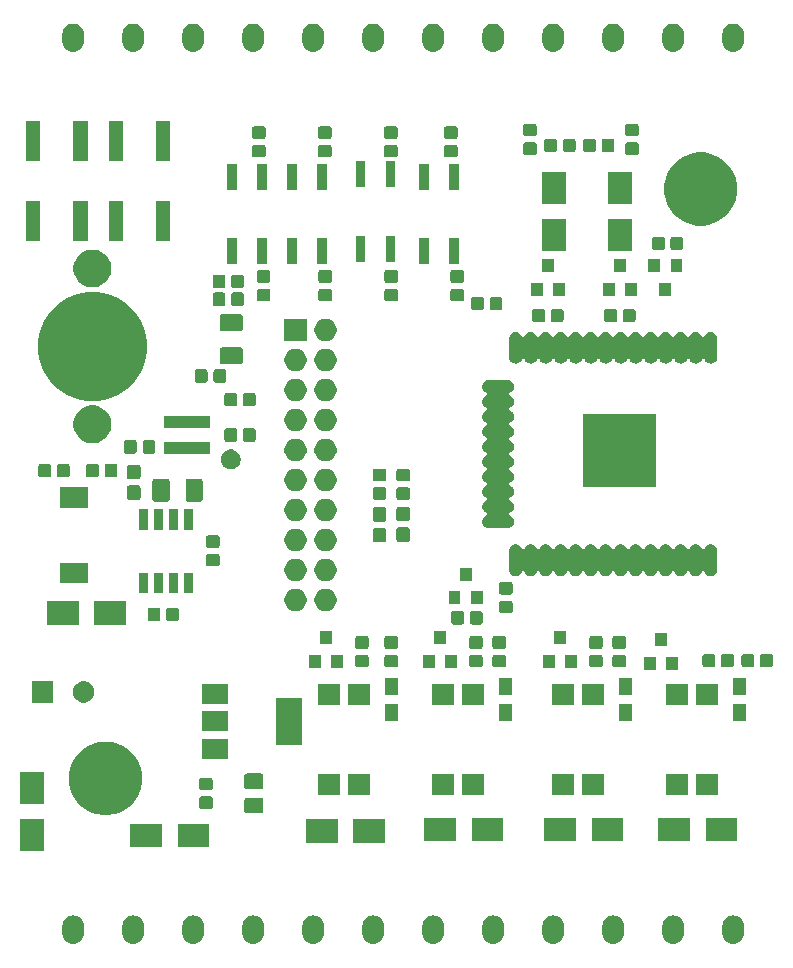
<source format=gts>
G04 #@! TF.GenerationSoftware,KiCad,Pcbnew,(5.1.6-dirty)*
G04 #@! TF.CreationDate,2020-05-24T17:35:48+02:00*
G04 #@! TF.ProjectId,esp32control,65737033-3263-46f6-9e74-726f6c2e6b69,rev?*
G04 #@! TF.SameCoordinates,Original*
G04 #@! TF.FileFunction,Soldermask,Top*
G04 #@! TF.FilePolarity,Negative*
%FSLAX46Y46*%
G04 Gerber Fmt 4.6, Leading zero omitted, Abs format (unit mm)*
G04 Created by KiCad (PCBNEW (5.1.6-dirty)) date 2020-05-24 17:35:48*
%MOMM*%
%LPD*%
G01*
G04 APERTURE LIST*
%ADD10C,0.200000*%
G04 APERTURE END LIST*
D10*
G36*
X57544926Y-115681522D02*
G01*
X57544929Y-115681523D01*
X57544930Y-115681523D01*
X57714580Y-115732986D01*
X57714582Y-115732987D01*
X57714585Y-115732988D01*
X57870932Y-115816556D01*
X58007975Y-115929025D01*
X58120444Y-116066069D01*
X58204012Y-116222414D01*
X58255478Y-116392073D01*
X58268500Y-116524289D01*
X58268500Y-117212710D01*
X58255478Y-117344926D01*
X58255477Y-117344928D01*
X58255477Y-117344931D01*
X58204014Y-117514581D01*
X58204012Y-117514584D01*
X58204012Y-117514585D01*
X58120444Y-117670932D01*
X58007975Y-117807975D01*
X57870931Y-117920444D01*
X57714586Y-118004012D01*
X57714583Y-118004013D01*
X57714581Y-118004014D01*
X57544931Y-118055477D01*
X57544930Y-118055477D01*
X57544927Y-118055478D01*
X57368500Y-118072854D01*
X57192074Y-118055478D01*
X57192071Y-118055477D01*
X57192070Y-118055477D01*
X57022420Y-118004014D01*
X57022418Y-118004013D01*
X57022415Y-118004012D01*
X56866070Y-117920444D01*
X56729026Y-117807975D01*
X56616557Y-117670931D01*
X56532986Y-117514581D01*
X56481522Y-117344932D01*
X56468500Y-117212711D01*
X56468500Y-116524290D01*
X56481522Y-116392074D01*
X56481523Y-116392070D01*
X56532986Y-116222420D01*
X56532987Y-116222418D01*
X56532988Y-116222415D01*
X56616556Y-116066068D01*
X56729025Y-115929025D01*
X56866069Y-115816556D01*
X57022414Y-115732988D01*
X57022417Y-115732987D01*
X57022419Y-115732986D01*
X57192069Y-115681523D01*
X57192070Y-115681523D01*
X57192073Y-115681522D01*
X57368500Y-115664146D01*
X57544926Y-115681522D01*
G37*
G36*
X62624926Y-115681522D02*
G01*
X62624929Y-115681523D01*
X62624930Y-115681523D01*
X62794580Y-115732986D01*
X62794582Y-115732987D01*
X62794585Y-115732988D01*
X62950932Y-115816556D01*
X63087975Y-115929025D01*
X63200444Y-116066069D01*
X63284012Y-116222414D01*
X63335478Y-116392073D01*
X63348500Y-116524289D01*
X63348500Y-117212710D01*
X63335478Y-117344926D01*
X63335477Y-117344928D01*
X63335477Y-117344931D01*
X63284014Y-117514581D01*
X63284012Y-117514584D01*
X63284012Y-117514585D01*
X63200444Y-117670932D01*
X63087975Y-117807975D01*
X62950931Y-117920444D01*
X62794586Y-118004012D01*
X62794583Y-118004013D01*
X62794581Y-118004014D01*
X62624931Y-118055477D01*
X62624930Y-118055477D01*
X62624927Y-118055478D01*
X62448500Y-118072854D01*
X62272074Y-118055478D01*
X62272071Y-118055477D01*
X62272070Y-118055477D01*
X62102420Y-118004014D01*
X62102418Y-118004013D01*
X62102415Y-118004012D01*
X61946070Y-117920444D01*
X61809026Y-117807975D01*
X61696557Y-117670931D01*
X61612986Y-117514581D01*
X61561522Y-117344932D01*
X61548500Y-117212711D01*
X61548500Y-116524290D01*
X61561522Y-116392074D01*
X61561523Y-116392070D01*
X61612986Y-116222420D01*
X61612987Y-116222418D01*
X61612988Y-116222415D01*
X61696556Y-116066068D01*
X61809025Y-115929025D01*
X61946069Y-115816556D01*
X62102414Y-115732988D01*
X62102417Y-115732987D01*
X62102419Y-115732986D01*
X62272069Y-115681523D01*
X62272070Y-115681523D01*
X62272073Y-115681522D01*
X62448500Y-115664146D01*
X62624926Y-115681522D01*
G37*
G36*
X113424926Y-115681522D02*
G01*
X113424929Y-115681523D01*
X113424930Y-115681523D01*
X113594580Y-115732986D01*
X113594582Y-115732987D01*
X113594585Y-115732988D01*
X113750932Y-115816556D01*
X113887975Y-115929025D01*
X114000444Y-116066069D01*
X114084012Y-116222414D01*
X114135478Y-116392073D01*
X114148500Y-116524289D01*
X114148500Y-117212710D01*
X114135478Y-117344926D01*
X114135477Y-117344928D01*
X114135477Y-117344931D01*
X114084014Y-117514581D01*
X114084012Y-117514584D01*
X114084012Y-117514585D01*
X114000444Y-117670932D01*
X113887975Y-117807975D01*
X113750931Y-117920444D01*
X113594586Y-118004012D01*
X113594583Y-118004013D01*
X113594581Y-118004014D01*
X113424931Y-118055477D01*
X113424930Y-118055477D01*
X113424927Y-118055478D01*
X113248500Y-118072854D01*
X113072074Y-118055478D01*
X113072071Y-118055477D01*
X113072070Y-118055477D01*
X112902420Y-118004014D01*
X112902418Y-118004013D01*
X112902415Y-118004012D01*
X112746070Y-117920444D01*
X112609026Y-117807975D01*
X112496557Y-117670931D01*
X112412986Y-117514581D01*
X112361522Y-117344932D01*
X112348500Y-117212711D01*
X112348500Y-116524290D01*
X112361522Y-116392074D01*
X112361523Y-116392070D01*
X112412986Y-116222420D01*
X112412987Y-116222418D01*
X112412988Y-116222415D01*
X112496556Y-116066068D01*
X112609025Y-115929025D01*
X112746069Y-115816556D01*
X112902414Y-115732988D01*
X112902417Y-115732987D01*
X112902419Y-115732986D01*
X113072069Y-115681523D01*
X113072070Y-115681523D01*
X113072073Y-115681522D01*
X113248500Y-115664146D01*
X113424926Y-115681522D01*
G37*
G36*
X108344926Y-115681522D02*
G01*
X108344929Y-115681523D01*
X108344930Y-115681523D01*
X108514580Y-115732986D01*
X108514582Y-115732987D01*
X108514585Y-115732988D01*
X108670932Y-115816556D01*
X108807975Y-115929025D01*
X108920444Y-116066069D01*
X109004012Y-116222414D01*
X109055478Y-116392073D01*
X109068500Y-116524289D01*
X109068500Y-117212710D01*
X109055478Y-117344926D01*
X109055477Y-117344928D01*
X109055477Y-117344931D01*
X109004014Y-117514581D01*
X109004012Y-117514584D01*
X109004012Y-117514585D01*
X108920444Y-117670932D01*
X108807975Y-117807975D01*
X108670931Y-117920444D01*
X108514586Y-118004012D01*
X108514583Y-118004013D01*
X108514581Y-118004014D01*
X108344931Y-118055477D01*
X108344930Y-118055477D01*
X108344927Y-118055478D01*
X108168500Y-118072854D01*
X107992074Y-118055478D01*
X107992071Y-118055477D01*
X107992070Y-118055477D01*
X107822420Y-118004014D01*
X107822418Y-118004013D01*
X107822415Y-118004012D01*
X107666070Y-117920444D01*
X107529026Y-117807975D01*
X107416557Y-117670931D01*
X107332986Y-117514581D01*
X107281522Y-117344932D01*
X107268500Y-117212711D01*
X107268500Y-116524290D01*
X107281522Y-116392074D01*
X107281523Y-116392070D01*
X107332986Y-116222420D01*
X107332987Y-116222418D01*
X107332988Y-116222415D01*
X107416556Y-116066068D01*
X107529025Y-115929025D01*
X107666069Y-115816556D01*
X107822414Y-115732988D01*
X107822417Y-115732987D01*
X107822419Y-115732986D01*
X107992069Y-115681523D01*
X107992070Y-115681523D01*
X107992073Y-115681522D01*
X108168500Y-115664146D01*
X108344926Y-115681522D01*
G37*
G36*
X103264926Y-115681522D02*
G01*
X103264929Y-115681523D01*
X103264930Y-115681523D01*
X103434580Y-115732986D01*
X103434582Y-115732987D01*
X103434585Y-115732988D01*
X103590932Y-115816556D01*
X103727975Y-115929025D01*
X103840444Y-116066069D01*
X103924012Y-116222414D01*
X103975478Y-116392073D01*
X103988500Y-116524289D01*
X103988500Y-117212710D01*
X103975478Y-117344926D01*
X103975477Y-117344928D01*
X103975477Y-117344931D01*
X103924014Y-117514581D01*
X103924012Y-117514584D01*
X103924012Y-117514585D01*
X103840444Y-117670932D01*
X103727975Y-117807975D01*
X103590931Y-117920444D01*
X103434586Y-118004012D01*
X103434583Y-118004013D01*
X103434581Y-118004014D01*
X103264931Y-118055477D01*
X103264930Y-118055477D01*
X103264927Y-118055478D01*
X103088500Y-118072854D01*
X102912074Y-118055478D01*
X102912071Y-118055477D01*
X102912070Y-118055477D01*
X102742420Y-118004014D01*
X102742418Y-118004013D01*
X102742415Y-118004012D01*
X102586070Y-117920444D01*
X102449026Y-117807975D01*
X102336557Y-117670931D01*
X102252986Y-117514581D01*
X102201522Y-117344932D01*
X102188500Y-117212711D01*
X102188500Y-116524290D01*
X102201522Y-116392074D01*
X102201523Y-116392070D01*
X102252986Y-116222420D01*
X102252987Y-116222418D01*
X102252988Y-116222415D01*
X102336556Y-116066068D01*
X102449025Y-115929025D01*
X102586069Y-115816556D01*
X102742414Y-115732988D01*
X102742417Y-115732987D01*
X102742419Y-115732986D01*
X102912069Y-115681523D01*
X102912070Y-115681523D01*
X102912073Y-115681522D01*
X103088500Y-115664146D01*
X103264926Y-115681522D01*
G37*
G36*
X98184926Y-115681522D02*
G01*
X98184929Y-115681523D01*
X98184930Y-115681523D01*
X98354580Y-115732986D01*
X98354582Y-115732987D01*
X98354585Y-115732988D01*
X98510932Y-115816556D01*
X98647975Y-115929025D01*
X98760444Y-116066069D01*
X98844012Y-116222414D01*
X98895478Y-116392073D01*
X98908500Y-116524289D01*
X98908500Y-117212710D01*
X98895478Y-117344926D01*
X98895477Y-117344928D01*
X98895477Y-117344931D01*
X98844014Y-117514581D01*
X98844012Y-117514584D01*
X98844012Y-117514585D01*
X98760444Y-117670932D01*
X98647975Y-117807975D01*
X98510931Y-117920444D01*
X98354586Y-118004012D01*
X98354583Y-118004013D01*
X98354581Y-118004014D01*
X98184931Y-118055477D01*
X98184930Y-118055477D01*
X98184927Y-118055478D01*
X98008500Y-118072854D01*
X97832074Y-118055478D01*
X97832071Y-118055477D01*
X97832070Y-118055477D01*
X97662420Y-118004014D01*
X97662418Y-118004013D01*
X97662415Y-118004012D01*
X97506070Y-117920444D01*
X97369026Y-117807975D01*
X97256557Y-117670931D01*
X97172986Y-117514581D01*
X97121522Y-117344932D01*
X97108500Y-117212711D01*
X97108500Y-116524290D01*
X97121522Y-116392074D01*
X97121523Y-116392070D01*
X97172986Y-116222420D01*
X97172987Y-116222418D01*
X97172988Y-116222415D01*
X97256556Y-116066068D01*
X97369025Y-115929025D01*
X97506069Y-115816556D01*
X97662414Y-115732988D01*
X97662417Y-115732987D01*
X97662419Y-115732986D01*
X97832069Y-115681523D01*
X97832070Y-115681523D01*
X97832073Y-115681522D01*
X98008500Y-115664146D01*
X98184926Y-115681522D01*
G37*
G36*
X93104926Y-115681522D02*
G01*
X93104929Y-115681523D01*
X93104930Y-115681523D01*
X93274580Y-115732986D01*
X93274582Y-115732987D01*
X93274585Y-115732988D01*
X93430932Y-115816556D01*
X93567975Y-115929025D01*
X93680444Y-116066069D01*
X93764012Y-116222414D01*
X93815478Y-116392073D01*
X93828500Y-116524289D01*
X93828500Y-117212710D01*
X93815478Y-117344926D01*
X93815477Y-117344928D01*
X93815477Y-117344931D01*
X93764014Y-117514581D01*
X93764012Y-117514584D01*
X93764012Y-117514585D01*
X93680444Y-117670932D01*
X93567975Y-117807975D01*
X93430931Y-117920444D01*
X93274586Y-118004012D01*
X93274583Y-118004013D01*
X93274581Y-118004014D01*
X93104931Y-118055477D01*
X93104930Y-118055477D01*
X93104927Y-118055478D01*
X92928500Y-118072854D01*
X92752074Y-118055478D01*
X92752071Y-118055477D01*
X92752070Y-118055477D01*
X92582420Y-118004014D01*
X92582418Y-118004013D01*
X92582415Y-118004012D01*
X92426070Y-117920444D01*
X92289026Y-117807975D01*
X92176557Y-117670931D01*
X92092986Y-117514581D01*
X92041522Y-117344932D01*
X92028500Y-117212711D01*
X92028500Y-116524290D01*
X92041522Y-116392074D01*
X92041523Y-116392070D01*
X92092986Y-116222420D01*
X92092987Y-116222418D01*
X92092988Y-116222415D01*
X92176556Y-116066068D01*
X92289025Y-115929025D01*
X92426069Y-115816556D01*
X92582414Y-115732988D01*
X92582417Y-115732987D01*
X92582419Y-115732986D01*
X92752069Y-115681523D01*
X92752070Y-115681523D01*
X92752073Y-115681522D01*
X92928500Y-115664146D01*
X93104926Y-115681522D01*
G37*
G36*
X82944926Y-115681522D02*
G01*
X82944929Y-115681523D01*
X82944930Y-115681523D01*
X83114580Y-115732986D01*
X83114582Y-115732987D01*
X83114585Y-115732988D01*
X83270932Y-115816556D01*
X83407975Y-115929025D01*
X83520444Y-116066069D01*
X83604012Y-116222414D01*
X83655478Y-116392073D01*
X83668500Y-116524289D01*
X83668500Y-117212710D01*
X83655478Y-117344926D01*
X83655477Y-117344928D01*
X83655477Y-117344931D01*
X83604014Y-117514581D01*
X83604012Y-117514584D01*
X83604012Y-117514585D01*
X83520444Y-117670932D01*
X83407975Y-117807975D01*
X83270931Y-117920444D01*
X83114586Y-118004012D01*
X83114583Y-118004013D01*
X83114581Y-118004014D01*
X82944931Y-118055477D01*
X82944930Y-118055477D01*
X82944927Y-118055478D01*
X82768500Y-118072854D01*
X82592074Y-118055478D01*
X82592071Y-118055477D01*
X82592070Y-118055477D01*
X82422420Y-118004014D01*
X82422418Y-118004013D01*
X82422415Y-118004012D01*
X82266070Y-117920444D01*
X82129026Y-117807975D01*
X82016557Y-117670931D01*
X81932986Y-117514581D01*
X81881522Y-117344932D01*
X81868500Y-117212711D01*
X81868500Y-116524290D01*
X81881522Y-116392074D01*
X81881523Y-116392070D01*
X81932986Y-116222420D01*
X81932987Y-116222418D01*
X81932988Y-116222415D01*
X82016556Y-116066068D01*
X82129025Y-115929025D01*
X82266069Y-115816556D01*
X82422414Y-115732988D01*
X82422417Y-115732987D01*
X82422419Y-115732986D01*
X82592069Y-115681523D01*
X82592070Y-115681523D01*
X82592073Y-115681522D01*
X82768500Y-115664146D01*
X82944926Y-115681522D01*
G37*
G36*
X88024926Y-115681522D02*
G01*
X88024929Y-115681523D01*
X88024930Y-115681523D01*
X88194580Y-115732986D01*
X88194582Y-115732987D01*
X88194585Y-115732988D01*
X88350932Y-115816556D01*
X88487975Y-115929025D01*
X88600444Y-116066069D01*
X88684012Y-116222414D01*
X88735478Y-116392073D01*
X88748500Y-116524289D01*
X88748500Y-117212710D01*
X88735478Y-117344926D01*
X88735477Y-117344928D01*
X88735477Y-117344931D01*
X88684014Y-117514581D01*
X88684012Y-117514584D01*
X88684012Y-117514585D01*
X88600444Y-117670932D01*
X88487975Y-117807975D01*
X88350931Y-117920444D01*
X88194586Y-118004012D01*
X88194583Y-118004013D01*
X88194581Y-118004014D01*
X88024931Y-118055477D01*
X88024930Y-118055477D01*
X88024927Y-118055478D01*
X87848500Y-118072854D01*
X87672074Y-118055478D01*
X87672071Y-118055477D01*
X87672070Y-118055477D01*
X87502420Y-118004014D01*
X87502418Y-118004013D01*
X87502415Y-118004012D01*
X87346070Y-117920444D01*
X87209026Y-117807975D01*
X87096557Y-117670931D01*
X87012986Y-117514581D01*
X86961522Y-117344932D01*
X86948500Y-117212711D01*
X86948500Y-116524290D01*
X86961522Y-116392074D01*
X86961523Y-116392070D01*
X87012986Y-116222420D01*
X87012987Y-116222418D01*
X87012988Y-116222415D01*
X87096556Y-116066068D01*
X87209025Y-115929025D01*
X87346069Y-115816556D01*
X87502414Y-115732988D01*
X87502417Y-115732987D01*
X87502419Y-115732986D01*
X87672069Y-115681523D01*
X87672070Y-115681523D01*
X87672073Y-115681522D01*
X87848500Y-115664146D01*
X88024926Y-115681522D01*
G37*
G36*
X67704926Y-115681522D02*
G01*
X67704929Y-115681523D01*
X67704930Y-115681523D01*
X67874580Y-115732986D01*
X67874582Y-115732987D01*
X67874585Y-115732988D01*
X68030932Y-115816556D01*
X68167975Y-115929025D01*
X68280444Y-116066069D01*
X68364012Y-116222414D01*
X68415478Y-116392073D01*
X68428500Y-116524289D01*
X68428500Y-117212710D01*
X68415478Y-117344926D01*
X68415477Y-117344928D01*
X68415477Y-117344931D01*
X68364014Y-117514581D01*
X68364012Y-117514584D01*
X68364012Y-117514585D01*
X68280444Y-117670932D01*
X68167975Y-117807975D01*
X68030931Y-117920444D01*
X67874586Y-118004012D01*
X67874583Y-118004013D01*
X67874581Y-118004014D01*
X67704931Y-118055477D01*
X67704930Y-118055477D01*
X67704927Y-118055478D01*
X67528500Y-118072854D01*
X67352074Y-118055478D01*
X67352071Y-118055477D01*
X67352070Y-118055477D01*
X67182420Y-118004014D01*
X67182418Y-118004013D01*
X67182415Y-118004012D01*
X67026070Y-117920444D01*
X66889026Y-117807975D01*
X66776557Y-117670931D01*
X66692986Y-117514581D01*
X66641522Y-117344932D01*
X66628500Y-117212711D01*
X66628500Y-116524290D01*
X66641522Y-116392074D01*
X66641523Y-116392070D01*
X66692986Y-116222420D01*
X66692987Y-116222418D01*
X66692988Y-116222415D01*
X66776556Y-116066068D01*
X66889025Y-115929025D01*
X67026069Y-115816556D01*
X67182414Y-115732988D01*
X67182417Y-115732987D01*
X67182419Y-115732986D01*
X67352069Y-115681523D01*
X67352070Y-115681523D01*
X67352073Y-115681522D01*
X67528500Y-115664146D01*
X67704926Y-115681522D01*
G37*
G36*
X77864926Y-115681522D02*
G01*
X77864929Y-115681523D01*
X77864930Y-115681523D01*
X78034580Y-115732986D01*
X78034582Y-115732987D01*
X78034585Y-115732988D01*
X78190932Y-115816556D01*
X78327975Y-115929025D01*
X78440444Y-116066069D01*
X78524012Y-116222414D01*
X78575478Y-116392073D01*
X78588500Y-116524289D01*
X78588500Y-117212710D01*
X78575478Y-117344926D01*
X78575477Y-117344928D01*
X78575477Y-117344931D01*
X78524014Y-117514581D01*
X78524012Y-117514584D01*
X78524012Y-117514585D01*
X78440444Y-117670932D01*
X78327975Y-117807975D01*
X78190931Y-117920444D01*
X78034586Y-118004012D01*
X78034583Y-118004013D01*
X78034581Y-118004014D01*
X77864931Y-118055477D01*
X77864930Y-118055477D01*
X77864927Y-118055478D01*
X77688500Y-118072854D01*
X77512074Y-118055478D01*
X77512071Y-118055477D01*
X77512070Y-118055477D01*
X77342420Y-118004014D01*
X77342418Y-118004013D01*
X77342415Y-118004012D01*
X77186070Y-117920444D01*
X77049026Y-117807975D01*
X76936557Y-117670931D01*
X76852986Y-117514581D01*
X76801522Y-117344932D01*
X76788500Y-117212711D01*
X76788500Y-116524290D01*
X76801522Y-116392074D01*
X76801523Y-116392070D01*
X76852986Y-116222420D01*
X76852987Y-116222418D01*
X76852988Y-116222415D01*
X76936556Y-116066068D01*
X77049025Y-115929025D01*
X77186069Y-115816556D01*
X77342414Y-115732988D01*
X77342417Y-115732987D01*
X77342419Y-115732986D01*
X77512069Y-115681523D01*
X77512070Y-115681523D01*
X77512073Y-115681522D01*
X77688500Y-115664146D01*
X77864926Y-115681522D01*
G37*
G36*
X72784926Y-115681522D02*
G01*
X72784929Y-115681523D01*
X72784930Y-115681523D01*
X72954580Y-115732986D01*
X72954582Y-115732987D01*
X72954585Y-115732988D01*
X73110932Y-115816556D01*
X73247975Y-115929025D01*
X73360444Y-116066069D01*
X73444012Y-116222414D01*
X73495478Y-116392073D01*
X73508500Y-116524289D01*
X73508500Y-117212710D01*
X73495478Y-117344926D01*
X73495477Y-117344928D01*
X73495477Y-117344931D01*
X73444014Y-117514581D01*
X73444012Y-117514584D01*
X73444012Y-117514585D01*
X73360444Y-117670932D01*
X73247975Y-117807975D01*
X73110931Y-117920444D01*
X72954586Y-118004012D01*
X72954583Y-118004013D01*
X72954581Y-118004014D01*
X72784931Y-118055477D01*
X72784930Y-118055477D01*
X72784927Y-118055478D01*
X72608500Y-118072854D01*
X72432074Y-118055478D01*
X72432071Y-118055477D01*
X72432070Y-118055477D01*
X72262420Y-118004014D01*
X72262418Y-118004013D01*
X72262415Y-118004012D01*
X72106070Y-117920444D01*
X71969026Y-117807975D01*
X71856557Y-117670931D01*
X71772986Y-117514581D01*
X71721522Y-117344932D01*
X71708500Y-117212711D01*
X71708500Y-116524290D01*
X71721522Y-116392074D01*
X71721523Y-116392070D01*
X71772986Y-116222420D01*
X71772987Y-116222418D01*
X71772988Y-116222415D01*
X71856556Y-116066068D01*
X71969025Y-115929025D01*
X72106069Y-115816556D01*
X72262414Y-115732988D01*
X72262417Y-115732987D01*
X72262419Y-115732986D01*
X72432069Y-115681523D01*
X72432070Y-115681523D01*
X72432073Y-115681522D01*
X72608500Y-115664146D01*
X72784926Y-115681522D01*
G37*
G36*
X54876000Y-110218000D02*
G01*
X52876000Y-110218000D01*
X52876000Y-107518000D01*
X54876000Y-107518000D01*
X54876000Y-110218000D01*
G37*
G36*
X68910000Y-109900000D02*
G01*
X66210000Y-109900000D01*
X66210000Y-107900000D01*
X68910000Y-107900000D01*
X68910000Y-109900000D01*
G37*
G36*
X64910000Y-109900000D02*
G01*
X62210000Y-109900000D01*
X62210000Y-107900000D01*
X64910000Y-107900000D01*
X64910000Y-109900000D01*
G37*
G36*
X83769000Y-109519000D02*
G01*
X81069000Y-109519000D01*
X81069000Y-107519000D01*
X83769000Y-107519000D01*
X83769000Y-109519000D01*
G37*
G36*
X79769000Y-109519000D02*
G01*
X77069000Y-109519000D01*
X77069000Y-107519000D01*
X79769000Y-107519000D01*
X79769000Y-109519000D01*
G37*
G36*
X109614000Y-109392000D02*
G01*
X106914000Y-109392000D01*
X106914000Y-107392000D01*
X109614000Y-107392000D01*
X109614000Y-109392000D01*
G37*
G36*
X103962000Y-109392000D02*
G01*
X101262000Y-109392000D01*
X101262000Y-107392000D01*
X103962000Y-107392000D01*
X103962000Y-109392000D01*
G37*
G36*
X113614000Y-109392000D02*
G01*
X110914000Y-109392000D01*
X110914000Y-107392000D01*
X113614000Y-107392000D01*
X113614000Y-109392000D01*
G37*
G36*
X99962000Y-109392000D02*
G01*
X97262000Y-109392000D01*
X97262000Y-107392000D01*
X99962000Y-107392000D01*
X99962000Y-109392000D01*
G37*
G36*
X93802000Y-109392000D02*
G01*
X91102000Y-109392000D01*
X91102000Y-107392000D01*
X93802000Y-107392000D01*
X93802000Y-109392000D01*
G37*
G36*
X89802000Y-109392000D02*
G01*
X87102000Y-109392000D01*
X87102000Y-107392000D01*
X89802000Y-107392000D01*
X89802000Y-109392000D01*
G37*
G36*
X60713280Y-101028066D02*
G01*
X61012737Y-101087631D01*
X61576901Y-101321315D01*
X62084635Y-101660572D01*
X62516428Y-102092365D01*
X62855685Y-102600099D01*
X63089369Y-103164263D01*
X63089369Y-103164265D01*
X63201893Y-103729957D01*
X63208500Y-103763177D01*
X63208500Y-104373823D01*
X63089369Y-104972737D01*
X62855685Y-105536901D01*
X62516428Y-106044635D01*
X62084635Y-106476428D01*
X61576901Y-106815685D01*
X61012737Y-107049369D01*
X60713280Y-107108934D01*
X60413825Y-107168500D01*
X59803175Y-107168500D01*
X59503720Y-107108934D01*
X59204263Y-107049369D01*
X58640099Y-106815685D01*
X58132365Y-106476428D01*
X57700572Y-106044635D01*
X57361315Y-105536901D01*
X57127631Y-104972737D01*
X57008500Y-104373823D01*
X57008500Y-103763177D01*
X57015108Y-103729957D01*
X57127631Y-103164265D01*
X57127631Y-103164263D01*
X57361315Y-102600099D01*
X57700572Y-102092365D01*
X58132365Y-101660572D01*
X58640099Y-101321315D01*
X59204263Y-101087631D01*
X59503720Y-101028066D01*
X59803175Y-100968500D01*
X60413825Y-100968500D01*
X60713280Y-101028066D01*
G37*
G36*
X73292527Y-105698874D02*
G01*
X73334214Y-105711520D01*
X73372632Y-105732055D01*
X73406308Y-105759692D01*
X73433945Y-105793368D01*
X73454480Y-105831786D01*
X73467126Y-105873473D01*
X73472000Y-105922964D01*
X73472000Y-106815036D01*
X73467126Y-106864527D01*
X73454480Y-106906214D01*
X73433945Y-106944632D01*
X73406308Y-106978308D01*
X73372632Y-107005945D01*
X73334214Y-107026480D01*
X73292527Y-107039126D01*
X73243036Y-107044000D01*
X72100964Y-107044000D01*
X72051473Y-107039126D01*
X72009786Y-107026480D01*
X71971368Y-107005945D01*
X71937692Y-106978308D01*
X71910055Y-106944632D01*
X71889520Y-106906214D01*
X71876874Y-106864527D01*
X71872000Y-106815036D01*
X71872000Y-105922964D01*
X71876874Y-105873473D01*
X71889520Y-105831786D01*
X71910055Y-105793368D01*
X71937692Y-105759692D01*
X71971368Y-105732055D01*
X72009786Y-105711520D01*
X72051473Y-105698874D01*
X72100964Y-105694000D01*
X73243036Y-105694000D01*
X73292527Y-105698874D01*
G37*
G36*
X69016867Y-105598556D02*
G01*
X69055448Y-105610259D01*
X69091001Y-105629263D01*
X69122163Y-105654837D01*
X69147737Y-105685999D01*
X69166741Y-105721552D01*
X69178444Y-105760133D01*
X69183000Y-105806390D01*
X69183000Y-106456610D01*
X69178444Y-106502867D01*
X69166741Y-106541448D01*
X69147737Y-106577001D01*
X69122163Y-106608163D01*
X69091001Y-106633737D01*
X69055448Y-106652741D01*
X69016867Y-106664444D01*
X68970610Y-106669000D01*
X68245390Y-106669000D01*
X68199133Y-106664444D01*
X68160552Y-106652741D01*
X68124999Y-106633737D01*
X68093837Y-106608163D01*
X68068263Y-106577001D01*
X68049259Y-106541448D01*
X68037556Y-106502867D01*
X68033000Y-106456610D01*
X68033000Y-105806390D01*
X68037556Y-105760133D01*
X68049259Y-105721552D01*
X68068263Y-105685999D01*
X68093837Y-105654837D01*
X68124999Y-105629263D01*
X68160552Y-105610259D01*
X68199133Y-105598556D01*
X68245390Y-105594000D01*
X68970610Y-105594000D01*
X69016867Y-105598556D01*
G37*
G36*
X54876000Y-106218000D02*
G01*
X52876000Y-106218000D01*
X52876000Y-103518000D01*
X54876000Y-103518000D01*
X54876000Y-106218000D01*
G37*
G36*
X92114000Y-105482000D02*
G01*
X90314000Y-105482000D01*
X90314000Y-103682000D01*
X92114000Y-103682000D01*
X92114000Y-105482000D01*
G37*
G36*
X111926000Y-105482000D02*
G01*
X110126000Y-105482000D01*
X110126000Y-103682000D01*
X111926000Y-103682000D01*
X111926000Y-105482000D01*
G37*
G36*
X109386000Y-105482000D02*
G01*
X107586000Y-105482000D01*
X107586000Y-103682000D01*
X109386000Y-103682000D01*
X109386000Y-105482000D01*
G37*
G36*
X79922000Y-105482000D02*
G01*
X78122000Y-105482000D01*
X78122000Y-103682000D01*
X79922000Y-103682000D01*
X79922000Y-105482000D01*
G37*
G36*
X89574000Y-105482000D02*
G01*
X87774000Y-105482000D01*
X87774000Y-103682000D01*
X89574000Y-103682000D01*
X89574000Y-105482000D01*
G37*
G36*
X102274000Y-105482000D02*
G01*
X100474000Y-105482000D01*
X100474000Y-103682000D01*
X102274000Y-103682000D01*
X102274000Y-105482000D01*
G37*
G36*
X99734000Y-105482000D02*
G01*
X97934000Y-105482000D01*
X97934000Y-103682000D01*
X99734000Y-103682000D01*
X99734000Y-105482000D01*
G37*
G36*
X82462000Y-105482000D02*
G01*
X80662000Y-105482000D01*
X80662000Y-103682000D01*
X82462000Y-103682000D01*
X82462000Y-105482000D01*
G37*
G36*
X69016867Y-104023556D02*
G01*
X69055448Y-104035259D01*
X69091001Y-104054263D01*
X69122163Y-104079837D01*
X69147737Y-104110999D01*
X69166741Y-104146552D01*
X69178444Y-104185133D01*
X69183000Y-104231390D01*
X69183000Y-104881610D01*
X69178444Y-104927867D01*
X69166741Y-104966448D01*
X69147737Y-105002001D01*
X69122163Y-105033163D01*
X69091001Y-105058737D01*
X69055448Y-105077741D01*
X69016867Y-105089444D01*
X68970610Y-105094000D01*
X68245390Y-105094000D01*
X68199133Y-105089444D01*
X68160552Y-105077741D01*
X68124999Y-105058737D01*
X68093837Y-105033163D01*
X68068263Y-105002001D01*
X68049259Y-104966448D01*
X68037556Y-104927867D01*
X68033000Y-104881610D01*
X68033000Y-104231390D01*
X68037556Y-104185133D01*
X68049259Y-104146552D01*
X68068263Y-104110999D01*
X68093837Y-104079837D01*
X68124999Y-104054263D01*
X68160552Y-104035259D01*
X68199133Y-104023556D01*
X68245390Y-104019000D01*
X68970610Y-104019000D01*
X69016867Y-104023556D01*
G37*
G36*
X73292527Y-103648874D02*
G01*
X73334214Y-103661520D01*
X73372632Y-103682055D01*
X73406308Y-103709692D01*
X73433945Y-103743368D01*
X73454480Y-103781786D01*
X73467126Y-103823473D01*
X73472000Y-103872964D01*
X73472000Y-104765036D01*
X73467126Y-104814527D01*
X73454480Y-104856214D01*
X73433945Y-104894632D01*
X73406308Y-104928308D01*
X73372632Y-104955945D01*
X73334214Y-104976480D01*
X73292527Y-104989126D01*
X73243036Y-104994000D01*
X72100964Y-104994000D01*
X72051473Y-104989126D01*
X72009786Y-104976480D01*
X71971368Y-104955945D01*
X71937692Y-104928308D01*
X71910055Y-104894632D01*
X71889520Y-104856214D01*
X71876874Y-104814527D01*
X71872000Y-104765036D01*
X71872000Y-103872964D01*
X71876874Y-103823473D01*
X71889520Y-103781786D01*
X71910055Y-103743368D01*
X71937692Y-103709692D01*
X71971368Y-103682055D01*
X72009786Y-103661520D01*
X72051473Y-103648874D01*
X72100964Y-103644000D01*
X73243036Y-103644000D01*
X73292527Y-103648874D01*
G37*
G36*
X70450000Y-102400000D02*
G01*
X68250000Y-102400000D01*
X68250000Y-100700000D01*
X70450000Y-100700000D01*
X70450000Y-102400000D01*
G37*
G36*
X76750000Y-101250000D02*
G01*
X74550000Y-101250000D01*
X74550000Y-97250000D01*
X76750000Y-97250000D01*
X76750000Y-101250000D01*
G37*
G36*
X70450000Y-100100000D02*
G01*
X68250000Y-100100000D01*
X68250000Y-98400000D01*
X70450000Y-98400000D01*
X70450000Y-100100000D01*
G37*
G36*
X94494500Y-99206500D02*
G01*
X93394500Y-99206500D01*
X93394500Y-97806500D01*
X94494500Y-97806500D01*
X94494500Y-99206500D01*
G37*
G36*
X114306500Y-99206500D02*
G01*
X113206500Y-99206500D01*
X113206500Y-97806500D01*
X114306500Y-97806500D01*
X114306500Y-99206500D01*
G37*
G36*
X104654500Y-99206500D02*
G01*
X103554500Y-99206500D01*
X103554500Y-97806500D01*
X104654500Y-97806500D01*
X104654500Y-99206500D01*
G37*
G36*
X84842500Y-99206500D02*
G01*
X83742500Y-99206500D01*
X83742500Y-97806500D01*
X84842500Y-97806500D01*
X84842500Y-99206500D01*
G37*
G36*
X79922000Y-97862000D02*
G01*
X78122000Y-97862000D01*
X78122000Y-96062000D01*
X79922000Y-96062000D01*
X79922000Y-97862000D01*
G37*
G36*
X89574000Y-97862000D02*
G01*
X87774000Y-97862000D01*
X87774000Y-96062000D01*
X89574000Y-96062000D01*
X89574000Y-97862000D01*
G37*
G36*
X82462000Y-97862000D02*
G01*
X80662000Y-97862000D01*
X80662000Y-96062000D01*
X82462000Y-96062000D01*
X82462000Y-97862000D01*
G37*
G36*
X102274000Y-97862000D02*
G01*
X100474000Y-97862000D01*
X100474000Y-96062000D01*
X102274000Y-96062000D01*
X102274000Y-97862000D01*
G37*
G36*
X109386000Y-97862000D02*
G01*
X107586000Y-97862000D01*
X107586000Y-96062000D01*
X109386000Y-96062000D01*
X109386000Y-97862000D01*
G37*
G36*
X111926000Y-97862000D02*
G01*
X110126000Y-97862000D01*
X110126000Y-96062000D01*
X111926000Y-96062000D01*
X111926000Y-97862000D01*
G37*
G36*
X92114000Y-97862000D02*
G01*
X90314000Y-97862000D01*
X90314000Y-96062000D01*
X92114000Y-96062000D01*
X92114000Y-97862000D01*
G37*
G36*
X99734000Y-97862000D02*
G01*
X97934000Y-97862000D01*
X97934000Y-96062000D01*
X99734000Y-96062000D01*
X99734000Y-97862000D01*
G37*
G36*
X70450000Y-97800000D02*
G01*
X68250000Y-97800000D01*
X68250000Y-96100000D01*
X70450000Y-96100000D01*
X70450000Y-97800000D01*
G37*
G36*
X55650000Y-97650000D02*
G01*
X53850000Y-97650000D01*
X53850000Y-95850000D01*
X55650000Y-95850000D01*
X55650000Y-97650000D01*
G37*
G36*
X58512520Y-95884586D02*
G01*
X58676310Y-95952430D01*
X58823717Y-96050924D01*
X58949076Y-96176283D01*
X59047570Y-96323690D01*
X59115414Y-96487480D01*
X59150000Y-96661358D01*
X59150000Y-96838642D01*
X59115414Y-97012520D01*
X59047570Y-97176310D01*
X58949076Y-97323717D01*
X58823717Y-97449076D01*
X58676310Y-97547570D01*
X58676309Y-97547571D01*
X58676308Y-97547571D01*
X58512520Y-97615414D01*
X58338644Y-97650000D01*
X58161356Y-97650000D01*
X57987480Y-97615414D01*
X57823692Y-97547571D01*
X57823691Y-97547571D01*
X57823690Y-97547570D01*
X57676283Y-97449076D01*
X57550924Y-97323717D01*
X57452430Y-97176310D01*
X57384586Y-97012520D01*
X57350000Y-96838642D01*
X57350000Y-96661358D01*
X57384586Y-96487480D01*
X57452430Y-96323690D01*
X57550924Y-96176283D01*
X57676283Y-96050924D01*
X57823690Y-95952430D01*
X57987480Y-95884586D01*
X58161356Y-95850000D01*
X58338644Y-95850000D01*
X58512520Y-95884586D01*
G37*
G36*
X104654500Y-97006500D02*
G01*
X103554500Y-97006500D01*
X103554500Y-95606500D01*
X104654500Y-95606500D01*
X104654500Y-97006500D01*
G37*
G36*
X114306500Y-97006500D02*
G01*
X113206500Y-97006500D01*
X113206500Y-95606500D01*
X114306500Y-95606500D01*
X114306500Y-97006500D01*
G37*
G36*
X94494500Y-97006500D02*
G01*
X93394500Y-97006500D01*
X93394500Y-95606500D01*
X94494500Y-95606500D01*
X94494500Y-97006500D01*
G37*
G36*
X84842500Y-97006500D02*
G01*
X83742500Y-97006500D01*
X83742500Y-95606500D01*
X84842500Y-95606500D01*
X84842500Y-97006500D01*
G37*
G36*
X106702500Y-94892500D02*
G01*
X105702500Y-94892500D01*
X105702500Y-93792500D01*
X106702500Y-93792500D01*
X106702500Y-94892500D01*
G37*
G36*
X108602500Y-94892500D02*
G01*
X107602500Y-94892500D01*
X107602500Y-93792500D01*
X108602500Y-93792500D01*
X108602500Y-94892500D01*
G37*
G36*
X100030000Y-94702000D02*
G01*
X99030000Y-94702000D01*
X99030000Y-93602000D01*
X100030000Y-93602000D01*
X100030000Y-94702000D01*
G37*
G36*
X98130000Y-94702000D02*
G01*
X97130000Y-94702000D01*
X97130000Y-93602000D01*
X98130000Y-93602000D01*
X98130000Y-94702000D01*
G37*
G36*
X89870000Y-94702000D02*
G01*
X88870000Y-94702000D01*
X88870000Y-93602000D01*
X89870000Y-93602000D01*
X89870000Y-94702000D01*
G37*
G36*
X80218000Y-94702000D02*
G01*
X79218000Y-94702000D01*
X79218000Y-93602000D01*
X80218000Y-93602000D01*
X80218000Y-94702000D01*
G37*
G36*
X78318000Y-94702000D02*
G01*
X77318000Y-94702000D01*
X77318000Y-93602000D01*
X78318000Y-93602000D01*
X78318000Y-94702000D01*
G37*
G36*
X87970000Y-94702000D02*
G01*
X86970000Y-94702000D01*
X86970000Y-93602000D01*
X87970000Y-93602000D01*
X87970000Y-94702000D01*
G37*
G36*
X111562367Y-93534056D02*
G01*
X111600948Y-93545759D01*
X111636501Y-93564763D01*
X111667663Y-93590337D01*
X111693237Y-93621499D01*
X111712241Y-93657052D01*
X111723944Y-93695633D01*
X111728500Y-93741890D01*
X111728500Y-94467110D01*
X111723944Y-94513367D01*
X111712241Y-94551948D01*
X111693237Y-94587501D01*
X111667663Y-94618663D01*
X111636501Y-94644237D01*
X111600948Y-94663241D01*
X111562367Y-94674944D01*
X111516110Y-94679500D01*
X110865890Y-94679500D01*
X110819633Y-94674944D01*
X110781052Y-94663241D01*
X110745499Y-94644237D01*
X110714337Y-94618663D01*
X110688763Y-94587501D01*
X110669759Y-94551948D01*
X110658056Y-94513367D01*
X110653500Y-94467110D01*
X110653500Y-93741890D01*
X110658056Y-93695633D01*
X110669759Y-93657052D01*
X110688763Y-93621499D01*
X110714337Y-93590337D01*
X110745499Y-93564763D01*
X110781052Y-93545759D01*
X110819633Y-93534056D01*
X110865890Y-93529500D01*
X111516110Y-93529500D01*
X111562367Y-93534056D01*
G37*
G36*
X113137367Y-93534056D02*
G01*
X113175948Y-93545759D01*
X113211501Y-93564763D01*
X113242663Y-93590337D01*
X113268237Y-93621499D01*
X113287241Y-93657052D01*
X113298944Y-93695633D01*
X113303500Y-93741890D01*
X113303500Y-94467110D01*
X113298944Y-94513367D01*
X113287241Y-94551948D01*
X113268237Y-94587501D01*
X113242663Y-94618663D01*
X113211501Y-94644237D01*
X113175948Y-94663241D01*
X113137367Y-94674944D01*
X113091110Y-94679500D01*
X112440890Y-94679500D01*
X112394633Y-94674944D01*
X112356052Y-94663241D01*
X112320499Y-94644237D01*
X112289337Y-94618663D01*
X112263763Y-94587501D01*
X112244759Y-94551948D01*
X112233056Y-94513367D01*
X112228500Y-94467110D01*
X112228500Y-93741890D01*
X112233056Y-93695633D01*
X112244759Y-93657052D01*
X112263763Y-93621499D01*
X112289337Y-93590337D01*
X112320499Y-93564763D01*
X112356052Y-93545759D01*
X112394633Y-93534056D01*
X112440890Y-93529500D01*
X113091110Y-93529500D01*
X113137367Y-93534056D01*
G37*
G36*
X114864367Y-93534056D02*
G01*
X114902948Y-93545759D01*
X114938501Y-93564763D01*
X114969663Y-93590337D01*
X114995237Y-93621499D01*
X115014241Y-93657052D01*
X115025944Y-93695633D01*
X115030500Y-93741890D01*
X115030500Y-94467110D01*
X115025944Y-94513367D01*
X115014241Y-94551948D01*
X114995237Y-94587501D01*
X114969663Y-94618663D01*
X114938501Y-94644237D01*
X114902948Y-94663241D01*
X114864367Y-94674944D01*
X114818110Y-94679500D01*
X114167890Y-94679500D01*
X114121633Y-94674944D01*
X114083052Y-94663241D01*
X114047499Y-94644237D01*
X114016337Y-94618663D01*
X113990763Y-94587501D01*
X113971759Y-94551948D01*
X113960056Y-94513367D01*
X113955500Y-94467110D01*
X113955500Y-93741890D01*
X113960056Y-93695633D01*
X113971759Y-93657052D01*
X113990763Y-93621499D01*
X114016337Y-93590337D01*
X114047499Y-93564763D01*
X114083052Y-93545759D01*
X114121633Y-93534056D01*
X114167890Y-93529500D01*
X114818110Y-93529500D01*
X114864367Y-93534056D01*
G37*
G36*
X116439367Y-93534056D02*
G01*
X116477948Y-93545759D01*
X116513501Y-93564763D01*
X116544663Y-93590337D01*
X116570237Y-93621499D01*
X116589241Y-93657052D01*
X116600944Y-93695633D01*
X116605500Y-93741890D01*
X116605500Y-94467110D01*
X116600944Y-94513367D01*
X116589241Y-94551948D01*
X116570237Y-94587501D01*
X116544663Y-94618663D01*
X116513501Y-94644237D01*
X116477948Y-94663241D01*
X116439367Y-94674944D01*
X116393110Y-94679500D01*
X115742890Y-94679500D01*
X115696633Y-94674944D01*
X115658052Y-94663241D01*
X115622499Y-94644237D01*
X115591337Y-94618663D01*
X115565763Y-94587501D01*
X115546759Y-94551948D01*
X115535056Y-94513367D01*
X115530500Y-94467110D01*
X115530500Y-93741890D01*
X115535056Y-93695633D01*
X115546759Y-93657052D01*
X115565763Y-93621499D01*
X115591337Y-93590337D01*
X115622499Y-93564763D01*
X115658052Y-93545759D01*
X115696633Y-93534056D01*
X115742890Y-93529500D01*
X116393110Y-93529500D01*
X116439367Y-93534056D01*
G37*
G36*
X102036867Y-93597056D02*
G01*
X102075448Y-93608759D01*
X102111001Y-93627763D01*
X102142163Y-93653337D01*
X102167737Y-93684499D01*
X102186741Y-93720052D01*
X102198444Y-93758633D01*
X102203000Y-93804890D01*
X102203000Y-94455110D01*
X102198444Y-94501367D01*
X102186741Y-94539948D01*
X102167737Y-94575501D01*
X102142163Y-94606663D01*
X102111001Y-94632237D01*
X102075448Y-94651241D01*
X102036867Y-94662944D01*
X101990610Y-94667500D01*
X101265390Y-94667500D01*
X101219133Y-94662944D01*
X101180552Y-94651241D01*
X101144999Y-94632237D01*
X101113837Y-94606663D01*
X101088263Y-94575501D01*
X101069259Y-94539948D01*
X101057556Y-94501367D01*
X101053000Y-94455110D01*
X101053000Y-93804890D01*
X101057556Y-93758633D01*
X101069259Y-93720052D01*
X101088263Y-93684499D01*
X101113837Y-93653337D01*
X101144999Y-93627763D01*
X101180552Y-93608759D01*
X101219133Y-93597056D01*
X101265390Y-93592500D01*
X101990610Y-93592500D01*
X102036867Y-93597056D01*
G37*
G36*
X104005367Y-93597056D02*
G01*
X104043948Y-93608759D01*
X104079501Y-93627763D01*
X104110663Y-93653337D01*
X104136237Y-93684499D01*
X104155241Y-93720052D01*
X104166944Y-93758633D01*
X104171500Y-93804890D01*
X104171500Y-94455110D01*
X104166944Y-94501367D01*
X104155241Y-94539948D01*
X104136237Y-94575501D01*
X104110663Y-94606663D01*
X104079501Y-94632237D01*
X104043948Y-94651241D01*
X104005367Y-94662944D01*
X103959110Y-94667500D01*
X103233890Y-94667500D01*
X103187633Y-94662944D01*
X103149052Y-94651241D01*
X103113499Y-94632237D01*
X103082337Y-94606663D01*
X103056763Y-94575501D01*
X103037759Y-94539948D01*
X103026056Y-94501367D01*
X103021500Y-94455110D01*
X103021500Y-93804890D01*
X103026056Y-93758633D01*
X103037759Y-93720052D01*
X103056763Y-93684499D01*
X103082337Y-93653337D01*
X103113499Y-93627763D01*
X103149052Y-93608759D01*
X103187633Y-93597056D01*
X103233890Y-93592500D01*
X103959110Y-93592500D01*
X104005367Y-93597056D01*
G37*
G36*
X93845367Y-93597056D02*
G01*
X93883948Y-93608759D01*
X93919501Y-93627763D01*
X93950663Y-93653337D01*
X93976237Y-93684499D01*
X93995241Y-93720052D01*
X94006944Y-93758633D01*
X94011500Y-93804890D01*
X94011500Y-94455110D01*
X94006944Y-94501367D01*
X93995241Y-94539948D01*
X93976237Y-94575501D01*
X93950663Y-94606663D01*
X93919501Y-94632237D01*
X93883948Y-94651241D01*
X93845367Y-94662944D01*
X93799110Y-94667500D01*
X93073890Y-94667500D01*
X93027633Y-94662944D01*
X92989052Y-94651241D01*
X92953499Y-94632237D01*
X92922337Y-94606663D01*
X92896763Y-94575501D01*
X92877759Y-94539948D01*
X92866056Y-94501367D01*
X92861500Y-94455110D01*
X92861500Y-93804890D01*
X92866056Y-93758633D01*
X92877759Y-93720052D01*
X92896763Y-93684499D01*
X92922337Y-93653337D01*
X92953499Y-93627763D01*
X92989052Y-93608759D01*
X93027633Y-93597056D01*
X93073890Y-93592500D01*
X93799110Y-93592500D01*
X93845367Y-93597056D01*
G37*
G36*
X91876867Y-93597056D02*
G01*
X91915448Y-93608759D01*
X91951001Y-93627763D01*
X91982163Y-93653337D01*
X92007737Y-93684499D01*
X92026741Y-93720052D01*
X92038444Y-93758633D01*
X92043000Y-93804890D01*
X92043000Y-94455110D01*
X92038444Y-94501367D01*
X92026741Y-94539948D01*
X92007737Y-94575501D01*
X91982163Y-94606663D01*
X91951001Y-94632237D01*
X91915448Y-94651241D01*
X91876867Y-94662944D01*
X91830610Y-94667500D01*
X91105390Y-94667500D01*
X91059133Y-94662944D01*
X91020552Y-94651241D01*
X90984999Y-94632237D01*
X90953837Y-94606663D01*
X90928263Y-94575501D01*
X90909259Y-94539948D01*
X90897556Y-94501367D01*
X90893000Y-94455110D01*
X90893000Y-93804890D01*
X90897556Y-93758633D01*
X90909259Y-93720052D01*
X90928263Y-93684499D01*
X90953837Y-93653337D01*
X90984999Y-93627763D01*
X91020552Y-93608759D01*
X91059133Y-93597056D01*
X91105390Y-93592500D01*
X91830610Y-93592500D01*
X91876867Y-93597056D01*
G37*
G36*
X84701367Y-93597056D02*
G01*
X84739948Y-93608759D01*
X84775501Y-93627763D01*
X84806663Y-93653337D01*
X84832237Y-93684499D01*
X84851241Y-93720052D01*
X84862944Y-93758633D01*
X84867500Y-93804890D01*
X84867500Y-94455110D01*
X84862944Y-94501367D01*
X84851241Y-94539948D01*
X84832237Y-94575501D01*
X84806663Y-94606663D01*
X84775501Y-94632237D01*
X84739948Y-94651241D01*
X84701367Y-94662944D01*
X84655110Y-94667500D01*
X83929890Y-94667500D01*
X83883633Y-94662944D01*
X83845052Y-94651241D01*
X83809499Y-94632237D01*
X83778337Y-94606663D01*
X83752763Y-94575501D01*
X83733759Y-94539948D01*
X83722056Y-94501367D01*
X83717500Y-94455110D01*
X83717500Y-93804890D01*
X83722056Y-93758633D01*
X83733759Y-93720052D01*
X83752763Y-93684499D01*
X83778337Y-93653337D01*
X83809499Y-93627763D01*
X83845052Y-93608759D01*
X83883633Y-93597056D01*
X83929890Y-93592500D01*
X84655110Y-93592500D01*
X84701367Y-93597056D01*
G37*
G36*
X82224867Y-93597056D02*
G01*
X82263448Y-93608759D01*
X82299001Y-93627763D01*
X82330163Y-93653337D01*
X82355737Y-93684499D01*
X82374741Y-93720052D01*
X82386444Y-93758633D01*
X82391000Y-93804890D01*
X82391000Y-94455110D01*
X82386444Y-94501367D01*
X82374741Y-94539948D01*
X82355737Y-94575501D01*
X82330163Y-94606663D01*
X82299001Y-94632237D01*
X82263448Y-94651241D01*
X82224867Y-94662944D01*
X82178610Y-94667500D01*
X81453390Y-94667500D01*
X81407133Y-94662944D01*
X81368552Y-94651241D01*
X81332999Y-94632237D01*
X81301837Y-94606663D01*
X81276263Y-94575501D01*
X81257259Y-94539948D01*
X81245556Y-94501367D01*
X81241000Y-94455110D01*
X81241000Y-93804890D01*
X81245556Y-93758633D01*
X81257259Y-93720052D01*
X81276263Y-93684499D01*
X81301837Y-93653337D01*
X81332999Y-93627763D01*
X81368552Y-93608759D01*
X81407133Y-93597056D01*
X81453390Y-93592500D01*
X82178610Y-93592500D01*
X82224867Y-93597056D01*
G37*
G36*
X82224867Y-92022056D02*
G01*
X82263448Y-92033759D01*
X82299001Y-92052763D01*
X82330163Y-92078337D01*
X82355737Y-92109499D01*
X82374741Y-92145052D01*
X82386444Y-92183633D01*
X82391000Y-92229890D01*
X82391000Y-92880110D01*
X82386444Y-92926367D01*
X82374741Y-92964948D01*
X82355737Y-93000501D01*
X82330163Y-93031663D01*
X82299001Y-93057237D01*
X82263448Y-93076241D01*
X82224867Y-93087944D01*
X82178610Y-93092500D01*
X81453390Y-93092500D01*
X81407133Y-93087944D01*
X81368552Y-93076241D01*
X81332999Y-93057237D01*
X81301837Y-93031663D01*
X81276263Y-93000501D01*
X81257259Y-92964948D01*
X81245556Y-92926367D01*
X81241000Y-92880110D01*
X81241000Y-92229890D01*
X81245556Y-92183633D01*
X81257259Y-92145052D01*
X81276263Y-92109499D01*
X81301837Y-92078337D01*
X81332999Y-92052763D01*
X81368552Y-92033759D01*
X81407133Y-92022056D01*
X81453390Y-92017500D01*
X82178610Y-92017500D01*
X82224867Y-92022056D01*
G37*
G36*
X84701367Y-92022056D02*
G01*
X84739948Y-92033759D01*
X84775501Y-92052763D01*
X84806663Y-92078337D01*
X84832237Y-92109499D01*
X84851241Y-92145052D01*
X84862944Y-92183633D01*
X84867500Y-92229890D01*
X84867500Y-92880110D01*
X84862944Y-92926367D01*
X84851241Y-92964948D01*
X84832237Y-93000501D01*
X84806663Y-93031663D01*
X84775501Y-93057237D01*
X84739948Y-93076241D01*
X84701367Y-93087944D01*
X84655110Y-93092500D01*
X83929890Y-93092500D01*
X83883633Y-93087944D01*
X83845052Y-93076241D01*
X83809499Y-93057237D01*
X83778337Y-93031663D01*
X83752763Y-93000501D01*
X83733759Y-92964948D01*
X83722056Y-92926367D01*
X83717500Y-92880110D01*
X83717500Y-92229890D01*
X83722056Y-92183633D01*
X83733759Y-92145052D01*
X83752763Y-92109499D01*
X83778337Y-92078337D01*
X83809499Y-92052763D01*
X83845052Y-92033759D01*
X83883633Y-92022056D01*
X83929890Y-92017500D01*
X84655110Y-92017500D01*
X84701367Y-92022056D01*
G37*
G36*
X91876867Y-92022056D02*
G01*
X91915448Y-92033759D01*
X91951001Y-92052763D01*
X91982163Y-92078337D01*
X92007737Y-92109499D01*
X92026741Y-92145052D01*
X92038444Y-92183633D01*
X92043000Y-92229890D01*
X92043000Y-92880110D01*
X92038444Y-92926367D01*
X92026741Y-92964948D01*
X92007737Y-93000501D01*
X91982163Y-93031663D01*
X91951001Y-93057237D01*
X91915448Y-93076241D01*
X91876867Y-93087944D01*
X91830610Y-93092500D01*
X91105390Y-93092500D01*
X91059133Y-93087944D01*
X91020552Y-93076241D01*
X90984999Y-93057237D01*
X90953837Y-93031663D01*
X90928263Y-93000501D01*
X90909259Y-92964948D01*
X90897556Y-92926367D01*
X90893000Y-92880110D01*
X90893000Y-92229890D01*
X90897556Y-92183633D01*
X90909259Y-92145052D01*
X90928263Y-92109499D01*
X90953837Y-92078337D01*
X90984999Y-92052763D01*
X91020552Y-92033759D01*
X91059133Y-92022056D01*
X91105390Y-92017500D01*
X91830610Y-92017500D01*
X91876867Y-92022056D01*
G37*
G36*
X102036867Y-92022056D02*
G01*
X102075448Y-92033759D01*
X102111001Y-92052763D01*
X102142163Y-92078337D01*
X102167737Y-92109499D01*
X102186741Y-92145052D01*
X102198444Y-92183633D01*
X102203000Y-92229890D01*
X102203000Y-92880110D01*
X102198444Y-92926367D01*
X102186741Y-92964948D01*
X102167737Y-93000501D01*
X102142163Y-93031663D01*
X102111001Y-93057237D01*
X102075448Y-93076241D01*
X102036867Y-93087944D01*
X101990610Y-93092500D01*
X101265390Y-93092500D01*
X101219133Y-93087944D01*
X101180552Y-93076241D01*
X101144999Y-93057237D01*
X101113837Y-93031663D01*
X101088263Y-93000501D01*
X101069259Y-92964948D01*
X101057556Y-92926367D01*
X101053000Y-92880110D01*
X101053000Y-92229890D01*
X101057556Y-92183633D01*
X101069259Y-92145052D01*
X101088263Y-92109499D01*
X101113837Y-92078337D01*
X101144999Y-92052763D01*
X101180552Y-92033759D01*
X101219133Y-92022056D01*
X101265390Y-92017500D01*
X101990610Y-92017500D01*
X102036867Y-92022056D01*
G37*
G36*
X93845367Y-92022056D02*
G01*
X93883948Y-92033759D01*
X93919501Y-92052763D01*
X93950663Y-92078337D01*
X93976237Y-92109499D01*
X93995241Y-92145052D01*
X94006944Y-92183633D01*
X94011500Y-92229890D01*
X94011500Y-92880110D01*
X94006944Y-92926367D01*
X93995241Y-92964948D01*
X93976237Y-93000501D01*
X93950663Y-93031663D01*
X93919501Y-93057237D01*
X93883948Y-93076241D01*
X93845367Y-93087944D01*
X93799110Y-93092500D01*
X93073890Y-93092500D01*
X93027633Y-93087944D01*
X92989052Y-93076241D01*
X92953499Y-93057237D01*
X92922337Y-93031663D01*
X92896763Y-93000501D01*
X92877759Y-92964948D01*
X92866056Y-92926367D01*
X92861500Y-92880110D01*
X92861500Y-92229890D01*
X92866056Y-92183633D01*
X92877759Y-92145052D01*
X92896763Y-92109499D01*
X92922337Y-92078337D01*
X92953499Y-92052763D01*
X92989052Y-92033759D01*
X93027633Y-92022056D01*
X93073890Y-92017500D01*
X93799110Y-92017500D01*
X93845367Y-92022056D01*
G37*
G36*
X104005367Y-92022056D02*
G01*
X104043948Y-92033759D01*
X104079501Y-92052763D01*
X104110663Y-92078337D01*
X104136237Y-92109499D01*
X104155241Y-92145052D01*
X104166944Y-92183633D01*
X104171500Y-92229890D01*
X104171500Y-92880110D01*
X104166944Y-92926367D01*
X104155241Y-92964948D01*
X104136237Y-93000501D01*
X104110663Y-93031663D01*
X104079501Y-93057237D01*
X104043948Y-93076241D01*
X104005367Y-93087944D01*
X103959110Y-93092500D01*
X103233890Y-93092500D01*
X103187633Y-93087944D01*
X103149052Y-93076241D01*
X103113499Y-93057237D01*
X103082337Y-93031663D01*
X103056763Y-93000501D01*
X103037759Y-92964948D01*
X103026056Y-92926367D01*
X103021500Y-92880110D01*
X103021500Y-92229890D01*
X103026056Y-92183633D01*
X103037759Y-92145052D01*
X103056763Y-92109499D01*
X103082337Y-92078337D01*
X103113499Y-92052763D01*
X103149052Y-92033759D01*
X103187633Y-92022056D01*
X103233890Y-92017500D01*
X103959110Y-92017500D01*
X104005367Y-92022056D01*
G37*
G36*
X107652500Y-92892500D02*
G01*
X106652500Y-92892500D01*
X106652500Y-91792500D01*
X107652500Y-91792500D01*
X107652500Y-92892500D01*
G37*
G36*
X79268000Y-92702000D02*
G01*
X78268000Y-92702000D01*
X78268000Y-91602000D01*
X79268000Y-91602000D01*
X79268000Y-92702000D01*
G37*
G36*
X88920000Y-92702000D02*
G01*
X87920000Y-92702000D01*
X87920000Y-91602000D01*
X88920000Y-91602000D01*
X88920000Y-92702000D01*
G37*
G36*
X99080000Y-92702000D02*
G01*
X98080000Y-92702000D01*
X98080000Y-91602000D01*
X99080000Y-91602000D01*
X99080000Y-92702000D01*
G37*
G36*
X57834000Y-91092000D02*
G01*
X55134000Y-91092000D01*
X55134000Y-89092000D01*
X57834000Y-89092000D01*
X57834000Y-91092000D01*
G37*
G36*
X61834000Y-91092000D02*
G01*
X59134000Y-91092000D01*
X59134000Y-89092000D01*
X61834000Y-89092000D01*
X61834000Y-91092000D01*
G37*
G36*
X91867367Y-89898056D02*
G01*
X91905948Y-89909759D01*
X91941501Y-89928763D01*
X91972663Y-89954337D01*
X91998237Y-89985499D01*
X92017241Y-90021052D01*
X92028944Y-90059633D01*
X92033500Y-90105890D01*
X92033500Y-90831110D01*
X92028944Y-90877367D01*
X92017241Y-90915948D01*
X91998237Y-90951501D01*
X91972663Y-90982663D01*
X91941501Y-91008237D01*
X91905948Y-91027241D01*
X91867367Y-91038944D01*
X91821110Y-91043500D01*
X91170890Y-91043500D01*
X91124633Y-91038944D01*
X91086052Y-91027241D01*
X91050499Y-91008237D01*
X91019337Y-90982663D01*
X90993763Y-90951501D01*
X90974759Y-90915948D01*
X90963056Y-90877367D01*
X90958500Y-90831110D01*
X90958500Y-90105890D01*
X90963056Y-90059633D01*
X90974759Y-90021052D01*
X90993763Y-89985499D01*
X91019337Y-89954337D01*
X91050499Y-89928763D01*
X91086052Y-89909759D01*
X91124633Y-89898056D01*
X91170890Y-89893500D01*
X91821110Y-89893500D01*
X91867367Y-89898056D01*
G37*
G36*
X90292367Y-89898056D02*
G01*
X90330948Y-89909759D01*
X90366501Y-89928763D01*
X90397663Y-89954337D01*
X90423237Y-89985499D01*
X90442241Y-90021052D01*
X90453944Y-90059633D01*
X90458500Y-90105890D01*
X90458500Y-90831110D01*
X90453944Y-90877367D01*
X90442241Y-90915948D01*
X90423237Y-90951501D01*
X90397663Y-90982663D01*
X90366501Y-91008237D01*
X90330948Y-91027241D01*
X90292367Y-91038944D01*
X90246110Y-91043500D01*
X89595890Y-91043500D01*
X89549633Y-91038944D01*
X89511052Y-91027241D01*
X89475499Y-91008237D01*
X89444337Y-90982663D01*
X89418763Y-90951501D01*
X89399759Y-90915948D01*
X89388056Y-90877367D01*
X89383500Y-90831110D01*
X89383500Y-90105890D01*
X89388056Y-90059633D01*
X89399759Y-90021052D01*
X89418763Y-89985499D01*
X89444337Y-89954337D01*
X89475499Y-89928763D01*
X89511052Y-89909759D01*
X89549633Y-89898056D01*
X89595890Y-89893500D01*
X90246110Y-89893500D01*
X90292367Y-89898056D01*
G37*
G36*
X64583867Y-89629556D02*
G01*
X64622448Y-89641259D01*
X64658001Y-89660263D01*
X64689163Y-89685837D01*
X64714737Y-89716999D01*
X64733741Y-89752552D01*
X64745444Y-89791133D01*
X64750000Y-89837390D01*
X64750000Y-90562610D01*
X64745444Y-90608867D01*
X64733741Y-90647448D01*
X64714737Y-90683001D01*
X64689163Y-90714163D01*
X64658001Y-90739737D01*
X64622448Y-90758741D01*
X64583867Y-90770444D01*
X64537610Y-90775000D01*
X63887390Y-90775000D01*
X63841133Y-90770444D01*
X63802552Y-90758741D01*
X63766999Y-90739737D01*
X63735837Y-90714163D01*
X63710263Y-90683001D01*
X63691259Y-90647448D01*
X63679556Y-90608867D01*
X63675000Y-90562610D01*
X63675000Y-89837390D01*
X63679556Y-89791133D01*
X63691259Y-89752552D01*
X63710263Y-89716999D01*
X63735837Y-89685837D01*
X63766999Y-89660263D01*
X63802552Y-89641259D01*
X63841133Y-89629556D01*
X63887390Y-89625000D01*
X64537610Y-89625000D01*
X64583867Y-89629556D01*
G37*
G36*
X66158867Y-89629556D02*
G01*
X66197448Y-89641259D01*
X66233001Y-89660263D01*
X66264163Y-89685837D01*
X66289737Y-89716999D01*
X66308741Y-89752552D01*
X66320444Y-89791133D01*
X66325000Y-89837390D01*
X66325000Y-90562610D01*
X66320444Y-90608867D01*
X66308741Y-90647448D01*
X66289737Y-90683001D01*
X66264163Y-90714163D01*
X66233001Y-90739737D01*
X66197448Y-90758741D01*
X66158867Y-90770444D01*
X66112610Y-90775000D01*
X65462390Y-90775000D01*
X65416133Y-90770444D01*
X65377552Y-90758741D01*
X65341999Y-90739737D01*
X65310837Y-90714163D01*
X65285263Y-90683001D01*
X65266259Y-90647448D01*
X65254556Y-90608867D01*
X65250000Y-90562610D01*
X65250000Y-89837390D01*
X65254556Y-89791133D01*
X65266259Y-89752552D01*
X65285263Y-89716999D01*
X65310837Y-89685837D01*
X65341999Y-89660263D01*
X65377552Y-89641259D01*
X65416133Y-89629556D01*
X65462390Y-89625000D01*
X66112610Y-89625000D01*
X66158867Y-89629556D01*
G37*
G36*
X94417367Y-89023056D02*
G01*
X94455948Y-89034759D01*
X94491501Y-89053763D01*
X94522663Y-89079337D01*
X94548237Y-89110499D01*
X94567241Y-89146052D01*
X94578944Y-89184633D01*
X94583500Y-89230890D01*
X94583500Y-89881110D01*
X94578944Y-89927367D01*
X94567241Y-89965948D01*
X94548237Y-90001501D01*
X94522663Y-90032663D01*
X94491501Y-90058237D01*
X94455948Y-90077241D01*
X94417367Y-90088944D01*
X94371110Y-90093500D01*
X93645890Y-90093500D01*
X93599633Y-90088944D01*
X93561052Y-90077241D01*
X93525499Y-90058237D01*
X93494337Y-90032663D01*
X93468763Y-90001501D01*
X93449759Y-89965948D01*
X93438056Y-89927367D01*
X93433500Y-89881110D01*
X93433500Y-89230890D01*
X93438056Y-89184633D01*
X93449759Y-89146052D01*
X93468763Y-89110499D01*
X93494337Y-89079337D01*
X93525499Y-89053763D01*
X93561052Y-89034759D01*
X93599633Y-89023056D01*
X93645890Y-89018500D01*
X94371110Y-89018500D01*
X94417367Y-89023056D01*
G37*
G36*
X78925336Y-88028254D02*
G01*
X79017105Y-88046508D01*
X79189994Y-88118121D01*
X79345590Y-88222087D01*
X79477913Y-88354410D01*
X79581879Y-88510006D01*
X79653492Y-88682895D01*
X79690000Y-88866433D01*
X79690000Y-89053567D01*
X79653492Y-89237105D01*
X79581879Y-89409994D01*
X79477913Y-89565590D01*
X79345590Y-89697913D01*
X79189994Y-89801879D01*
X79017105Y-89873492D01*
X78925336Y-89891746D01*
X78833568Y-89910000D01*
X78646432Y-89910000D01*
X78554664Y-89891746D01*
X78462895Y-89873492D01*
X78290006Y-89801879D01*
X78134410Y-89697913D01*
X78002087Y-89565590D01*
X77898121Y-89409994D01*
X77826508Y-89237105D01*
X77790000Y-89053567D01*
X77790000Y-88866433D01*
X77826508Y-88682895D01*
X77898121Y-88510006D01*
X78002087Y-88354410D01*
X78134410Y-88222087D01*
X78290006Y-88118121D01*
X78462895Y-88046508D01*
X78554664Y-88028254D01*
X78646432Y-88010000D01*
X78833568Y-88010000D01*
X78925336Y-88028254D01*
G37*
G36*
X76385336Y-88028254D02*
G01*
X76477105Y-88046508D01*
X76649994Y-88118121D01*
X76805590Y-88222087D01*
X76937913Y-88354410D01*
X77041879Y-88510006D01*
X77113492Y-88682895D01*
X77150000Y-88866433D01*
X77150000Y-89053567D01*
X77113492Y-89237105D01*
X77041879Y-89409994D01*
X76937913Y-89565590D01*
X76805590Y-89697913D01*
X76649994Y-89801879D01*
X76477105Y-89873492D01*
X76385336Y-89891746D01*
X76293568Y-89910000D01*
X76106432Y-89910000D01*
X76014664Y-89891746D01*
X75922895Y-89873492D01*
X75750006Y-89801879D01*
X75594410Y-89697913D01*
X75462087Y-89565590D01*
X75358121Y-89409994D01*
X75286508Y-89237105D01*
X75250000Y-89053567D01*
X75250000Y-88866433D01*
X75286508Y-88682895D01*
X75358121Y-88510006D01*
X75462087Y-88354410D01*
X75594410Y-88222087D01*
X75750006Y-88118121D01*
X75922895Y-88046508D01*
X76014664Y-88028254D01*
X76106432Y-88010000D01*
X76293568Y-88010000D01*
X76385336Y-88028254D01*
G37*
G36*
X92058500Y-89318500D02*
G01*
X91058500Y-89318500D01*
X91058500Y-88218500D01*
X92058500Y-88218500D01*
X92058500Y-89318500D01*
G37*
G36*
X90158500Y-89318500D02*
G01*
X89158500Y-89318500D01*
X89158500Y-88218500D01*
X90158500Y-88218500D01*
X90158500Y-89318500D01*
G37*
G36*
X94417367Y-87448056D02*
G01*
X94455948Y-87459759D01*
X94491501Y-87478763D01*
X94522663Y-87504337D01*
X94548237Y-87535499D01*
X94567241Y-87571052D01*
X94578944Y-87609633D01*
X94583500Y-87655890D01*
X94583500Y-88306110D01*
X94578944Y-88352367D01*
X94567241Y-88390948D01*
X94548237Y-88426501D01*
X94522663Y-88457663D01*
X94491501Y-88483237D01*
X94455948Y-88502241D01*
X94417367Y-88513944D01*
X94371110Y-88518500D01*
X93645890Y-88518500D01*
X93599633Y-88513944D01*
X93561052Y-88502241D01*
X93525499Y-88483237D01*
X93494337Y-88457663D01*
X93468763Y-88426501D01*
X93449759Y-88390948D01*
X93438056Y-88352367D01*
X93433500Y-88306110D01*
X93433500Y-87655890D01*
X93438056Y-87609633D01*
X93449759Y-87571052D01*
X93468763Y-87535499D01*
X93494337Y-87504337D01*
X93525499Y-87478763D01*
X93561052Y-87459759D01*
X93599633Y-87448056D01*
X93645890Y-87443500D01*
X94371110Y-87443500D01*
X94417367Y-87448056D01*
G37*
G36*
X67525060Y-88406560D02*
G01*
X66725060Y-88406560D01*
X66725060Y-86656560D01*
X67525060Y-86656560D01*
X67525060Y-88406560D01*
G37*
G36*
X66255060Y-88406560D02*
G01*
X65455060Y-88406560D01*
X65455060Y-86656560D01*
X66255060Y-86656560D01*
X66255060Y-88406560D01*
G37*
G36*
X64985060Y-88406560D02*
G01*
X64185060Y-88406560D01*
X64185060Y-86656560D01*
X64985060Y-86656560D01*
X64985060Y-88406560D01*
G37*
G36*
X63715060Y-88406560D02*
G01*
X62915060Y-88406560D01*
X62915060Y-86656560D01*
X63715060Y-86656560D01*
X63715060Y-88406560D01*
G37*
G36*
X58668000Y-87538000D02*
G01*
X56268000Y-87538000D01*
X56268000Y-85838000D01*
X58668000Y-85838000D01*
X58668000Y-87538000D01*
G37*
G36*
X76385336Y-85488254D02*
G01*
X76477105Y-85506508D01*
X76649994Y-85578121D01*
X76805590Y-85682087D01*
X76937913Y-85814410D01*
X77041879Y-85970006D01*
X77113492Y-86142895D01*
X77150000Y-86326433D01*
X77150000Y-86513567D01*
X77113492Y-86697105D01*
X77041879Y-86869994D01*
X76937913Y-87025590D01*
X76805590Y-87157913D01*
X76649994Y-87261879D01*
X76477105Y-87333492D01*
X76385336Y-87351746D01*
X76293568Y-87370000D01*
X76106432Y-87370000D01*
X76014664Y-87351746D01*
X75922895Y-87333492D01*
X75750006Y-87261879D01*
X75594410Y-87157913D01*
X75462087Y-87025590D01*
X75358121Y-86869994D01*
X75286508Y-86697105D01*
X75250000Y-86513567D01*
X75250000Y-86326433D01*
X75286508Y-86142895D01*
X75358121Y-85970006D01*
X75462087Y-85814410D01*
X75594410Y-85682087D01*
X75750006Y-85578121D01*
X75922895Y-85506508D01*
X76014664Y-85488254D01*
X76106432Y-85470000D01*
X76293568Y-85470000D01*
X76385336Y-85488254D01*
G37*
G36*
X78925336Y-85488254D02*
G01*
X79017105Y-85506508D01*
X79189994Y-85578121D01*
X79345590Y-85682087D01*
X79477913Y-85814410D01*
X79581879Y-85970006D01*
X79653492Y-86142895D01*
X79690000Y-86326433D01*
X79690000Y-86513567D01*
X79653492Y-86697105D01*
X79581879Y-86869994D01*
X79477913Y-87025590D01*
X79345590Y-87157913D01*
X79189994Y-87261879D01*
X79017105Y-87333492D01*
X78925336Y-87351746D01*
X78833568Y-87370000D01*
X78646432Y-87370000D01*
X78554664Y-87351746D01*
X78462895Y-87333492D01*
X78290006Y-87261879D01*
X78134410Y-87157913D01*
X78002087Y-87025590D01*
X77898121Y-86869994D01*
X77826508Y-86697105D01*
X77790000Y-86513567D01*
X77790000Y-86326433D01*
X77826508Y-86142895D01*
X77898121Y-85970006D01*
X78002087Y-85814410D01*
X78134410Y-85682087D01*
X78290006Y-85578121D01*
X78462895Y-85506508D01*
X78554664Y-85488254D01*
X78646432Y-85470000D01*
X78833568Y-85470000D01*
X78925336Y-85488254D01*
G37*
G36*
X91108500Y-87318500D02*
G01*
X90108500Y-87318500D01*
X90108500Y-86218500D01*
X91108500Y-86218500D01*
X91108500Y-87318500D01*
G37*
G36*
X111457818Y-84257958D02*
G01*
X111534517Y-84281225D01*
X111561497Y-84289409D01*
X111657037Y-84340476D01*
X111657038Y-84340477D01*
X111657042Y-84340479D01*
X111740790Y-84409210D01*
X111740791Y-84409212D01*
X111740793Y-84409213D01*
X111809522Y-84492959D01*
X111860591Y-84588502D01*
X111868775Y-84615482D01*
X111892042Y-84692181D01*
X111900000Y-84772982D01*
X111900000Y-86427018D01*
X111892042Y-86507819D01*
X111878431Y-86552687D01*
X111860591Y-86611498D01*
X111809524Y-86707038D01*
X111740790Y-86790790D01*
X111657038Y-86859524D01*
X111561498Y-86910591D01*
X111534518Y-86918775D01*
X111457819Y-86942042D01*
X111350000Y-86952661D01*
X111242182Y-86942042D01*
X111165483Y-86918775D01*
X111138503Y-86910591D01*
X111042963Y-86859524D01*
X110959211Y-86790790D01*
X110890477Y-86707038D01*
X110839409Y-86611496D01*
X110834618Y-86595700D01*
X110825242Y-86573061D01*
X110811628Y-86552687D01*
X110794302Y-86535359D01*
X110773928Y-86521745D01*
X110751289Y-86512367D01*
X110727256Y-86507586D01*
X110702752Y-86507586D01*
X110678718Y-86512366D01*
X110656079Y-86521742D01*
X110635705Y-86535356D01*
X110618377Y-86552682D01*
X110604763Y-86573056D01*
X110595385Y-86595696D01*
X110590592Y-86611495D01*
X110539524Y-86707038D01*
X110470790Y-86790790D01*
X110387038Y-86859524D01*
X110291498Y-86910591D01*
X110264518Y-86918775D01*
X110187819Y-86942042D01*
X110080000Y-86952661D01*
X109972182Y-86942042D01*
X109895483Y-86918775D01*
X109868503Y-86910591D01*
X109772963Y-86859524D01*
X109689211Y-86790790D01*
X109620477Y-86707038D01*
X109569409Y-86611496D01*
X109564618Y-86595700D01*
X109555242Y-86573061D01*
X109541628Y-86552687D01*
X109524302Y-86535359D01*
X109503928Y-86521745D01*
X109481289Y-86512367D01*
X109457256Y-86507586D01*
X109432752Y-86507586D01*
X109408718Y-86512366D01*
X109386079Y-86521742D01*
X109365705Y-86535356D01*
X109348377Y-86552682D01*
X109334763Y-86573056D01*
X109325385Y-86595696D01*
X109320592Y-86611495D01*
X109269524Y-86707038D01*
X109200790Y-86790790D01*
X109117038Y-86859524D01*
X109021498Y-86910591D01*
X108994518Y-86918775D01*
X108917819Y-86942042D01*
X108810000Y-86952661D01*
X108702182Y-86942042D01*
X108625483Y-86918775D01*
X108598503Y-86910591D01*
X108502963Y-86859524D01*
X108419211Y-86790790D01*
X108350477Y-86707038D01*
X108299409Y-86611496D01*
X108294618Y-86595700D01*
X108285242Y-86573061D01*
X108271628Y-86552687D01*
X108254302Y-86535359D01*
X108233928Y-86521745D01*
X108211289Y-86512367D01*
X108187256Y-86507586D01*
X108162752Y-86507586D01*
X108138718Y-86512366D01*
X108116079Y-86521742D01*
X108095705Y-86535356D01*
X108078377Y-86552682D01*
X108064763Y-86573056D01*
X108055385Y-86595696D01*
X108050592Y-86611495D01*
X107999524Y-86707038D01*
X107930790Y-86790790D01*
X107847038Y-86859524D01*
X107751498Y-86910591D01*
X107724518Y-86918775D01*
X107647819Y-86942042D01*
X107540000Y-86952661D01*
X107432182Y-86942042D01*
X107355483Y-86918775D01*
X107328503Y-86910591D01*
X107232963Y-86859524D01*
X107149211Y-86790790D01*
X107080477Y-86707038D01*
X107029409Y-86611496D01*
X107024618Y-86595700D01*
X107015242Y-86573061D01*
X107001628Y-86552687D01*
X106984302Y-86535359D01*
X106963928Y-86521745D01*
X106941289Y-86512367D01*
X106917256Y-86507586D01*
X106892752Y-86507586D01*
X106868718Y-86512366D01*
X106846079Y-86521742D01*
X106825705Y-86535356D01*
X106808377Y-86552682D01*
X106794763Y-86573056D01*
X106785385Y-86595696D01*
X106780592Y-86611495D01*
X106729524Y-86707038D01*
X106660790Y-86790790D01*
X106577038Y-86859524D01*
X106481498Y-86910591D01*
X106454518Y-86918775D01*
X106377819Y-86942042D01*
X106270000Y-86952661D01*
X106162182Y-86942042D01*
X106085483Y-86918775D01*
X106058503Y-86910591D01*
X105962963Y-86859524D01*
X105879211Y-86790790D01*
X105810477Y-86707038D01*
X105759409Y-86611496D01*
X105754618Y-86595700D01*
X105745242Y-86573061D01*
X105731628Y-86552687D01*
X105714302Y-86535359D01*
X105693928Y-86521745D01*
X105671289Y-86512367D01*
X105647256Y-86507586D01*
X105622752Y-86507586D01*
X105598718Y-86512366D01*
X105576079Y-86521742D01*
X105555705Y-86535356D01*
X105538377Y-86552682D01*
X105524763Y-86573056D01*
X105515385Y-86595696D01*
X105510592Y-86611495D01*
X105459524Y-86707038D01*
X105390790Y-86790790D01*
X105307038Y-86859524D01*
X105211498Y-86910591D01*
X105184518Y-86918775D01*
X105107819Y-86942042D01*
X105000000Y-86952661D01*
X104892182Y-86942042D01*
X104815483Y-86918775D01*
X104788503Y-86910591D01*
X104692963Y-86859524D01*
X104609211Y-86790790D01*
X104540477Y-86707038D01*
X104489409Y-86611496D01*
X104484618Y-86595700D01*
X104475242Y-86573061D01*
X104461628Y-86552687D01*
X104444302Y-86535359D01*
X104423928Y-86521745D01*
X104401289Y-86512367D01*
X104377256Y-86507586D01*
X104352752Y-86507586D01*
X104328718Y-86512366D01*
X104306079Y-86521742D01*
X104285705Y-86535356D01*
X104268377Y-86552682D01*
X104254763Y-86573056D01*
X104245385Y-86595696D01*
X104240592Y-86611495D01*
X104189524Y-86707038D01*
X104120790Y-86790790D01*
X104037038Y-86859524D01*
X103941498Y-86910591D01*
X103914518Y-86918775D01*
X103837819Y-86942042D01*
X103730000Y-86952661D01*
X103622182Y-86942042D01*
X103545483Y-86918775D01*
X103518503Y-86910591D01*
X103422963Y-86859524D01*
X103339211Y-86790790D01*
X103270477Y-86707038D01*
X103219409Y-86611496D01*
X103214618Y-86595700D01*
X103205242Y-86573061D01*
X103191628Y-86552687D01*
X103174302Y-86535359D01*
X103153928Y-86521745D01*
X103131289Y-86512367D01*
X103107256Y-86507586D01*
X103082752Y-86507586D01*
X103058718Y-86512366D01*
X103036079Y-86521742D01*
X103015705Y-86535356D01*
X102998377Y-86552682D01*
X102984763Y-86573056D01*
X102975385Y-86595696D01*
X102970592Y-86611495D01*
X102919524Y-86707038D01*
X102850790Y-86790790D01*
X102767038Y-86859524D01*
X102671498Y-86910591D01*
X102644518Y-86918775D01*
X102567819Y-86942042D01*
X102460000Y-86952661D01*
X102352182Y-86942042D01*
X102275483Y-86918775D01*
X102248503Y-86910591D01*
X102152963Y-86859524D01*
X102069211Y-86790790D01*
X102000477Y-86707038D01*
X101949409Y-86611496D01*
X101944618Y-86595700D01*
X101935242Y-86573061D01*
X101921628Y-86552687D01*
X101904302Y-86535359D01*
X101883928Y-86521745D01*
X101861289Y-86512367D01*
X101837256Y-86507586D01*
X101812752Y-86507586D01*
X101788718Y-86512366D01*
X101766079Y-86521742D01*
X101745705Y-86535356D01*
X101728377Y-86552682D01*
X101714763Y-86573056D01*
X101705385Y-86595696D01*
X101700592Y-86611495D01*
X101649524Y-86707038D01*
X101580790Y-86790790D01*
X101497038Y-86859524D01*
X101401498Y-86910591D01*
X101374518Y-86918775D01*
X101297819Y-86942042D01*
X101190000Y-86952661D01*
X101082182Y-86942042D01*
X101005483Y-86918775D01*
X100978503Y-86910591D01*
X100882963Y-86859524D01*
X100799211Y-86790790D01*
X100730477Y-86707038D01*
X100679409Y-86611496D01*
X100674618Y-86595700D01*
X100665242Y-86573061D01*
X100651628Y-86552687D01*
X100634302Y-86535359D01*
X100613928Y-86521745D01*
X100591289Y-86512367D01*
X100567256Y-86507586D01*
X100542752Y-86507586D01*
X100518718Y-86512366D01*
X100496079Y-86521742D01*
X100475705Y-86535356D01*
X100458377Y-86552682D01*
X100444763Y-86573056D01*
X100435385Y-86595696D01*
X100430592Y-86611495D01*
X100379524Y-86707038D01*
X100310790Y-86790790D01*
X100227038Y-86859524D01*
X100131498Y-86910591D01*
X100104518Y-86918775D01*
X100027819Y-86942042D01*
X99920000Y-86952661D01*
X99812182Y-86942042D01*
X99735483Y-86918775D01*
X99708503Y-86910591D01*
X99612963Y-86859524D01*
X99529211Y-86790790D01*
X99460477Y-86707038D01*
X99409409Y-86611496D01*
X99404618Y-86595700D01*
X99395242Y-86573061D01*
X99381628Y-86552687D01*
X99364302Y-86535359D01*
X99343928Y-86521745D01*
X99321289Y-86512367D01*
X99297256Y-86507586D01*
X99272752Y-86507586D01*
X99248718Y-86512366D01*
X99226079Y-86521742D01*
X99205705Y-86535356D01*
X99188377Y-86552682D01*
X99174763Y-86573056D01*
X99165385Y-86595696D01*
X99160592Y-86611495D01*
X99109524Y-86707038D01*
X99040790Y-86790790D01*
X98957038Y-86859524D01*
X98861498Y-86910591D01*
X98834518Y-86918775D01*
X98757819Y-86942042D01*
X98650000Y-86952661D01*
X98542182Y-86942042D01*
X98465483Y-86918775D01*
X98438503Y-86910591D01*
X98342963Y-86859524D01*
X98259211Y-86790790D01*
X98190477Y-86707038D01*
X98139409Y-86611496D01*
X98134618Y-86595700D01*
X98125242Y-86573061D01*
X98111628Y-86552687D01*
X98094302Y-86535359D01*
X98073928Y-86521745D01*
X98051289Y-86512367D01*
X98027256Y-86507586D01*
X98002752Y-86507586D01*
X97978718Y-86512366D01*
X97956079Y-86521742D01*
X97935705Y-86535356D01*
X97918377Y-86552682D01*
X97904763Y-86573056D01*
X97895385Y-86595696D01*
X97890592Y-86611495D01*
X97839524Y-86707038D01*
X97770790Y-86790790D01*
X97687038Y-86859524D01*
X97591498Y-86910591D01*
X97564518Y-86918775D01*
X97487819Y-86942042D01*
X97380000Y-86952661D01*
X97272182Y-86942042D01*
X97195483Y-86918775D01*
X97168503Y-86910591D01*
X97072963Y-86859524D01*
X96989211Y-86790790D01*
X96920477Y-86707038D01*
X96869409Y-86611496D01*
X96864618Y-86595700D01*
X96855242Y-86573061D01*
X96841628Y-86552687D01*
X96824302Y-86535359D01*
X96803928Y-86521745D01*
X96781289Y-86512367D01*
X96757256Y-86507586D01*
X96732752Y-86507586D01*
X96708718Y-86512366D01*
X96686079Y-86521742D01*
X96665705Y-86535356D01*
X96648377Y-86552682D01*
X96634763Y-86573056D01*
X96625385Y-86595696D01*
X96620592Y-86611495D01*
X96569524Y-86707038D01*
X96500790Y-86790790D01*
X96417038Y-86859524D01*
X96321498Y-86910591D01*
X96294518Y-86918775D01*
X96217819Y-86942042D01*
X96110000Y-86952661D01*
X96002182Y-86942042D01*
X95925483Y-86918775D01*
X95898503Y-86910591D01*
X95802963Y-86859524D01*
X95719211Y-86790790D01*
X95650477Y-86707038D01*
X95599409Y-86611496D01*
X95594618Y-86595700D01*
X95585242Y-86573061D01*
X95571628Y-86552687D01*
X95554302Y-86535359D01*
X95533928Y-86521745D01*
X95511289Y-86512367D01*
X95487256Y-86507586D01*
X95462752Y-86507586D01*
X95438718Y-86512366D01*
X95416079Y-86521742D01*
X95395705Y-86535356D01*
X95378377Y-86552682D01*
X95364763Y-86573056D01*
X95355385Y-86595696D01*
X95350592Y-86611495D01*
X95299524Y-86707038D01*
X95230790Y-86790790D01*
X95147038Y-86859524D01*
X95051498Y-86910591D01*
X95024518Y-86918775D01*
X94947819Y-86942042D01*
X94840000Y-86952661D01*
X94732182Y-86942042D01*
X94655483Y-86918775D01*
X94628503Y-86910591D01*
X94532963Y-86859524D01*
X94449211Y-86790790D01*
X94380477Y-86707038D01*
X94329410Y-86611498D01*
X94311570Y-86552687D01*
X94297959Y-86507819D01*
X94290001Y-86427018D01*
X94290000Y-84772983D01*
X94297958Y-84692182D01*
X94329408Y-84588507D01*
X94329409Y-84588503D01*
X94380476Y-84492963D01*
X94380477Y-84492962D01*
X94380479Y-84492958D01*
X94449210Y-84409210D01*
X94449212Y-84409209D01*
X94449213Y-84409207D01*
X94532959Y-84340478D01*
X94628502Y-84289409D01*
X94655482Y-84281225D01*
X94732181Y-84257958D01*
X94840000Y-84247339D01*
X94947818Y-84257958D01*
X95024517Y-84281225D01*
X95051497Y-84289409D01*
X95147037Y-84340476D01*
X95147038Y-84340477D01*
X95147042Y-84340479D01*
X95230790Y-84409210D01*
X95230791Y-84409212D01*
X95230793Y-84409213D01*
X95299522Y-84492959D01*
X95350591Y-84588502D01*
X95355383Y-84604300D01*
X95364761Y-84626939D01*
X95378374Y-84647313D01*
X95395701Y-84664640D01*
X95416076Y-84678254D01*
X95438714Y-84687631D01*
X95462748Y-84692412D01*
X95487252Y-84692412D01*
X95511285Y-84687632D01*
X95533924Y-84678254D01*
X95554298Y-84664641D01*
X95571625Y-84647314D01*
X95585239Y-84626939D01*
X95594616Y-84604301D01*
X95599407Y-84588507D01*
X95650476Y-84492963D01*
X95650477Y-84492962D01*
X95650479Y-84492958D01*
X95719210Y-84409210D01*
X95719212Y-84409209D01*
X95719213Y-84409207D01*
X95802959Y-84340478D01*
X95898502Y-84289409D01*
X95925482Y-84281225D01*
X96002181Y-84257958D01*
X96110000Y-84247339D01*
X96217818Y-84257958D01*
X96294517Y-84281225D01*
X96321497Y-84289409D01*
X96417037Y-84340476D01*
X96417038Y-84340477D01*
X96417042Y-84340479D01*
X96500790Y-84409210D01*
X96500791Y-84409212D01*
X96500793Y-84409213D01*
X96569522Y-84492959D01*
X96620591Y-84588502D01*
X96625383Y-84604300D01*
X96634761Y-84626939D01*
X96648374Y-84647313D01*
X96665701Y-84664640D01*
X96686076Y-84678254D01*
X96708714Y-84687631D01*
X96732748Y-84692412D01*
X96757252Y-84692412D01*
X96781285Y-84687632D01*
X96803924Y-84678254D01*
X96824298Y-84664641D01*
X96841625Y-84647314D01*
X96855239Y-84626939D01*
X96864616Y-84604301D01*
X96869407Y-84588507D01*
X96920476Y-84492963D01*
X96920477Y-84492962D01*
X96920479Y-84492958D01*
X96989210Y-84409210D01*
X96989212Y-84409209D01*
X96989213Y-84409207D01*
X97072959Y-84340478D01*
X97168502Y-84289409D01*
X97195482Y-84281225D01*
X97272181Y-84257958D01*
X97380000Y-84247339D01*
X97487818Y-84257958D01*
X97564517Y-84281225D01*
X97591497Y-84289409D01*
X97687037Y-84340476D01*
X97687038Y-84340477D01*
X97687042Y-84340479D01*
X97770790Y-84409210D01*
X97770791Y-84409212D01*
X97770793Y-84409213D01*
X97839522Y-84492959D01*
X97890591Y-84588502D01*
X97895383Y-84604300D01*
X97904761Y-84626939D01*
X97918374Y-84647313D01*
X97935701Y-84664640D01*
X97956076Y-84678254D01*
X97978714Y-84687631D01*
X98002748Y-84692412D01*
X98027252Y-84692412D01*
X98051285Y-84687632D01*
X98073924Y-84678254D01*
X98094298Y-84664641D01*
X98111625Y-84647314D01*
X98125239Y-84626939D01*
X98134616Y-84604301D01*
X98139407Y-84588507D01*
X98190476Y-84492963D01*
X98190477Y-84492962D01*
X98190479Y-84492958D01*
X98259210Y-84409210D01*
X98259212Y-84409209D01*
X98259213Y-84409207D01*
X98342959Y-84340478D01*
X98438502Y-84289409D01*
X98465482Y-84281225D01*
X98542181Y-84257958D01*
X98650000Y-84247339D01*
X98757818Y-84257958D01*
X98834517Y-84281225D01*
X98861497Y-84289409D01*
X98957037Y-84340476D01*
X98957038Y-84340477D01*
X98957042Y-84340479D01*
X99040790Y-84409210D01*
X99040791Y-84409212D01*
X99040793Y-84409213D01*
X99109522Y-84492959D01*
X99160591Y-84588502D01*
X99165383Y-84604300D01*
X99174761Y-84626939D01*
X99188374Y-84647313D01*
X99205701Y-84664640D01*
X99226076Y-84678254D01*
X99248714Y-84687631D01*
X99272748Y-84692412D01*
X99297252Y-84692412D01*
X99321285Y-84687632D01*
X99343924Y-84678254D01*
X99364298Y-84664641D01*
X99381625Y-84647314D01*
X99395239Y-84626939D01*
X99404616Y-84604301D01*
X99409407Y-84588507D01*
X99460476Y-84492963D01*
X99460477Y-84492962D01*
X99460479Y-84492958D01*
X99529210Y-84409210D01*
X99529212Y-84409209D01*
X99529213Y-84409207D01*
X99612959Y-84340478D01*
X99708502Y-84289409D01*
X99735482Y-84281225D01*
X99812181Y-84257958D01*
X99920000Y-84247339D01*
X100027818Y-84257958D01*
X100104517Y-84281225D01*
X100131497Y-84289409D01*
X100227037Y-84340476D01*
X100227038Y-84340477D01*
X100227042Y-84340479D01*
X100310790Y-84409210D01*
X100310791Y-84409212D01*
X100310793Y-84409213D01*
X100379522Y-84492959D01*
X100430591Y-84588502D01*
X100435383Y-84604300D01*
X100444761Y-84626939D01*
X100458374Y-84647313D01*
X100475701Y-84664640D01*
X100496076Y-84678254D01*
X100518714Y-84687631D01*
X100542748Y-84692412D01*
X100567252Y-84692412D01*
X100591285Y-84687632D01*
X100613924Y-84678254D01*
X100634298Y-84664641D01*
X100651625Y-84647314D01*
X100665239Y-84626939D01*
X100674616Y-84604301D01*
X100679407Y-84588507D01*
X100730476Y-84492963D01*
X100730477Y-84492962D01*
X100730479Y-84492958D01*
X100799210Y-84409210D01*
X100799212Y-84409209D01*
X100799213Y-84409207D01*
X100882959Y-84340478D01*
X100978502Y-84289409D01*
X101005482Y-84281225D01*
X101082181Y-84257958D01*
X101190000Y-84247339D01*
X101297818Y-84257958D01*
X101374517Y-84281225D01*
X101401497Y-84289409D01*
X101497037Y-84340476D01*
X101497038Y-84340477D01*
X101497042Y-84340479D01*
X101580790Y-84409210D01*
X101580791Y-84409212D01*
X101580793Y-84409213D01*
X101649522Y-84492959D01*
X101700591Y-84588502D01*
X101705383Y-84604300D01*
X101714761Y-84626939D01*
X101728374Y-84647313D01*
X101745701Y-84664640D01*
X101766076Y-84678254D01*
X101788714Y-84687631D01*
X101812748Y-84692412D01*
X101837252Y-84692412D01*
X101861285Y-84687632D01*
X101883924Y-84678254D01*
X101904298Y-84664641D01*
X101921625Y-84647314D01*
X101935239Y-84626939D01*
X101944616Y-84604301D01*
X101949407Y-84588507D01*
X102000476Y-84492963D01*
X102000477Y-84492962D01*
X102000479Y-84492958D01*
X102069210Y-84409210D01*
X102069212Y-84409209D01*
X102069213Y-84409207D01*
X102152959Y-84340478D01*
X102248502Y-84289409D01*
X102275482Y-84281225D01*
X102352181Y-84257958D01*
X102460000Y-84247339D01*
X102567818Y-84257958D01*
X102644517Y-84281225D01*
X102671497Y-84289409D01*
X102767037Y-84340476D01*
X102767038Y-84340477D01*
X102767042Y-84340479D01*
X102850790Y-84409210D01*
X102850791Y-84409212D01*
X102850793Y-84409213D01*
X102919522Y-84492959D01*
X102970591Y-84588502D01*
X102975383Y-84604300D01*
X102984761Y-84626939D01*
X102998374Y-84647313D01*
X103015701Y-84664640D01*
X103036076Y-84678254D01*
X103058714Y-84687631D01*
X103082748Y-84692412D01*
X103107252Y-84692412D01*
X103131285Y-84687632D01*
X103153924Y-84678254D01*
X103174298Y-84664641D01*
X103191625Y-84647314D01*
X103205239Y-84626939D01*
X103214616Y-84604301D01*
X103219407Y-84588507D01*
X103270476Y-84492963D01*
X103270477Y-84492962D01*
X103270479Y-84492958D01*
X103339210Y-84409210D01*
X103339212Y-84409209D01*
X103339213Y-84409207D01*
X103422959Y-84340478D01*
X103518502Y-84289409D01*
X103545482Y-84281225D01*
X103622181Y-84257958D01*
X103730000Y-84247339D01*
X103837818Y-84257958D01*
X103914517Y-84281225D01*
X103941497Y-84289409D01*
X104037037Y-84340476D01*
X104037038Y-84340477D01*
X104037042Y-84340479D01*
X104120790Y-84409210D01*
X104120791Y-84409212D01*
X104120793Y-84409213D01*
X104189522Y-84492959D01*
X104240591Y-84588502D01*
X104245383Y-84604300D01*
X104254761Y-84626939D01*
X104268374Y-84647313D01*
X104285701Y-84664640D01*
X104306076Y-84678254D01*
X104328714Y-84687631D01*
X104352748Y-84692412D01*
X104377252Y-84692412D01*
X104401285Y-84687632D01*
X104423924Y-84678254D01*
X104444298Y-84664641D01*
X104461625Y-84647314D01*
X104475239Y-84626939D01*
X104484616Y-84604301D01*
X104489407Y-84588507D01*
X104540476Y-84492963D01*
X104540477Y-84492962D01*
X104540479Y-84492958D01*
X104609210Y-84409210D01*
X104609212Y-84409209D01*
X104609213Y-84409207D01*
X104692959Y-84340478D01*
X104788502Y-84289409D01*
X104815482Y-84281225D01*
X104892181Y-84257958D01*
X105000000Y-84247339D01*
X105107818Y-84257958D01*
X105184517Y-84281225D01*
X105211497Y-84289409D01*
X105307037Y-84340476D01*
X105307038Y-84340477D01*
X105307042Y-84340479D01*
X105390790Y-84409210D01*
X105390791Y-84409212D01*
X105390793Y-84409213D01*
X105459522Y-84492959D01*
X105510591Y-84588502D01*
X105515383Y-84604300D01*
X105524761Y-84626939D01*
X105538374Y-84647313D01*
X105555701Y-84664640D01*
X105576076Y-84678254D01*
X105598714Y-84687631D01*
X105622748Y-84692412D01*
X105647252Y-84692412D01*
X105671285Y-84687632D01*
X105693924Y-84678254D01*
X105714298Y-84664641D01*
X105731625Y-84647314D01*
X105745239Y-84626939D01*
X105754616Y-84604301D01*
X105759407Y-84588507D01*
X105810476Y-84492963D01*
X105810477Y-84492962D01*
X105810479Y-84492958D01*
X105879210Y-84409210D01*
X105879212Y-84409209D01*
X105879213Y-84409207D01*
X105962959Y-84340478D01*
X106058502Y-84289409D01*
X106085482Y-84281225D01*
X106162181Y-84257958D01*
X106270000Y-84247339D01*
X106377818Y-84257958D01*
X106454517Y-84281225D01*
X106481497Y-84289409D01*
X106577037Y-84340476D01*
X106577038Y-84340477D01*
X106577042Y-84340479D01*
X106660790Y-84409210D01*
X106660791Y-84409212D01*
X106660793Y-84409213D01*
X106729522Y-84492959D01*
X106780591Y-84588502D01*
X106785383Y-84604300D01*
X106794761Y-84626939D01*
X106808374Y-84647313D01*
X106825701Y-84664640D01*
X106846076Y-84678254D01*
X106868714Y-84687631D01*
X106892748Y-84692412D01*
X106917252Y-84692412D01*
X106941285Y-84687632D01*
X106963924Y-84678254D01*
X106984298Y-84664641D01*
X107001625Y-84647314D01*
X107015239Y-84626939D01*
X107024616Y-84604301D01*
X107029407Y-84588507D01*
X107080476Y-84492963D01*
X107080477Y-84492962D01*
X107080479Y-84492958D01*
X107149210Y-84409210D01*
X107149212Y-84409209D01*
X107149213Y-84409207D01*
X107232959Y-84340478D01*
X107328502Y-84289409D01*
X107355482Y-84281225D01*
X107432181Y-84257958D01*
X107540000Y-84247339D01*
X107647818Y-84257958D01*
X107724517Y-84281225D01*
X107751497Y-84289409D01*
X107847037Y-84340476D01*
X107847038Y-84340477D01*
X107847042Y-84340479D01*
X107930790Y-84409210D01*
X107930791Y-84409212D01*
X107930793Y-84409213D01*
X107999522Y-84492959D01*
X108050591Y-84588502D01*
X108055383Y-84604300D01*
X108064761Y-84626939D01*
X108078374Y-84647313D01*
X108095701Y-84664640D01*
X108116076Y-84678254D01*
X108138714Y-84687631D01*
X108162748Y-84692412D01*
X108187252Y-84692412D01*
X108211285Y-84687632D01*
X108233924Y-84678254D01*
X108254298Y-84664641D01*
X108271625Y-84647314D01*
X108285239Y-84626939D01*
X108294616Y-84604301D01*
X108299407Y-84588507D01*
X108350476Y-84492963D01*
X108350477Y-84492962D01*
X108350479Y-84492958D01*
X108419210Y-84409210D01*
X108419212Y-84409209D01*
X108419213Y-84409207D01*
X108502959Y-84340478D01*
X108598502Y-84289409D01*
X108625482Y-84281225D01*
X108702181Y-84257958D01*
X108810000Y-84247339D01*
X108917818Y-84257958D01*
X108994517Y-84281225D01*
X109021497Y-84289409D01*
X109117037Y-84340476D01*
X109117038Y-84340477D01*
X109117042Y-84340479D01*
X109200790Y-84409210D01*
X109200791Y-84409212D01*
X109200793Y-84409213D01*
X109269522Y-84492959D01*
X109320591Y-84588502D01*
X109325383Y-84604300D01*
X109334761Y-84626939D01*
X109348374Y-84647313D01*
X109365701Y-84664640D01*
X109386076Y-84678254D01*
X109408714Y-84687631D01*
X109432748Y-84692412D01*
X109457252Y-84692412D01*
X109481285Y-84687632D01*
X109503924Y-84678254D01*
X109524298Y-84664641D01*
X109541625Y-84647314D01*
X109555239Y-84626939D01*
X109564616Y-84604301D01*
X109569407Y-84588507D01*
X109620476Y-84492963D01*
X109620477Y-84492962D01*
X109620479Y-84492958D01*
X109689210Y-84409210D01*
X109689212Y-84409209D01*
X109689213Y-84409207D01*
X109772959Y-84340478D01*
X109868502Y-84289409D01*
X109895482Y-84281225D01*
X109972181Y-84257958D01*
X110080000Y-84247339D01*
X110187818Y-84257958D01*
X110264517Y-84281225D01*
X110291497Y-84289409D01*
X110387037Y-84340476D01*
X110387038Y-84340477D01*
X110387042Y-84340479D01*
X110470790Y-84409210D01*
X110470791Y-84409212D01*
X110470793Y-84409213D01*
X110539522Y-84492959D01*
X110590591Y-84588502D01*
X110595383Y-84604300D01*
X110604761Y-84626939D01*
X110618374Y-84647313D01*
X110635701Y-84664640D01*
X110656076Y-84678254D01*
X110678714Y-84687631D01*
X110702748Y-84692412D01*
X110727252Y-84692412D01*
X110751285Y-84687632D01*
X110773924Y-84678254D01*
X110794298Y-84664641D01*
X110811625Y-84647314D01*
X110825239Y-84626939D01*
X110834616Y-84604301D01*
X110839407Y-84588507D01*
X110890476Y-84492963D01*
X110890477Y-84492962D01*
X110890479Y-84492958D01*
X110959210Y-84409210D01*
X110959212Y-84409209D01*
X110959213Y-84409207D01*
X111042959Y-84340478D01*
X111138502Y-84289409D01*
X111165482Y-84281225D01*
X111242181Y-84257958D01*
X111350000Y-84247339D01*
X111457818Y-84257958D01*
G37*
G36*
X69608867Y-85054556D02*
G01*
X69647448Y-85066259D01*
X69683001Y-85085263D01*
X69714163Y-85110837D01*
X69739737Y-85141999D01*
X69758741Y-85177552D01*
X69770444Y-85216133D01*
X69775000Y-85262390D01*
X69775000Y-85912610D01*
X69770444Y-85958867D01*
X69758741Y-85997448D01*
X69739737Y-86033001D01*
X69714163Y-86064163D01*
X69683001Y-86089737D01*
X69647448Y-86108741D01*
X69608867Y-86120444D01*
X69562610Y-86125000D01*
X68837390Y-86125000D01*
X68791133Y-86120444D01*
X68752552Y-86108741D01*
X68716999Y-86089737D01*
X68685837Y-86064163D01*
X68660263Y-86033001D01*
X68641259Y-85997448D01*
X68629556Y-85958867D01*
X68625000Y-85912610D01*
X68625000Y-85262390D01*
X68629556Y-85216133D01*
X68641259Y-85177552D01*
X68660263Y-85141999D01*
X68685837Y-85110837D01*
X68716999Y-85085263D01*
X68752552Y-85066259D01*
X68791133Y-85054556D01*
X68837390Y-85050000D01*
X69562610Y-85050000D01*
X69608867Y-85054556D01*
G37*
G36*
X76375382Y-82946274D02*
G01*
X76477105Y-82966508D01*
X76649994Y-83038121D01*
X76805590Y-83142087D01*
X76937913Y-83274410D01*
X77041879Y-83430006D01*
X77113350Y-83602552D01*
X77113492Y-83602896D01*
X77150000Y-83786432D01*
X77150000Y-83973568D01*
X77144809Y-83999666D01*
X77113492Y-84157105D01*
X77041879Y-84329994D01*
X76937913Y-84485590D01*
X76805590Y-84617913D01*
X76649994Y-84721879D01*
X76477105Y-84793492D01*
X76385336Y-84811746D01*
X76293568Y-84830000D01*
X76106432Y-84830000D01*
X76014664Y-84811746D01*
X75922895Y-84793492D01*
X75750006Y-84721879D01*
X75594410Y-84617913D01*
X75462087Y-84485590D01*
X75358121Y-84329994D01*
X75286508Y-84157105D01*
X75255191Y-83999666D01*
X75250000Y-83973568D01*
X75250000Y-83786432D01*
X75286508Y-83602896D01*
X75286650Y-83602552D01*
X75358121Y-83430006D01*
X75462087Y-83274410D01*
X75594410Y-83142087D01*
X75750006Y-83038121D01*
X75922895Y-82966508D01*
X76024618Y-82946274D01*
X76106432Y-82930000D01*
X76293568Y-82930000D01*
X76375382Y-82946274D01*
G37*
G36*
X78915382Y-82946274D02*
G01*
X79017105Y-82966508D01*
X79189994Y-83038121D01*
X79345590Y-83142087D01*
X79477913Y-83274410D01*
X79581879Y-83430006D01*
X79653350Y-83602552D01*
X79653492Y-83602896D01*
X79690000Y-83786432D01*
X79690000Y-83973568D01*
X79684809Y-83999666D01*
X79653492Y-84157105D01*
X79581879Y-84329994D01*
X79477913Y-84485590D01*
X79345590Y-84617913D01*
X79189994Y-84721879D01*
X79017105Y-84793492D01*
X78925336Y-84811746D01*
X78833568Y-84830000D01*
X78646432Y-84830000D01*
X78554664Y-84811746D01*
X78462895Y-84793492D01*
X78290006Y-84721879D01*
X78134410Y-84617913D01*
X78002087Y-84485590D01*
X77898121Y-84329994D01*
X77826508Y-84157105D01*
X77795191Y-83999666D01*
X77790000Y-83973568D01*
X77790000Y-83786432D01*
X77826508Y-83602896D01*
X77826650Y-83602552D01*
X77898121Y-83430006D01*
X78002087Y-83274410D01*
X78134410Y-83142087D01*
X78290006Y-83038121D01*
X78462895Y-82966508D01*
X78564618Y-82946274D01*
X78646432Y-82930000D01*
X78833568Y-82930000D01*
X78915382Y-82946274D01*
G37*
G36*
X69608867Y-83479556D02*
G01*
X69647448Y-83491259D01*
X69683001Y-83510263D01*
X69714163Y-83535837D01*
X69739737Y-83566999D01*
X69758741Y-83602552D01*
X69770444Y-83641133D01*
X69775000Y-83687390D01*
X69775000Y-84337610D01*
X69770444Y-84383867D01*
X69758741Y-84422448D01*
X69739737Y-84458001D01*
X69714163Y-84489163D01*
X69683001Y-84514737D01*
X69647448Y-84533741D01*
X69608867Y-84545444D01*
X69562610Y-84550000D01*
X68837390Y-84550000D01*
X68791133Y-84545444D01*
X68752552Y-84533741D01*
X68716999Y-84514737D01*
X68685837Y-84489163D01*
X68660263Y-84458001D01*
X68641259Y-84422448D01*
X68629556Y-84383867D01*
X68625000Y-84337610D01*
X68625000Y-83687390D01*
X68629556Y-83641133D01*
X68641259Y-83602552D01*
X68660263Y-83566999D01*
X68685837Y-83535837D01*
X68716999Y-83510263D01*
X68752552Y-83491259D01*
X68791133Y-83479556D01*
X68837390Y-83475000D01*
X69562610Y-83475000D01*
X69608867Y-83479556D01*
G37*
G36*
X83693775Y-82854916D02*
G01*
X83735876Y-82867687D01*
X83774666Y-82888421D01*
X83808672Y-82916328D01*
X83836579Y-82950334D01*
X83857313Y-82989124D01*
X83870084Y-83031225D01*
X83875000Y-83081140D01*
X83875000Y-83868860D01*
X83870084Y-83918775D01*
X83857313Y-83960876D01*
X83836579Y-83999666D01*
X83808672Y-84033672D01*
X83774666Y-84061579D01*
X83735876Y-84082313D01*
X83693775Y-84095084D01*
X83643860Y-84100000D01*
X82956140Y-84100000D01*
X82906225Y-84095084D01*
X82864124Y-84082313D01*
X82825334Y-84061579D01*
X82791328Y-84033672D01*
X82763421Y-83999666D01*
X82742687Y-83960876D01*
X82729916Y-83918775D01*
X82725000Y-83868860D01*
X82725000Y-83081140D01*
X82729916Y-83031225D01*
X82742687Y-82989124D01*
X82763421Y-82950334D01*
X82791328Y-82916328D01*
X82825334Y-82888421D01*
X82864124Y-82867687D01*
X82906225Y-82854916D01*
X82956140Y-82850000D01*
X83643860Y-82850000D01*
X83693775Y-82854916D01*
G37*
G36*
X85702275Y-82823416D02*
G01*
X85744376Y-82836187D01*
X85783166Y-82856921D01*
X85817172Y-82884828D01*
X85845079Y-82918834D01*
X85865813Y-82957624D01*
X85878584Y-82999725D01*
X85883500Y-83049640D01*
X85883500Y-83837360D01*
X85878584Y-83887275D01*
X85865813Y-83929376D01*
X85845079Y-83968166D01*
X85817172Y-84002172D01*
X85783166Y-84030079D01*
X85744376Y-84050813D01*
X85702275Y-84063584D01*
X85652360Y-84068500D01*
X84964640Y-84068500D01*
X84914725Y-84063584D01*
X84872624Y-84050813D01*
X84833834Y-84030079D01*
X84799828Y-84002172D01*
X84771921Y-83968166D01*
X84751187Y-83929376D01*
X84738416Y-83887275D01*
X84733500Y-83837360D01*
X84733500Y-83049640D01*
X84738416Y-82999725D01*
X84751187Y-82957624D01*
X84771921Y-82918834D01*
X84799828Y-82884828D01*
X84833834Y-82856921D01*
X84872624Y-82836187D01*
X84914725Y-82823416D01*
X84964640Y-82818500D01*
X85652360Y-82818500D01*
X85702275Y-82823416D01*
G37*
G36*
X63715060Y-83006560D02*
G01*
X62915060Y-83006560D01*
X62915060Y-81256560D01*
X63715060Y-81256560D01*
X63715060Y-83006560D01*
G37*
G36*
X64985060Y-83006560D02*
G01*
X64185060Y-83006560D01*
X64185060Y-81256560D01*
X64985060Y-81256560D01*
X64985060Y-83006560D01*
G37*
G36*
X66255060Y-83006560D02*
G01*
X65455060Y-83006560D01*
X65455060Y-81256560D01*
X66255060Y-81256560D01*
X66255060Y-83006560D01*
G37*
G36*
X67525060Y-83006560D02*
G01*
X66725060Y-83006560D01*
X66725060Y-81256560D01*
X67525060Y-81256560D01*
X67525060Y-83006560D01*
G37*
G36*
X94203952Y-70337653D02*
G01*
X94257819Y-70342958D01*
X94322602Y-70362610D01*
X94361498Y-70374409D01*
X94457038Y-70425476D01*
X94457041Y-70425478D01*
X94457042Y-70425479D01*
X94540790Y-70494210D01*
X94590305Y-70554543D01*
X94609524Y-70577962D01*
X94660591Y-70673502D01*
X94660592Y-70673506D01*
X94692042Y-70777181D01*
X94702661Y-70885000D01*
X94692042Y-70992819D01*
X94668775Y-71069518D01*
X94660591Y-71096498D01*
X94609524Y-71192038D01*
X94540790Y-71275790D01*
X94457038Y-71344524D01*
X94361498Y-71395591D01*
X94345700Y-71400383D01*
X94323061Y-71409761D01*
X94302687Y-71423374D01*
X94285360Y-71440701D01*
X94271746Y-71461076D01*
X94262369Y-71483714D01*
X94257588Y-71507748D01*
X94257588Y-71532252D01*
X94262368Y-71556285D01*
X94271746Y-71578924D01*
X94285359Y-71599298D01*
X94302686Y-71616625D01*
X94323061Y-71630239D01*
X94345700Y-71639617D01*
X94361498Y-71644409D01*
X94457038Y-71695476D01*
X94540790Y-71764210D01*
X94609524Y-71847962D01*
X94660591Y-71943502D01*
X94660592Y-71943506D01*
X94692042Y-72047181D01*
X94702661Y-72155000D01*
X94692042Y-72262819D01*
X94678867Y-72306250D01*
X94660591Y-72366498D01*
X94609524Y-72462038D01*
X94540790Y-72545790D01*
X94457038Y-72614524D01*
X94361498Y-72665591D01*
X94345700Y-72670383D01*
X94323061Y-72679761D01*
X94302687Y-72693374D01*
X94285360Y-72710701D01*
X94271746Y-72731076D01*
X94262369Y-72753714D01*
X94257588Y-72777748D01*
X94257588Y-72802252D01*
X94262368Y-72826285D01*
X94271746Y-72848924D01*
X94285359Y-72869298D01*
X94302686Y-72886625D01*
X94323061Y-72900239D01*
X94345700Y-72909617D01*
X94361498Y-72914409D01*
X94457038Y-72965476D01*
X94457041Y-72965478D01*
X94457042Y-72965479D01*
X94540790Y-73034210D01*
X94578419Y-73080060D01*
X94609524Y-73117962D01*
X94660591Y-73213502D01*
X94660592Y-73213506D01*
X94692042Y-73317181D01*
X94702661Y-73425000D01*
X94692042Y-73532819D01*
X94668775Y-73609518D01*
X94660591Y-73636498D01*
X94609524Y-73732038D01*
X94540790Y-73815790D01*
X94457038Y-73884524D01*
X94361498Y-73935591D01*
X94345700Y-73940383D01*
X94323061Y-73949761D01*
X94302687Y-73963374D01*
X94285360Y-73980701D01*
X94271746Y-74001076D01*
X94262369Y-74023714D01*
X94257588Y-74047748D01*
X94257588Y-74072252D01*
X94262368Y-74096285D01*
X94271746Y-74118924D01*
X94285359Y-74139298D01*
X94302686Y-74156625D01*
X94323061Y-74170239D01*
X94345700Y-74179617D01*
X94361498Y-74184409D01*
X94457038Y-74235476D01*
X94457041Y-74235478D01*
X94457042Y-74235479D01*
X94540790Y-74304210D01*
X94609524Y-74387962D01*
X94660591Y-74483502D01*
X94660592Y-74483506D01*
X94692042Y-74587181D01*
X94702661Y-74695000D01*
X94692042Y-74802819D01*
X94675338Y-74857883D01*
X94660591Y-74906498D01*
X94609524Y-75002038D01*
X94609522Y-75002041D01*
X94609521Y-75002042D01*
X94540790Y-75085790D01*
X94499179Y-75119940D01*
X94457038Y-75154524D01*
X94361498Y-75205591D01*
X94345700Y-75210383D01*
X94323061Y-75219761D01*
X94302687Y-75233374D01*
X94285360Y-75250701D01*
X94271746Y-75271076D01*
X94262369Y-75293714D01*
X94257588Y-75317748D01*
X94257588Y-75342252D01*
X94262368Y-75366285D01*
X94271746Y-75388924D01*
X94285359Y-75409298D01*
X94302686Y-75426625D01*
X94323061Y-75440239D01*
X94345700Y-75449617D01*
X94361498Y-75454409D01*
X94457038Y-75505476D01*
X94457041Y-75505478D01*
X94457042Y-75505479D01*
X94540790Y-75574210D01*
X94595866Y-75641319D01*
X94609524Y-75657962D01*
X94660591Y-75753502D01*
X94660592Y-75753506D01*
X94692042Y-75857181D01*
X94702661Y-75965000D01*
X94692042Y-76072819D01*
X94668775Y-76149518D01*
X94660591Y-76176498D01*
X94609524Y-76272038D01*
X94540790Y-76355790D01*
X94457038Y-76424524D01*
X94361498Y-76475591D01*
X94345700Y-76480383D01*
X94323061Y-76489761D01*
X94302687Y-76503374D01*
X94285360Y-76520701D01*
X94271746Y-76541076D01*
X94262369Y-76563714D01*
X94257588Y-76587748D01*
X94257588Y-76612252D01*
X94262368Y-76636285D01*
X94271746Y-76658924D01*
X94285359Y-76679298D01*
X94302686Y-76696625D01*
X94323061Y-76710239D01*
X94345700Y-76719617D01*
X94361498Y-76724409D01*
X94457038Y-76775476D01*
X94457041Y-76775478D01*
X94457042Y-76775479D01*
X94511979Y-76820565D01*
X94540790Y-76844210D01*
X94609524Y-76927962D01*
X94660591Y-77023502D01*
X94660592Y-77023506D01*
X94692042Y-77127181D01*
X94702661Y-77235000D01*
X94692042Y-77342819D01*
X94668775Y-77419518D01*
X94660591Y-77446498D01*
X94609524Y-77542038D01*
X94609522Y-77542041D01*
X94609521Y-77542042D01*
X94540790Y-77625790D01*
X94526656Y-77637390D01*
X94457038Y-77694524D01*
X94361498Y-77745591D01*
X94345700Y-77750383D01*
X94323061Y-77759761D01*
X94302687Y-77773374D01*
X94285360Y-77790701D01*
X94271746Y-77811076D01*
X94262369Y-77833714D01*
X94257588Y-77857748D01*
X94257588Y-77882252D01*
X94262368Y-77906285D01*
X94271746Y-77928924D01*
X94285359Y-77949298D01*
X94302686Y-77966625D01*
X94323061Y-77980239D01*
X94345700Y-77989617D01*
X94361498Y-77994409D01*
X94457038Y-78045476D01*
X94457041Y-78045478D01*
X94457042Y-78045479D01*
X94538402Y-78112250D01*
X94540790Y-78114210D01*
X94609524Y-78197962D01*
X94660591Y-78293502D01*
X94660592Y-78293506D01*
X94692042Y-78397181D01*
X94702661Y-78505000D01*
X94692042Y-78612819D01*
X94689188Y-78622226D01*
X94660591Y-78716498D01*
X94609524Y-78812038D01*
X94609522Y-78812041D01*
X94609521Y-78812042D01*
X94540790Y-78895790D01*
X94502854Y-78926924D01*
X94457038Y-78964524D01*
X94361498Y-79015591D01*
X94345700Y-79020383D01*
X94323061Y-79029761D01*
X94302687Y-79043374D01*
X94285360Y-79060701D01*
X94271746Y-79081076D01*
X94262369Y-79103714D01*
X94257588Y-79127748D01*
X94257588Y-79152252D01*
X94262368Y-79176285D01*
X94271746Y-79198924D01*
X94285359Y-79219298D01*
X94302686Y-79236625D01*
X94323061Y-79250239D01*
X94345700Y-79259617D01*
X94361498Y-79264409D01*
X94457038Y-79315476D01*
X94457041Y-79315478D01*
X94457042Y-79315479D01*
X94540790Y-79384210D01*
X94579375Y-79431225D01*
X94609524Y-79467962D01*
X94660591Y-79563502D01*
X94660592Y-79563506D01*
X94692042Y-79667181D01*
X94702661Y-79775000D01*
X94692042Y-79882819D01*
X94668775Y-79959518D01*
X94660591Y-79986498D01*
X94609524Y-80082038D01*
X94540790Y-80165790D01*
X94457038Y-80234524D01*
X94361498Y-80285591D01*
X94345700Y-80290383D01*
X94323061Y-80299761D01*
X94302687Y-80313374D01*
X94285360Y-80330701D01*
X94271746Y-80351076D01*
X94262369Y-80373714D01*
X94257588Y-80397748D01*
X94257588Y-80422252D01*
X94262368Y-80446285D01*
X94271746Y-80468924D01*
X94285359Y-80489298D01*
X94302686Y-80506625D01*
X94323061Y-80520239D01*
X94345700Y-80529617D01*
X94361498Y-80534409D01*
X94457038Y-80585476D01*
X94457041Y-80585478D01*
X94457042Y-80585479D01*
X94521984Y-80638776D01*
X94540790Y-80654210D01*
X94609524Y-80737962D01*
X94660591Y-80833502D01*
X94660592Y-80833506D01*
X94692042Y-80937181D01*
X94702661Y-81045000D01*
X94692042Y-81152819D01*
X94682520Y-81184207D01*
X94660591Y-81256498D01*
X94609524Y-81352038D01*
X94609522Y-81352041D01*
X94609521Y-81352042D01*
X94580421Y-81387500D01*
X94540790Y-81435790D01*
X94457038Y-81504524D01*
X94361498Y-81555591D01*
X94345700Y-81560383D01*
X94323061Y-81569761D01*
X94302687Y-81583374D01*
X94285360Y-81600701D01*
X94271746Y-81621076D01*
X94262369Y-81643714D01*
X94257588Y-81667748D01*
X94257588Y-81692252D01*
X94262368Y-81716285D01*
X94271746Y-81738924D01*
X94285359Y-81759298D01*
X94302686Y-81776625D01*
X94323061Y-81790239D01*
X94345700Y-81799617D01*
X94361498Y-81804409D01*
X94457038Y-81855476D01*
X94540790Y-81924210D01*
X94609524Y-82007962D01*
X94660591Y-82103502D01*
X94660592Y-82103506D01*
X94692042Y-82207181D01*
X94702661Y-82315000D01*
X94692042Y-82422819D01*
X94668775Y-82499518D01*
X94660591Y-82526498D01*
X94609524Y-82622038D01*
X94540790Y-82705790D01*
X94457038Y-82774524D01*
X94361498Y-82825591D01*
X94334518Y-82833775D01*
X94257819Y-82857042D01*
X94203952Y-82862347D01*
X94177019Y-82865000D01*
X92522981Y-82865000D01*
X92496048Y-82862347D01*
X92442181Y-82857042D01*
X92365482Y-82833775D01*
X92338502Y-82825591D01*
X92242962Y-82774524D01*
X92159210Y-82705790D01*
X92090476Y-82622038D01*
X92039409Y-82526498D01*
X92031225Y-82499518D01*
X92007958Y-82422819D01*
X91997339Y-82315000D01*
X92007958Y-82207181D01*
X92039408Y-82103506D01*
X92039409Y-82103502D01*
X92090476Y-82007962D01*
X92159210Y-81924210D01*
X92242962Y-81855476D01*
X92338502Y-81804409D01*
X92354300Y-81799617D01*
X92376939Y-81790239D01*
X92397313Y-81776626D01*
X92414640Y-81759299D01*
X92428254Y-81738924D01*
X92437631Y-81716286D01*
X92442412Y-81692252D01*
X92442412Y-81667748D01*
X92437632Y-81643715D01*
X92428254Y-81621076D01*
X92414641Y-81600702D01*
X92397314Y-81583375D01*
X92376939Y-81569761D01*
X92354300Y-81560383D01*
X92338502Y-81555591D01*
X92242962Y-81504524D01*
X92159210Y-81435790D01*
X92119579Y-81387500D01*
X92090479Y-81352042D01*
X92090478Y-81352041D01*
X92090476Y-81352038D01*
X92039409Y-81256498D01*
X92017480Y-81184207D01*
X92007958Y-81152819D01*
X91997339Y-81045000D01*
X92007958Y-80937181D01*
X92039408Y-80833506D01*
X92039409Y-80833502D01*
X92090476Y-80737962D01*
X92159210Y-80654210D01*
X92178016Y-80638776D01*
X92242958Y-80585479D01*
X92242959Y-80585478D01*
X92242962Y-80585476D01*
X92338502Y-80534409D01*
X92354300Y-80529617D01*
X92376939Y-80520239D01*
X92397313Y-80506626D01*
X92414640Y-80489299D01*
X92428254Y-80468924D01*
X92437631Y-80446286D01*
X92442412Y-80422252D01*
X92442412Y-80397748D01*
X92437632Y-80373715D01*
X92428254Y-80351076D01*
X92414641Y-80330702D01*
X92397314Y-80313375D01*
X92376939Y-80299761D01*
X92354300Y-80290383D01*
X92338502Y-80285591D01*
X92242962Y-80234524D01*
X92159210Y-80165790D01*
X92090476Y-80082038D01*
X92039409Y-79986498D01*
X92031225Y-79959518D01*
X92007958Y-79882819D01*
X91997339Y-79775000D01*
X92007958Y-79667181D01*
X92039408Y-79563506D01*
X92039409Y-79563502D01*
X92090476Y-79467962D01*
X92120626Y-79431225D01*
X92159210Y-79384210D01*
X92242958Y-79315479D01*
X92242959Y-79315478D01*
X92242962Y-79315476D01*
X92338502Y-79264409D01*
X92354300Y-79259617D01*
X92376939Y-79250239D01*
X92397313Y-79236626D01*
X92414640Y-79219299D01*
X92428254Y-79198924D01*
X92437631Y-79176286D01*
X92442412Y-79152252D01*
X92442412Y-79127748D01*
X92437632Y-79103715D01*
X92428254Y-79081076D01*
X92414641Y-79060702D01*
X92397314Y-79043375D01*
X92376939Y-79029761D01*
X92354300Y-79020383D01*
X92338502Y-79015591D01*
X92242962Y-78964524D01*
X92197147Y-78926924D01*
X92159210Y-78895790D01*
X92090479Y-78812042D01*
X92090478Y-78812041D01*
X92090476Y-78812038D01*
X92039409Y-78716498D01*
X92010812Y-78622226D01*
X92007958Y-78612819D01*
X91997339Y-78505000D01*
X92007958Y-78397181D01*
X92039408Y-78293506D01*
X92039409Y-78293502D01*
X92090476Y-78197962D01*
X92159210Y-78114210D01*
X92161598Y-78112250D01*
X92242958Y-78045479D01*
X92242959Y-78045478D01*
X92242962Y-78045476D01*
X92338502Y-77994409D01*
X92354300Y-77989617D01*
X92376939Y-77980239D01*
X92397313Y-77966626D01*
X92414640Y-77949299D01*
X92428254Y-77928924D01*
X92437631Y-77906286D01*
X92442412Y-77882252D01*
X92442412Y-77857748D01*
X92437632Y-77833715D01*
X92428254Y-77811076D01*
X92414641Y-77790702D01*
X92397314Y-77773375D01*
X92376939Y-77759761D01*
X92354300Y-77750383D01*
X92338502Y-77745591D01*
X92242962Y-77694524D01*
X92173345Y-77637390D01*
X92159210Y-77625790D01*
X92090479Y-77542042D01*
X92090478Y-77542041D01*
X92090476Y-77542038D01*
X92039409Y-77446498D01*
X92031225Y-77419518D01*
X92007958Y-77342819D01*
X91997339Y-77235000D01*
X92007958Y-77127181D01*
X92039408Y-77023506D01*
X92039409Y-77023502D01*
X92090476Y-76927962D01*
X92159210Y-76844210D01*
X92188021Y-76820565D01*
X92242958Y-76775479D01*
X92242959Y-76775478D01*
X92242962Y-76775476D01*
X92338502Y-76724409D01*
X92354300Y-76719617D01*
X92376939Y-76710239D01*
X92397313Y-76696626D01*
X92414640Y-76679299D01*
X92428254Y-76658924D01*
X92437631Y-76636286D01*
X92442412Y-76612252D01*
X92442412Y-76587748D01*
X92437632Y-76563715D01*
X92428254Y-76541076D01*
X92414641Y-76520702D01*
X92397314Y-76503375D01*
X92376939Y-76489761D01*
X92354300Y-76480383D01*
X92338502Y-76475591D01*
X92242962Y-76424524D01*
X92159210Y-76355790D01*
X92090476Y-76272038D01*
X92039409Y-76176498D01*
X92031225Y-76149518D01*
X92007958Y-76072819D01*
X91997339Y-75965000D01*
X92007958Y-75857181D01*
X92039408Y-75753506D01*
X92039409Y-75753502D01*
X92090476Y-75657962D01*
X92104135Y-75641319D01*
X92159210Y-75574210D01*
X92242958Y-75505479D01*
X92242959Y-75505478D01*
X92242962Y-75505476D01*
X92338502Y-75454409D01*
X92354300Y-75449617D01*
X92376939Y-75440239D01*
X92397313Y-75426626D01*
X92414640Y-75409299D01*
X92428254Y-75388924D01*
X92437631Y-75366286D01*
X92442412Y-75342252D01*
X92442412Y-75317748D01*
X92437632Y-75293715D01*
X92428254Y-75271076D01*
X92414641Y-75250702D01*
X92397314Y-75233375D01*
X92376939Y-75219761D01*
X92354300Y-75210383D01*
X92338502Y-75205591D01*
X92242962Y-75154524D01*
X92200822Y-75119940D01*
X92159210Y-75085790D01*
X92090479Y-75002042D01*
X92090478Y-75002041D01*
X92090476Y-75002038D01*
X92039409Y-74906498D01*
X92024662Y-74857883D01*
X92007958Y-74802819D01*
X91997339Y-74695000D01*
X92007958Y-74587181D01*
X92039408Y-74483506D01*
X92039409Y-74483502D01*
X92090476Y-74387962D01*
X92159210Y-74304210D01*
X92242958Y-74235479D01*
X92242959Y-74235478D01*
X92242962Y-74235476D01*
X92338502Y-74184409D01*
X92354300Y-74179617D01*
X92376939Y-74170239D01*
X92397313Y-74156626D01*
X92414640Y-74139299D01*
X92428254Y-74118924D01*
X92437631Y-74096286D01*
X92442412Y-74072252D01*
X92442412Y-74047748D01*
X92437632Y-74023715D01*
X92428254Y-74001076D01*
X92414641Y-73980702D01*
X92397314Y-73963375D01*
X92376939Y-73949761D01*
X92354300Y-73940383D01*
X92338502Y-73935591D01*
X92242962Y-73884524D01*
X92159210Y-73815790D01*
X92090476Y-73732038D01*
X92039409Y-73636498D01*
X92031225Y-73609518D01*
X92007958Y-73532819D01*
X91997339Y-73425000D01*
X92007958Y-73317181D01*
X92039408Y-73213506D01*
X92039409Y-73213502D01*
X92090476Y-73117962D01*
X92121582Y-73080060D01*
X92159210Y-73034210D01*
X92242958Y-72965479D01*
X92242959Y-72965478D01*
X92242962Y-72965476D01*
X92338502Y-72914409D01*
X92354300Y-72909617D01*
X92376939Y-72900239D01*
X92397313Y-72886626D01*
X92414640Y-72869299D01*
X92428254Y-72848924D01*
X92437631Y-72826286D01*
X92442412Y-72802252D01*
X92442412Y-72777748D01*
X92437632Y-72753715D01*
X92428254Y-72731076D01*
X92414641Y-72710702D01*
X92397314Y-72693375D01*
X92376939Y-72679761D01*
X92354300Y-72670383D01*
X92338502Y-72665591D01*
X92242962Y-72614524D01*
X92159210Y-72545790D01*
X92090476Y-72462038D01*
X92039409Y-72366498D01*
X92021133Y-72306250D01*
X92007958Y-72262819D01*
X91997339Y-72155000D01*
X92007958Y-72047181D01*
X92039408Y-71943506D01*
X92039409Y-71943502D01*
X92090476Y-71847962D01*
X92159210Y-71764210D01*
X92242962Y-71695476D01*
X92338502Y-71644409D01*
X92354300Y-71639617D01*
X92376939Y-71630239D01*
X92397313Y-71616626D01*
X92414640Y-71599299D01*
X92428254Y-71578924D01*
X92437631Y-71556286D01*
X92442412Y-71532252D01*
X92442412Y-71507748D01*
X92437632Y-71483715D01*
X92428254Y-71461076D01*
X92414641Y-71440702D01*
X92397314Y-71423375D01*
X92376939Y-71409761D01*
X92354300Y-71400383D01*
X92338502Y-71395591D01*
X92242962Y-71344524D01*
X92159210Y-71275790D01*
X92090476Y-71192038D01*
X92039409Y-71096498D01*
X92031225Y-71069518D01*
X92007958Y-70992819D01*
X91997339Y-70885000D01*
X92007958Y-70777181D01*
X92039408Y-70673506D01*
X92039409Y-70673502D01*
X92090476Y-70577962D01*
X92109696Y-70554543D01*
X92159210Y-70494210D01*
X92242958Y-70425479D01*
X92242959Y-70425478D01*
X92242962Y-70425476D01*
X92338502Y-70374409D01*
X92377398Y-70362610D01*
X92442181Y-70342958D01*
X92496048Y-70337653D01*
X92522981Y-70335000D01*
X94177019Y-70335000D01*
X94203952Y-70337653D01*
G37*
G36*
X83693775Y-81104916D02*
G01*
X83735876Y-81117687D01*
X83774666Y-81138421D01*
X83808672Y-81166328D01*
X83836579Y-81200334D01*
X83857313Y-81239124D01*
X83870084Y-81281225D01*
X83875000Y-81331140D01*
X83875000Y-82118860D01*
X83870084Y-82168775D01*
X83857313Y-82210876D01*
X83836579Y-82249666D01*
X83808672Y-82283672D01*
X83774666Y-82311579D01*
X83735876Y-82332313D01*
X83693775Y-82345084D01*
X83643860Y-82350000D01*
X82956140Y-82350000D01*
X82906225Y-82345084D01*
X82864124Y-82332313D01*
X82825334Y-82311579D01*
X82791328Y-82283672D01*
X82763421Y-82249666D01*
X82742687Y-82210876D01*
X82729916Y-82168775D01*
X82725000Y-82118860D01*
X82725000Y-81331140D01*
X82729916Y-81281225D01*
X82742687Y-81239124D01*
X82763421Y-81200334D01*
X82791328Y-81166328D01*
X82825334Y-81138421D01*
X82864124Y-81117687D01*
X82906225Y-81104916D01*
X82956140Y-81100000D01*
X83643860Y-81100000D01*
X83693775Y-81104916D01*
G37*
G36*
X85702275Y-81073416D02*
G01*
X85744376Y-81086187D01*
X85783166Y-81106921D01*
X85817172Y-81134828D01*
X85845079Y-81168834D01*
X85865813Y-81207624D01*
X85878584Y-81249725D01*
X85883500Y-81299640D01*
X85883500Y-82087360D01*
X85878584Y-82137275D01*
X85865813Y-82179376D01*
X85845079Y-82218166D01*
X85817172Y-82252172D01*
X85783166Y-82280079D01*
X85744376Y-82300813D01*
X85702275Y-82313584D01*
X85652360Y-82318500D01*
X84964640Y-82318500D01*
X84914725Y-82313584D01*
X84872624Y-82300813D01*
X84833834Y-82280079D01*
X84799828Y-82252172D01*
X84771921Y-82218166D01*
X84751187Y-82179376D01*
X84738416Y-82137275D01*
X84733500Y-82087360D01*
X84733500Y-81299640D01*
X84738416Y-81249725D01*
X84751187Y-81207624D01*
X84771921Y-81168834D01*
X84799828Y-81134828D01*
X84833834Y-81106921D01*
X84872624Y-81086187D01*
X84914725Y-81073416D01*
X84964640Y-81068500D01*
X85652360Y-81068500D01*
X85702275Y-81073416D01*
G37*
G36*
X78925336Y-80408254D02*
G01*
X79017105Y-80426508D01*
X79189994Y-80498121D01*
X79345590Y-80602087D01*
X79477913Y-80734410D01*
X79581879Y-80890006D01*
X79653492Y-81062895D01*
X79661971Y-81105524D01*
X79686289Y-81227774D01*
X79690000Y-81246433D01*
X79690000Y-81433567D01*
X79653492Y-81617105D01*
X79581879Y-81789994D01*
X79477913Y-81945590D01*
X79345590Y-82077913D01*
X79189994Y-82181879D01*
X79017105Y-82253492D01*
X78933872Y-82270048D01*
X78833568Y-82290000D01*
X78646432Y-82290000D01*
X78546128Y-82270048D01*
X78462895Y-82253492D01*
X78290006Y-82181879D01*
X78134410Y-82077913D01*
X78002087Y-81945590D01*
X77898121Y-81789994D01*
X77826508Y-81617105D01*
X77790000Y-81433567D01*
X77790000Y-81246433D01*
X77793712Y-81227774D01*
X77818029Y-81105524D01*
X77826508Y-81062895D01*
X77898121Y-80890006D01*
X78002087Y-80734410D01*
X78134410Y-80602087D01*
X78290006Y-80498121D01*
X78462895Y-80426508D01*
X78554664Y-80408254D01*
X78646432Y-80390000D01*
X78833568Y-80390000D01*
X78925336Y-80408254D01*
G37*
G36*
X76385336Y-80408254D02*
G01*
X76477105Y-80426508D01*
X76649994Y-80498121D01*
X76805590Y-80602087D01*
X76937913Y-80734410D01*
X77041879Y-80890006D01*
X77113492Y-81062895D01*
X77121971Y-81105524D01*
X77146289Y-81227774D01*
X77150000Y-81246433D01*
X77150000Y-81433567D01*
X77113492Y-81617105D01*
X77041879Y-81789994D01*
X76937913Y-81945590D01*
X76805590Y-82077913D01*
X76649994Y-82181879D01*
X76477105Y-82253492D01*
X76393872Y-82270048D01*
X76293568Y-82290000D01*
X76106432Y-82290000D01*
X76006128Y-82270048D01*
X75922895Y-82253492D01*
X75750006Y-82181879D01*
X75594410Y-82077913D01*
X75462087Y-81945590D01*
X75358121Y-81789994D01*
X75286508Y-81617105D01*
X75250000Y-81433567D01*
X75250000Y-81246433D01*
X75253712Y-81227774D01*
X75278029Y-81105524D01*
X75286508Y-81062895D01*
X75358121Y-80890006D01*
X75462087Y-80734410D01*
X75594410Y-80602087D01*
X75750006Y-80498121D01*
X75922895Y-80426508D01*
X76014664Y-80408254D01*
X76106432Y-80390000D01*
X76293568Y-80390000D01*
X76385336Y-80408254D01*
G37*
G36*
X58668000Y-81138000D02*
G01*
X56268000Y-81138000D01*
X56268000Y-79438000D01*
X58668000Y-79438000D01*
X58668000Y-81138000D01*
G37*
G36*
X68160328Y-78698224D02*
G01*
X68200545Y-78710424D01*
X68237611Y-78730236D01*
X68270101Y-78756899D01*
X68296764Y-78789389D01*
X68316576Y-78826455D01*
X68328776Y-78866672D01*
X68333500Y-78914640D01*
X68333500Y-80422360D01*
X68328776Y-80470328D01*
X68316576Y-80510545D01*
X68296764Y-80547611D01*
X68270101Y-80580101D01*
X68237611Y-80606764D01*
X68200545Y-80626576D01*
X68160328Y-80638776D01*
X68112360Y-80643500D01*
X67104640Y-80643500D01*
X67056672Y-80638776D01*
X67016455Y-80626576D01*
X66979389Y-80606764D01*
X66946899Y-80580101D01*
X66920236Y-80547611D01*
X66900424Y-80510545D01*
X66888224Y-80470328D01*
X66883500Y-80422360D01*
X66883500Y-78914640D01*
X66888224Y-78866672D01*
X66900424Y-78826455D01*
X66920236Y-78789389D01*
X66946899Y-78756899D01*
X66979389Y-78730236D01*
X67016455Y-78710424D01*
X67056672Y-78698224D01*
X67104640Y-78693500D01*
X68112360Y-78693500D01*
X68160328Y-78698224D01*
G37*
G36*
X65360328Y-78698224D02*
G01*
X65400545Y-78710424D01*
X65437611Y-78730236D01*
X65470101Y-78756899D01*
X65496764Y-78789389D01*
X65516576Y-78826455D01*
X65528776Y-78866672D01*
X65533500Y-78914640D01*
X65533500Y-80422360D01*
X65528776Y-80470328D01*
X65516576Y-80510545D01*
X65496764Y-80547611D01*
X65470101Y-80580101D01*
X65437611Y-80606764D01*
X65400545Y-80626576D01*
X65360328Y-80638776D01*
X65312360Y-80643500D01*
X64304640Y-80643500D01*
X64256672Y-80638776D01*
X64216455Y-80626576D01*
X64179389Y-80606764D01*
X64146899Y-80580101D01*
X64120236Y-80547611D01*
X64100424Y-80510545D01*
X64088224Y-80470328D01*
X64083500Y-80422360D01*
X64083500Y-78914640D01*
X64088224Y-78866672D01*
X64100424Y-78826455D01*
X64120236Y-78789389D01*
X64146899Y-78756899D01*
X64179389Y-78730236D01*
X64216455Y-78710424D01*
X64256672Y-78698224D01*
X64304640Y-78693500D01*
X65312360Y-78693500D01*
X65360328Y-78698224D01*
G37*
G36*
X62893775Y-79254916D02*
G01*
X62935876Y-79267687D01*
X62974666Y-79288421D01*
X63008672Y-79316328D01*
X63036579Y-79350334D01*
X63057313Y-79389124D01*
X63070084Y-79431225D01*
X63075000Y-79481140D01*
X63075000Y-80268860D01*
X63070084Y-80318775D01*
X63057313Y-80360876D01*
X63036579Y-80399666D01*
X63008672Y-80433672D01*
X62974666Y-80461579D01*
X62935876Y-80482313D01*
X62893775Y-80495084D01*
X62843860Y-80500000D01*
X62156140Y-80500000D01*
X62106225Y-80495084D01*
X62064124Y-80482313D01*
X62025334Y-80461579D01*
X61991328Y-80433672D01*
X61963421Y-80399666D01*
X61942687Y-80360876D01*
X61929916Y-80318775D01*
X61925000Y-80268860D01*
X61925000Y-79481140D01*
X61929916Y-79431225D01*
X61942687Y-79389124D01*
X61963421Y-79350334D01*
X61991328Y-79316328D01*
X62025334Y-79288421D01*
X62064124Y-79267687D01*
X62106225Y-79254916D01*
X62156140Y-79250000D01*
X62843860Y-79250000D01*
X62893775Y-79254916D01*
G37*
G36*
X85717367Y-79423056D02*
G01*
X85755948Y-79434759D01*
X85791501Y-79453763D01*
X85822663Y-79479337D01*
X85848237Y-79510499D01*
X85867241Y-79546052D01*
X85878944Y-79584633D01*
X85883500Y-79630890D01*
X85883500Y-80281110D01*
X85878944Y-80327367D01*
X85867241Y-80365948D01*
X85848237Y-80401501D01*
X85822663Y-80432663D01*
X85791501Y-80458237D01*
X85755948Y-80477241D01*
X85717367Y-80488944D01*
X85671110Y-80493500D01*
X84945890Y-80493500D01*
X84899633Y-80488944D01*
X84861052Y-80477241D01*
X84825499Y-80458237D01*
X84794337Y-80432663D01*
X84768763Y-80401501D01*
X84749759Y-80365948D01*
X84738056Y-80327367D01*
X84733500Y-80281110D01*
X84733500Y-79630890D01*
X84738056Y-79584633D01*
X84749759Y-79546052D01*
X84768763Y-79510499D01*
X84794337Y-79479337D01*
X84825499Y-79453763D01*
X84861052Y-79434759D01*
X84899633Y-79423056D01*
X84945890Y-79418500D01*
X85671110Y-79418500D01*
X85717367Y-79423056D01*
G37*
G36*
X83717367Y-79423056D02*
G01*
X83755948Y-79434759D01*
X83791501Y-79453763D01*
X83822663Y-79479337D01*
X83848237Y-79510499D01*
X83867241Y-79546052D01*
X83878944Y-79584633D01*
X83883500Y-79630890D01*
X83883500Y-80281110D01*
X83878944Y-80327367D01*
X83867241Y-80365948D01*
X83848237Y-80401501D01*
X83822663Y-80432663D01*
X83791501Y-80458237D01*
X83755948Y-80477241D01*
X83717367Y-80488944D01*
X83671110Y-80493500D01*
X82945890Y-80493500D01*
X82899633Y-80488944D01*
X82861052Y-80477241D01*
X82825499Y-80458237D01*
X82794337Y-80432663D01*
X82768763Y-80401501D01*
X82749759Y-80365948D01*
X82738056Y-80327367D01*
X82733500Y-80281110D01*
X82733500Y-79630890D01*
X82738056Y-79584633D01*
X82749759Y-79546052D01*
X82768763Y-79510499D01*
X82794337Y-79479337D01*
X82825499Y-79453763D01*
X82861052Y-79434759D01*
X82899633Y-79423056D01*
X82945890Y-79418500D01*
X83671110Y-79418500D01*
X83717367Y-79423056D01*
G37*
G36*
X78872519Y-77857748D02*
G01*
X79017105Y-77886508D01*
X79189994Y-77958121D01*
X79345590Y-78062087D01*
X79477913Y-78194410D01*
X79581879Y-78350006D01*
X79653492Y-78522895D01*
X79653492Y-78522896D01*
X79689029Y-78701548D01*
X79690000Y-78706433D01*
X79690000Y-78893567D01*
X79653492Y-79077105D01*
X79581879Y-79249994D01*
X79477913Y-79405590D01*
X79345590Y-79537913D01*
X79189994Y-79641879D01*
X79017105Y-79713492D01*
X78925336Y-79731746D01*
X78833568Y-79750000D01*
X78646432Y-79750000D01*
X78554664Y-79731746D01*
X78462895Y-79713492D01*
X78290006Y-79641879D01*
X78134410Y-79537913D01*
X78002087Y-79405590D01*
X77898121Y-79249994D01*
X77826508Y-79077105D01*
X77790000Y-78893567D01*
X77790000Y-78706433D01*
X77790972Y-78701548D01*
X77826508Y-78522896D01*
X77826508Y-78522895D01*
X77898121Y-78350006D01*
X78002087Y-78194410D01*
X78134410Y-78062087D01*
X78290006Y-77958121D01*
X78462895Y-77886508D01*
X78607481Y-77857748D01*
X78646432Y-77850000D01*
X78833568Y-77850000D01*
X78872519Y-77857748D01*
G37*
G36*
X76332519Y-77857748D02*
G01*
X76477105Y-77886508D01*
X76649994Y-77958121D01*
X76805590Y-78062087D01*
X76937913Y-78194410D01*
X77041879Y-78350006D01*
X77113492Y-78522895D01*
X77113492Y-78522896D01*
X77149029Y-78701548D01*
X77150000Y-78706433D01*
X77150000Y-78893567D01*
X77113492Y-79077105D01*
X77041879Y-79249994D01*
X76937913Y-79405590D01*
X76805590Y-79537913D01*
X76649994Y-79641879D01*
X76477105Y-79713492D01*
X76385336Y-79731746D01*
X76293568Y-79750000D01*
X76106432Y-79750000D01*
X76014664Y-79731746D01*
X75922895Y-79713492D01*
X75750006Y-79641879D01*
X75594410Y-79537913D01*
X75462087Y-79405590D01*
X75358121Y-79249994D01*
X75286508Y-79077105D01*
X75250000Y-78893567D01*
X75250000Y-78706433D01*
X75250972Y-78701548D01*
X75286508Y-78522896D01*
X75286508Y-78522895D01*
X75358121Y-78350006D01*
X75462087Y-78194410D01*
X75594410Y-78062087D01*
X75750006Y-77958121D01*
X75922895Y-77886508D01*
X76067481Y-77857748D01*
X76106432Y-77850000D01*
X76293568Y-77850000D01*
X76332519Y-77857748D01*
G37*
G36*
X106750000Y-79400000D02*
G01*
X100550000Y-79400000D01*
X100550000Y-73200000D01*
X106750000Y-73200000D01*
X106750000Y-79400000D01*
G37*
G36*
X83717367Y-77848056D02*
G01*
X83755948Y-77859759D01*
X83791501Y-77878763D01*
X83822663Y-77904337D01*
X83848237Y-77935499D01*
X83867241Y-77971052D01*
X83878944Y-78009633D01*
X83883500Y-78055890D01*
X83883500Y-78706110D01*
X83878944Y-78752367D01*
X83867241Y-78790948D01*
X83848237Y-78826501D01*
X83822663Y-78857663D01*
X83791501Y-78883237D01*
X83755948Y-78902241D01*
X83717367Y-78913944D01*
X83671110Y-78918500D01*
X82945890Y-78918500D01*
X82899633Y-78913944D01*
X82861052Y-78902241D01*
X82825499Y-78883237D01*
X82794337Y-78857663D01*
X82768763Y-78826501D01*
X82749759Y-78790948D01*
X82738056Y-78752367D01*
X82733500Y-78706110D01*
X82733500Y-78055890D01*
X82738056Y-78009633D01*
X82749759Y-77971052D01*
X82768763Y-77935499D01*
X82794337Y-77904337D01*
X82825499Y-77878763D01*
X82861052Y-77859759D01*
X82899633Y-77848056D01*
X82945890Y-77843500D01*
X83671110Y-77843500D01*
X83717367Y-77848056D01*
G37*
G36*
X85717367Y-77848056D02*
G01*
X85755948Y-77859759D01*
X85791501Y-77878763D01*
X85822663Y-77904337D01*
X85848237Y-77935499D01*
X85867241Y-77971052D01*
X85878944Y-78009633D01*
X85883500Y-78055890D01*
X85883500Y-78706110D01*
X85878944Y-78752367D01*
X85867241Y-78790948D01*
X85848237Y-78826501D01*
X85822663Y-78857663D01*
X85791501Y-78883237D01*
X85755948Y-78902241D01*
X85717367Y-78913944D01*
X85671110Y-78918500D01*
X84945890Y-78918500D01*
X84899633Y-78913944D01*
X84861052Y-78902241D01*
X84825499Y-78883237D01*
X84794337Y-78857663D01*
X84768763Y-78826501D01*
X84749759Y-78790948D01*
X84738056Y-78752367D01*
X84733500Y-78706110D01*
X84733500Y-78055890D01*
X84738056Y-78009633D01*
X84749759Y-77971052D01*
X84768763Y-77935499D01*
X84794337Y-77904337D01*
X84825499Y-77878763D01*
X84861052Y-77859759D01*
X84899633Y-77848056D01*
X84945890Y-77843500D01*
X85671110Y-77843500D01*
X85717367Y-77848056D01*
G37*
G36*
X62893775Y-77504916D02*
G01*
X62935876Y-77517687D01*
X62974666Y-77538421D01*
X63008672Y-77566328D01*
X63036579Y-77600334D01*
X63057313Y-77639124D01*
X63070084Y-77681225D01*
X63075000Y-77731140D01*
X63075000Y-78518860D01*
X63070084Y-78568775D01*
X63057313Y-78610876D01*
X63036579Y-78649666D01*
X63008672Y-78683672D01*
X62974666Y-78711579D01*
X62935876Y-78732313D01*
X62893775Y-78745084D01*
X62843860Y-78750000D01*
X62156140Y-78750000D01*
X62106225Y-78745084D01*
X62064124Y-78732313D01*
X62025334Y-78711579D01*
X61991328Y-78683672D01*
X61963421Y-78649666D01*
X61942687Y-78610876D01*
X61929916Y-78568775D01*
X61925000Y-78518860D01*
X61925000Y-77731140D01*
X61929916Y-77681225D01*
X61942687Y-77639124D01*
X61963421Y-77600334D01*
X61991328Y-77566328D01*
X62025334Y-77538421D01*
X62064124Y-77517687D01*
X62106225Y-77504916D01*
X62156140Y-77500000D01*
X62843860Y-77500000D01*
X62893775Y-77504916D01*
G37*
G36*
X55333867Y-77429556D02*
G01*
X55372448Y-77441259D01*
X55408001Y-77460263D01*
X55439163Y-77485837D01*
X55464737Y-77516999D01*
X55483741Y-77552552D01*
X55495444Y-77591133D01*
X55500000Y-77637390D01*
X55500000Y-78362610D01*
X55495444Y-78408867D01*
X55483741Y-78447448D01*
X55464737Y-78483001D01*
X55439163Y-78514163D01*
X55408001Y-78539737D01*
X55372448Y-78558741D01*
X55333867Y-78570444D01*
X55287610Y-78575000D01*
X54637390Y-78575000D01*
X54591133Y-78570444D01*
X54552552Y-78558741D01*
X54516999Y-78539737D01*
X54485837Y-78514163D01*
X54460263Y-78483001D01*
X54441259Y-78447448D01*
X54429556Y-78408867D01*
X54425000Y-78362610D01*
X54425000Y-77637390D01*
X54429556Y-77591133D01*
X54441259Y-77552552D01*
X54460263Y-77516999D01*
X54485837Y-77485837D01*
X54516999Y-77460263D01*
X54552552Y-77441259D01*
X54591133Y-77429556D01*
X54637390Y-77425000D01*
X55287610Y-77425000D01*
X55333867Y-77429556D01*
G37*
G36*
X60946367Y-77429556D02*
G01*
X60984948Y-77441259D01*
X61020501Y-77460263D01*
X61051663Y-77485837D01*
X61077237Y-77516999D01*
X61096241Y-77552552D01*
X61107944Y-77591133D01*
X61112500Y-77637390D01*
X61112500Y-78362610D01*
X61107944Y-78408867D01*
X61096241Y-78447448D01*
X61077237Y-78483001D01*
X61051663Y-78514163D01*
X61020501Y-78539737D01*
X60984948Y-78558741D01*
X60946367Y-78570444D01*
X60900110Y-78575000D01*
X60249890Y-78575000D01*
X60203633Y-78570444D01*
X60165052Y-78558741D01*
X60129499Y-78539737D01*
X60098337Y-78514163D01*
X60072763Y-78483001D01*
X60053759Y-78447448D01*
X60042056Y-78408867D01*
X60037500Y-78362610D01*
X60037500Y-77637390D01*
X60042056Y-77591133D01*
X60053759Y-77552552D01*
X60072763Y-77516999D01*
X60098337Y-77485837D01*
X60129499Y-77460263D01*
X60165052Y-77441259D01*
X60203633Y-77429556D01*
X60249890Y-77425000D01*
X60900110Y-77425000D01*
X60946367Y-77429556D01*
G37*
G36*
X59371367Y-77429556D02*
G01*
X59409948Y-77441259D01*
X59445501Y-77460263D01*
X59476663Y-77485837D01*
X59502237Y-77516999D01*
X59521241Y-77552552D01*
X59532944Y-77591133D01*
X59537500Y-77637390D01*
X59537500Y-78362610D01*
X59532944Y-78408867D01*
X59521241Y-78447448D01*
X59502237Y-78483001D01*
X59476663Y-78514163D01*
X59445501Y-78539737D01*
X59409948Y-78558741D01*
X59371367Y-78570444D01*
X59325110Y-78575000D01*
X58674890Y-78575000D01*
X58628633Y-78570444D01*
X58590052Y-78558741D01*
X58554499Y-78539737D01*
X58523337Y-78514163D01*
X58497763Y-78483001D01*
X58478759Y-78447448D01*
X58467056Y-78408867D01*
X58462500Y-78362610D01*
X58462500Y-77637390D01*
X58467056Y-77591133D01*
X58478759Y-77552552D01*
X58497763Y-77516999D01*
X58523337Y-77485837D01*
X58554499Y-77460263D01*
X58590052Y-77441259D01*
X58628633Y-77429556D01*
X58674890Y-77425000D01*
X59325110Y-77425000D01*
X59371367Y-77429556D01*
G37*
G36*
X56908867Y-77429556D02*
G01*
X56947448Y-77441259D01*
X56983001Y-77460263D01*
X57014163Y-77485837D01*
X57039737Y-77516999D01*
X57058741Y-77552552D01*
X57070444Y-77591133D01*
X57075000Y-77637390D01*
X57075000Y-78362610D01*
X57070444Y-78408867D01*
X57058741Y-78447448D01*
X57039737Y-78483001D01*
X57014163Y-78514163D01*
X56983001Y-78539737D01*
X56947448Y-78558741D01*
X56908867Y-78570444D01*
X56862610Y-78575000D01*
X56212390Y-78575000D01*
X56166133Y-78570444D01*
X56127552Y-78558741D01*
X56091999Y-78539737D01*
X56060837Y-78514163D01*
X56035263Y-78483001D01*
X56016259Y-78447448D01*
X56004556Y-78408867D01*
X56000000Y-78362610D01*
X56000000Y-77637390D01*
X56004556Y-77591133D01*
X56016259Y-77552552D01*
X56035263Y-77516999D01*
X56060837Y-77485837D01*
X56091999Y-77460263D01*
X56127552Y-77441259D01*
X56166133Y-77429556D01*
X56212390Y-77425000D01*
X56862610Y-77425000D01*
X56908867Y-77429556D01*
G37*
G36*
X70956435Y-76251164D02*
G01*
X71111124Y-76315239D01*
X71111126Y-76315240D01*
X71250344Y-76408262D01*
X71368738Y-76526656D01*
X71425931Y-76612252D01*
X71461761Y-76665876D01*
X71525836Y-76820565D01*
X71558500Y-76984781D01*
X71558500Y-77152219D01*
X71525836Y-77316435D01*
X71466260Y-77460263D01*
X71461760Y-77471126D01*
X71368738Y-77610344D01*
X71250344Y-77728738D01*
X71111126Y-77821760D01*
X71111125Y-77821761D01*
X71111124Y-77821761D01*
X70956435Y-77885836D01*
X70792219Y-77918500D01*
X70624781Y-77918500D01*
X70460565Y-77885836D01*
X70305876Y-77821761D01*
X70305875Y-77821761D01*
X70305874Y-77821760D01*
X70166656Y-77728738D01*
X70048262Y-77610344D01*
X69955240Y-77471126D01*
X69950740Y-77460263D01*
X69891164Y-77316435D01*
X69858500Y-77152219D01*
X69858500Y-76984781D01*
X69891164Y-76820565D01*
X69955239Y-76665876D01*
X69991069Y-76612252D01*
X70048262Y-76526656D01*
X70166656Y-76408262D01*
X70305874Y-76315240D01*
X70305876Y-76315239D01*
X70460565Y-76251164D01*
X70624781Y-76218500D01*
X70792219Y-76218500D01*
X70956435Y-76251164D01*
G37*
G36*
X78872519Y-75317748D02*
G01*
X79017105Y-75346508D01*
X79189994Y-75418121D01*
X79345590Y-75522087D01*
X79477913Y-75654410D01*
X79581879Y-75810006D01*
X79653492Y-75982895D01*
X79653492Y-75982896D01*
X79690000Y-76166432D01*
X79690000Y-76353568D01*
X79679000Y-76408867D01*
X79653492Y-76537105D01*
X79581879Y-76709994D01*
X79477913Y-76865590D01*
X79345590Y-76997913D01*
X79189994Y-77101879D01*
X79017105Y-77173492D01*
X78925336Y-77191746D01*
X78833568Y-77210000D01*
X78646432Y-77210000D01*
X78554664Y-77191746D01*
X78462895Y-77173492D01*
X78290006Y-77101879D01*
X78134410Y-76997913D01*
X78002087Y-76865590D01*
X77898121Y-76709994D01*
X77826508Y-76537105D01*
X77801000Y-76408867D01*
X77790000Y-76353568D01*
X77790000Y-76166432D01*
X77826508Y-75982896D01*
X77826508Y-75982895D01*
X77898121Y-75810006D01*
X78002087Y-75654410D01*
X78134410Y-75522087D01*
X78290006Y-75418121D01*
X78462895Y-75346508D01*
X78607481Y-75317748D01*
X78646432Y-75310000D01*
X78833568Y-75310000D01*
X78872519Y-75317748D01*
G37*
G36*
X76332519Y-75317748D02*
G01*
X76477105Y-75346508D01*
X76649994Y-75418121D01*
X76805590Y-75522087D01*
X76937913Y-75654410D01*
X77041879Y-75810006D01*
X77113492Y-75982895D01*
X77113492Y-75982896D01*
X77150000Y-76166432D01*
X77150000Y-76353568D01*
X77139000Y-76408867D01*
X77113492Y-76537105D01*
X77041879Y-76709994D01*
X76937913Y-76865590D01*
X76805590Y-76997913D01*
X76649994Y-77101879D01*
X76477105Y-77173492D01*
X76385336Y-77191746D01*
X76293568Y-77210000D01*
X76106432Y-77210000D01*
X76014664Y-77191746D01*
X75922895Y-77173492D01*
X75750006Y-77101879D01*
X75594410Y-76997913D01*
X75462087Y-76865590D01*
X75358121Y-76709994D01*
X75286508Y-76537105D01*
X75261000Y-76408867D01*
X75250000Y-76353568D01*
X75250000Y-76166432D01*
X75286508Y-75982896D01*
X75286508Y-75982895D01*
X75358121Y-75810006D01*
X75462087Y-75654410D01*
X75594410Y-75522087D01*
X75750006Y-75418121D01*
X75922895Y-75346508D01*
X76067481Y-75317748D01*
X76106432Y-75310000D01*
X76293568Y-75310000D01*
X76332519Y-75317748D01*
G37*
G36*
X68950000Y-76600000D02*
G01*
X65050000Y-76600000D01*
X65050000Y-75600000D01*
X68950000Y-75600000D01*
X68950000Y-76600000D01*
G37*
G36*
X62583867Y-75429556D02*
G01*
X62622448Y-75441259D01*
X62658001Y-75460263D01*
X62689163Y-75485837D01*
X62714737Y-75516999D01*
X62733741Y-75552552D01*
X62745444Y-75591133D01*
X62750000Y-75637390D01*
X62750000Y-76362610D01*
X62745444Y-76408867D01*
X62733741Y-76447448D01*
X62714737Y-76483001D01*
X62689163Y-76514163D01*
X62658001Y-76539737D01*
X62622448Y-76558741D01*
X62583867Y-76570444D01*
X62537610Y-76575000D01*
X61887390Y-76575000D01*
X61841133Y-76570444D01*
X61802552Y-76558741D01*
X61766999Y-76539737D01*
X61735837Y-76514163D01*
X61710263Y-76483001D01*
X61691259Y-76447448D01*
X61679556Y-76408867D01*
X61675000Y-76362610D01*
X61675000Y-75637390D01*
X61679556Y-75591133D01*
X61691259Y-75552552D01*
X61710263Y-75516999D01*
X61735837Y-75485837D01*
X61766999Y-75460263D01*
X61802552Y-75441259D01*
X61841133Y-75429556D01*
X61887390Y-75425000D01*
X62537610Y-75425000D01*
X62583867Y-75429556D01*
G37*
G36*
X64158867Y-75429556D02*
G01*
X64197448Y-75441259D01*
X64233001Y-75460263D01*
X64264163Y-75485837D01*
X64289737Y-75516999D01*
X64308741Y-75552552D01*
X64320444Y-75591133D01*
X64325000Y-75637390D01*
X64325000Y-76362610D01*
X64320444Y-76408867D01*
X64308741Y-76447448D01*
X64289737Y-76483001D01*
X64264163Y-76514163D01*
X64233001Y-76539737D01*
X64197448Y-76558741D01*
X64158867Y-76570444D01*
X64112610Y-76575000D01*
X63462390Y-76575000D01*
X63416133Y-76570444D01*
X63377552Y-76558741D01*
X63341999Y-76539737D01*
X63310837Y-76514163D01*
X63285263Y-76483001D01*
X63266259Y-76447448D01*
X63254556Y-76408867D01*
X63250000Y-76362610D01*
X63250000Y-75637390D01*
X63254556Y-75591133D01*
X63266259Y-75552552D01*
X63285263Y-75516999D01*
X63310837Y-75485837D01*
X63341999Y-75460263D01*
X63377552Y-75441259D01*
X63416133Y-75429556D01*
X63462390Y-75425000D01*
X64112610Y-75425000D01*
X64158867Y-75429556D01*
G37*
G36*
X59466703Y-72561486D02*
G01*
X59757883Y-72682097D01*
X60019940Y-72857198D01*
X60242802Y-73080060D01*
X60417903Y-73342117D01*
X60538514Y-73633297D01*
X60600000Y-73942412D01*
X60600000Y-74257588D01*
X60538514Y-74566703D01*
X60417903Y-74857883D01*
X60242802Y-75119940D01*
X60019940Y-75342802D01*
X59757883Y-75517903D01*
X59466703Y-75638514D01*
X59157588Y-75700000D01*
X58842412Y-75700000D01*
X58533297Y-75638514D01*
X58242117Y-75517903D01*
X57980060Y-75342802D01*
X57757198Y-75119940D01*
X57582097Y-74857883D01*
X57461486Y-74566703D01*
X57400000Y-74257588D01*
X57400000Y-73942412D01*
X57461486Y-73633297D01*
X57582097Y-73342117D01*
X57757198Y-73080060D01*
X57980060Y-72857198D01*
X58242117Y-72682097D01*
X58533297Y-72561486D01*
X58842412Y-72500000D01*
X59157588Y-72500000D01*
X59466703Y-72561486D01*
G37*
G36*
X71083867Y-74429556D02*
G01*
X71122448Y-74441259D01*
X71158001Y-74460263D01*
X71189163Y-74485837D01*
X71214737Y-74516999D01*
X71233741Y-74552552D01*
X71245444Y-74591133D01*
X71250000Y-74637390D01*
X71250000Y-75362610D01*
X71245444Y-75408867D01*
X71233741Y-75447448D01*
X71214737Y-75483001D01*
X71189163Y-75514163D01*
X71158001Y-75539737D01*
X71122448Y-75558741D01*
X71083867Y-75570444D01*
X71037610Y-75575000D01*
X70387390Y-75575000D01*
X70341133Y-75570444D01*
X70302552Y-75558741D01*
X70266999Y-75539737D01*
X70235837Y-75514163D01*
X70210263Y-75483001D01*
X70191259Y-75447448D01*
X70179556Y-75408867D01*
X70175000Y-75362610D01*
X70175000Y-74637390D01*
X70179556Y-74591133D01*
X70191259Y-74552552D01*
X70210263Y-74516999D01*
X70235837Y-74485837D01*
X70266999Y-74460263D01*
X70302552Y-74441259D01*
X70341133Y-74429556D01*
X70387390Y-74425000D01*
X71037610Y-74425000D01*
X71083867Y-74429556D01*
G37*
G36*
X72658867Y-74429556D02*
G01*
X72697448Y-74441259D01*
X72733001Y-74460263D01*
X72764163Y-74485837D01*
X72789737Y-74516999D01*
X72808741Y-74552552D01*
X72820444Y-74591133D01*
X72825000Y-74637390D01*
X72825000Y-75362610D01*
X72820444Y-75408867D01*
X72808741Y-75447448D01*
X72789737Y-75483001D01*
X72764163Y-75514163D01*
X72733001Y-75539737D01*
X72697448Y-75558741D01*
X72658867Y-75570444D01*
X72612610Y-75575000D01*
X71962390Y-75575000D01*
X71916133Y-75570444D01*
X71877552Y-75558741D01*
X71841999Y-75539737D01*
X71810837Y-75514163D01*
X71785263Y-75483001D01*
X71766259Y-75447448D01*
X71754556Y-75408867D01*
X71750000Y-75362610D01*
X71750000Y-74637390D01*
X71754556Y-74591133D01*
X71766259Y-74552552D01*
X71785263Y-74516999D01*
X71810837Y-74485837D01*
X71841999Y-74460263D01*
X71877552Y-74441259D01*
X71916133Y-74429556D01*
X71962390Y-74425000D01*
X72612610Y-74425000D01*
X72658867Y-74429556D01*
G37*
G36*
X78872519Y-72777748D02*
G01*
X79017105Y-72806508D01*
X79189994Y-72878121D01*
X79345590Y-72982087D01*
X79477913Y-73114410D01*
X79581879Y-73270006D01*
X79653492Y-73442895D01*
X79690000Y-73626433D01*
X79690000Y-73813567D01*
X79653492Y-73997105D01*
X79581879Y-74169994D01*
X79477913Y-74325590D01*
X79345590Y-74457913D01*
X79189994Y-74561879D01*
X79017105Y-74633492D01*
X78925336Y-74651746D01*
X78833568Y-74670000D01*
X78646432Y-74670000D01*
X78554664Y-74651746D01*
X78462895Y-74633492D01*
X78290006Y-74561879D01*
X78134410Y-74457913D01*
X78002087Y-74325590D01*
X77898121Y-74169994D01*
X77826508Y-73997105D01*
X77790000Y-73813567D01*
X77790000Y-73626433D01*
X77826508Y-73442895D01*
X77898121Y-73270006D01*
X78002087Y-73114410D01*
X78134410Y-72982087D01*
X78290006Y-72878121D01*
X78462895Y-72806508D01*
X78607481Y-72777748D01*
X78646432Y-72770000D01*
X78833568Y-72770000D01*
X78872519Y-72777748D01*
G37*
G36*
X76332519Y-72777748D02*
G01*
X76477105Y-72806508D01*
X76649994Y-72878121D01*
X76805590Y-72982087D01*
X76937913Y-73114410D01*
X77041879Y-73270006D01*
X77113492Y-73442895D01*
X77150000Y-73626433D01*
X77150000Y-73813567D01*
X77113492Y-73997105D01*
X77041879Y-74169994D01*
X76937913Y-74325590D01*
X76805590Y-74457913D01*
X76649994Y-74561879D01*
X76477105Y-74633492D01*
X76385336Y-74651746D01*
X76293568Y-74670000D01*
X76106432Y-74670000D01*
X76014664Y-74651746D01*
X75922895Y-74633492D01*
X75750006Y-74561879D01*
X75594410Y-74457913D01*
X75462087Y-74325590D01*
X75358121Y-74169994D01*
X75286508Y-73997105D01*
X75250000Y-73813567D01*
X75250000Y-73626433D01*
X75286508Y-73442895D01*
X75358121Y-73270006D01*
X75462087Y-73114410D01*
X75594410Y-72982087D01*
X75750006Y-72878121D01*
X75922895Y-72806508D01*
X76067481Y-72777748D01*
X76106432Y-72770000D01*
X76293568Y-72770000D01*
X76332519Y-72777748D01*
G37*
G36*
X68950000Y-74400000D02*
G01*
X65050000Y-74400000D01*
X65050000Y-73400000D01*
X68950000Y-73400000D01*
X68950000Y-74400000D01*
G37*
G36*
X72658867Y-71429556D02*
G01*
X72697448Y-71441259D01*
X72733001Y-71460263D01*
X72764163Y-71485837D01*
X72789737Y-71516999D01*
X72808741Y-71552552D01*
X72820444Y-71591133D01*
X72825000Y-71637390D01*
X72825000Y-72362610D01*
X72820444Y-72408867D01*
X72808741Y-72447448D01*
X72789737Y-72483001D01*
X72764163Y-72514163D01*
X72733001Y-72539737D01*
X72697448Y-72558741D01*
X72658867Y-72570444D01*
X72612610Y-72575000D01*
X71962390Y-72575000D01*
X71916133Y-72570444D01*
X71877552Y-72558741D01*
X71841999Y-72539737D01*
X71810837Y-72514163D01*
X71785263Y-72483001D01*
X71766259Y-72447448D01*
X71754556Y-72408867D01*
X71750000Y-72362610D01*
X71750000Y-71637390D01*
X71754556Y-71591133D01*
X71766259Y-71552552D01*
X71785263Y-71516999D01*
X71810837Y-71485837D01*
X71841999Y-71460263D01*
X71877552Y-71441259D01*
X71916133Y-71429556D01*
X71962390Y-71425000D01*
X72612610Y-71425000D01*
X72658867Y-71429556D01*
G37*
G36*
X71083867Y-71429556D02*
G01*
X71122448Y-71441259D01*
X71158001Y-71460263D01*
X71189163Y-71485837D01*
X71214737Y-71516999D01*
X71233741Y-71552552D01*
X71245444Y-71591133D01*
X71250000Y-71637390D01*
X71250000Y-72362610D01*
X71245444Y-72408867D01*
X71233741Y-72447448D01*
X71214737Y-72483001D01*
X71189163Y-72514163D01*
X71158001Y-72539737D01*
X71122448Y-72558741D01*
X71083867Y-72570444D01*
X71037610Y-72575000D01*
X70387390Y-72575000D01*
X70341133Y-72570444D01*
X70302552Y-72558741D01*
X70266999Y-72539737D01*
X70235837Y-72514163D01*
X70210263Y-72483001D01*
X70191259Y-72447448D01*
X70179556Y-72408867D01*
X70175000Y-72362610D01*
X70175000Y-71637390D01*
X70179556Y-71591133D01*
X70191259Y-71552552D01*
X70210263Y-71516999D01*
X70235837Y-71485837D01*
X70266999Y-71460263D01*
X70302552Y-71441259D01*
X70341133Y-71429556D01*
X70387390Y-71425000D01*
X71037610Y-71425000D01*
X71083867Y-71429556D01*
G37*
G36*
X78925336Y-70248254D02*
G01*
X79017105Y-70266508D01*
X79189994Y-70338121D01*
X79345590Y-70442087D01*
X79477913Y-70574410D01*
X79581879Y-70730006D01*
X79653492Y-70902895D01*
X79690000Y-71086433D01*
X79690000Y-71273567D01*
X79653492Y-71457105D01*
X79581879Y-71629994D01*
X79477913Y-71785590D01*
X79345590Y-71917913D01*
X79189994Y-72021879D01*
X79017105Y-72093492D01*
X78925336Y-72111746D01*
X78833568Y-72130000D01*
X78646432Y-72130000D01*
X78554664Y-72111746D01*
X78462895Y-72093492D01*
X78290006Y-72021879D01*
X78134410Y-71917913D01*
X78002087Y-71785590D01*
X77898121Y-71629994D01*
X77826508Y-71457105D01*
X77790000Y-71273567D01*
X77790000Y-71086433D01*
X77826508Y-70902895D01*
X77898121Y-70730006D01*
X78002087Y-70574410D01*
X78134410Y-70442087D01*
X78290006Y-70338121D01*
X78462895Y-70266508D01*
X78554664Y-70248254D01*
X78646432Y-70230000D01*
X78833568Y-70230000D01*
X78925336Y-70248254D01*
G37*
G36*
X76385336Y-70248254D02*
G01*
X76477105Y-70266508D01*
X76649994Y-70338121D01*
X76805590Y-70442087D01*
X76937913Y-70574410D01*
X77041879Y-70730006D01*
X77113492Y-70902895D01*
X77150000Y-71086433D01*
X77150000Y-71273567D01*
X77113492Y-71457105D01*
X77041879Y-71629994D01*
X76937913Y-71785590D01*
X76805590Y-71917913D01*
X76649994Y-72021879D01*
X76477105Y-72093492D01*
X76385336Y-72111746D01*
X76293568Y-72130000D01*
X76106432Y-72130000D01*
X76014664Y-72111746D01*
X75922895Y-72093492D01*
X75750006Y-72021879D01*
X75594410Y-71917913D01*
X75462087Y-71785590D01*
X75358121Y-71629994D01*
X75286508Y-71457105D01*
X75250000Y-71273567D01*
X75250000Y-71086433D01*
X75286508Y-70902895D01*
X75358121Y-70730006D01*
X75462087Y-70574410D01*
X75594410Y-70442087D01*
X75750006Y-70338121D01*
X75922895Y-70266508D01*
X76014664Y-70248254D01*
X76106432Y-70230000D01*
X76293568Y-70230000D01*
X76385336Y-70248254D01*
G37*
G36*
X60341769Y-63076775D02*
G01*
X61178915Y-63423532D01*
X61178917Y-63423533D01*
X61932329Y-63926947D01*
X62573053Y-64567671D01*
X63076467Y-65321083D01*
X63076468Y-65321085D01*
X63423225Y-66158231D01*
X63600000Y-67046938D01*
X63600000Y-67953062D01*
X63423225Y-68841769D01*
X63162882Y-69470293D01*
X63076467Y-69678917D01*
X62573053Y-70432329D01*
X61932329Y-71073053D01*
X61178917Y-71576467D01*
X61178916Y-71576468D01*
X61178915Y-71576468D01*
X60341769Y-71923225D01*
X59453062Y-72100000D01*
X58546938Y-72100000D01*
X57658231Y-71923225D01*
X56821085Y-71576468D01*
X56821084Y-71576468D01*
X56821083Y-71576467D01*
X56067671Y-71073053D01*
X55426947Y-70432329D01*
X54923533Y-69678917D01*
X54837118Y-69470293D01*
X54576775Y-68841769D01*
X54400000Y-67953062D01*
X54400000Y-67046938D01*
X54576775Y-66158231D01*
X54923532Y-65321085D01*
X54923533Y-65321083D01*
X55426947Y-64567671D01*
X56067671Y-63926947D01*
X56821083Y-63423533D01*
X56821085Y-63423532D01*
X57658231Y-63076775D01*
X58546938Y-62900000D01*
X59453062Y-62900000D01*
X60341769Y-63076775D01*
G37*
G36*
X68583867Y-69429556D02*
G01*
X68622448Y-69441259D01*
X68658001Y-69460263D01*
X68689163Y-69485837D01*
X68714737Y-69516999D01*
X68733741Y-69552552D01*
X68745444Y-69591133D01*
X68750000Y-69637390D01*
X68750000Y-70362610D01*
X68745444Y-70408867D01*
X68733741Y-70447448D01*
X68714737Y-70483001D01*
X68689163Y-70514163D01*
X68658001Y-70539737D01*
X68622448Y-70558741D01*
X68583867Y-70570444D01*
X68537610Y-70575000D01*
X67887390Y-70575000D01*
X67841133Y-70570444D01*
X67802552Y-70558741D01*
X67766999Y-70539737D01*
X67735837Y-70514163D01*
X67710263Y-70483001D01*
X67691259Y-70447448D01*
X67679556Y-70408867D01*
X67675000Y-70362610D01*
X67675000Y-69637390D01*
X67679556Y-69591133D01*
X67691259Y-69552552D01*
X67710263Y-69516999D01*
X67735837Y-69485837D01*
X67766999Y-69460263D01*
X67802552Y-69441259D01*
X67841133Y-69429556D01*
X67887390Y-69425000D01*
X68537610Y-69425000D01*
X68583867Y-69429556D01*
G37*
G36*
X70158867Y-69429556D02*
G01*
X70197448Y-69441259D01*
X70233001Y-69460263D01*
X70264163Y-69485837D01*
X70289737Y-69516999D01*
X70308741Y-69552552D01*
X70320444Y-69591133D01*
X70325000Y-69637390D01*
X70325000Y-70362610D01*
X70320444Y-70408867D01*
X70308741Y-70447448D01*
X70289737Y-70483001D01*
X70264163Y-70514163D01*
X70233001Y-70539737D01*
X70197448Y-70558741D01*
X70158867Y-70570444D01*
X70112610Y-70575000D01*
X69462390Y-70575000D01*
X69416133Y-70570444D01*
X69377552Y-70558741D01*
X69341999Y-70539737D01*
X69310837Y-70514163D01*
X69285263Y-70483001D01*
X69266259Y-70447448D01*
X69254556Y-70408867D01*
X69250000Y-70362610D01*
X69250000Y-69637390D01*
X69254556Y-69591133D01*
X69266259Y-69552552D01*
X69285263Y-69516999D01*
X69310837Y-69485837D01*
X69341999Y-69460263D01*
X69377552Y-69441259D01*
X69416133Y-69429556D01*
X69462390Y-69425000D01*
X70112610Y-69425000D01*
X70158867Y-69429556D01*
G37*
G36*
X76363372Y-67703885D02*
G01*
X76477105Y-67726508D01*
X76649994Y-67798121D01*
X76805590Y-67902087D01*
X76937913Y-68034410D01*
X77041879Y-68190006D01*
X77113492Y-68362895D01*
X77150000Y-68546433D01*
X77150000Y-68733567D01*
X77113492Y-68917105D01*
X77041879Y-69089994D01*
X76937913Y-69245590D01*
X76805590Y-69377913D01*
X76649994Y-69481879D01*
X76477105Y-69553492D01*
X76385336Y-69571746D01*
X76293568Y-69590000D01*
X76106432Y-69590000D01*
X76014664Y-69571746D01*
X75922895Y-69553492D01*
X75750006Y-69481879D01*
X75594410Y-69377913D01*
X75462087Y-69245590D01*
X75358121Y-69089994D01*
X75286508Y-68917105D01*
X75250000Y-68733567D01*
X75250000Y-68546433D01*
X75286508Y-68362895D01*
X75358121Y-68190006D01*
X75462087Y-68034410D01*
X75594410Y-67902087D01*
X75750006Y-67798121D01*
X75922895Y-67726508D01*
X76036628Y-67703885D01*
X76106432Y-67690000D01*
X76293568Y-67690000D01*
X76363372Y-67703885D01*
G37*
G36*
X78903372Y-67703885D02*
G01*
X79017105Y-67726508D01*
X79189994Y-67798121D01*
X79345590Y-67902087D01*
X79477913Y-68034410D01*
X79581879Y-68190006D01*
X79653492Y-68362895D01*
X79690000Y-68546433D01*
X79690000Y-68733567D01*
X79653492Y-68917105D01*
X79581879Y-69089994D01*
X79477913Y-69245590D01*
X79345590Y-69377913D01*
X79189994Y-69481879D01*
X79017105Y-69553492D01*
X78925336Y-69571746D01*
X78833568Y-69590000D01*
X78646432Y-69590000D01*
X78554664Y-69571746D01*
X78462895Y-69553492D01*
X78290006Y-69481879D01*
X78134410Y-69377913D01*
X78002087Y-69245590D01*
X77898121Y-69089994D01*
X77826508Y-68917105D01*
X77790000Y-68733567D01*
X77790000Y-68546433D01*
X77826508Y-68362895D01*
X77898121Y-68190006D01*
X78002087Y-68034410D01*
X78134410Y-67902087D01*
X78290006Y-67798121D01*
X78462895Y-67726508D01*
X78576628Y-67703885D01*
X78646432Y-67690000D01*
X78833568Y-67690000D01*
X78903372Y-67703885D01*
G37*
G36*
X71551828Y-67579724D02*
G01*
X71592045Y-67591924D01*
X71629111Y-67611736D01*
X71661601Y-67638399D01*
X71688264Y-67670889D01*
X71708076Y-67707955D01*
X71720276Y-67748172D01*
X71725000Y-67796140D01*
X71725000Y-68803860D01*
X71720276Y-68851828D01*
X71708076Y-68892045D01*
X71688264Y-68929111D01*
X71661601Y-68961601D01*
X71629111Y-68988264D01*
X71592045Y-69008076D01*
X71551828Y-69020276D01*
X71503860Y-69025000D01*
X69996140Y-69025000D01*
X69948172Y-69020276D01*
X69907955Y-69008076D01*
X69870889Y-68988264D01*
X69838399Y-68961601D01*
X69811736Y-68929111D01*
X69791924Y-68892045D01*
X69779724Y-68851828D01*
X69775000Y-68803860D01*
X69775000Y-67796140D01*
X69779724Y-67748172D01*
X69791924Y-67707955D01*
X69811736Y-67670889D01*
X69838399Y-67638399D01*
X69870889Y-67611736D01*
X69907955Y-67591924D01*
X69948172Y-67579724D01*
X69996140Y-67575000D01*
X71503860Y-67575000D01*
X71551828Y-67579724D01*
G37*
G36*
X111457818Y-66257958D02*
G01*
X111534517Y-66281225D01*
X111561497Y-66289409D01*
X111657037Y-66340476D01*
X111657038Y-66340477D01*
X111657042Y-66340479D01*
X111740790Y-66409210D01*
X111740791Y-66409212D01*
X111740793Y-66409213D01*
X111809522Y-66492959D01*
X111860591Y-66588502D01*
X111868775Y-66615482D01*
X111892042Y-66692181D01*
X111900000Y-66772982D01*
X111900000Y-68427018D01*
X111892042Y-68507819D01*
X111878431Y-68552687D01*
X111860591Y-68611498D01*
X111809524Y-68707038D01*
X111809522Y-68707041D01*
X111809521Y-68707042D01*
X111740790Y-68790790D01*
X111678673Y-68841769D01*
X111657038Y-68859524D01*
X111561498Y-68910591D01*
X111540027Y-68917104D01*
X111457819Y-68942042D01*
X111350000Y-68952661D01*
X111242182Y-68942042D01*
X111159974Y-68917104D01*
X111138503Y-68910591D01*
X111042963Y-68859524D01*
X111021329Y-68841769D01*
X110959211Y-68790790D01*
X110890480Y-68707042D01*
X110890479Y-68707041D01*
X110890477Y-68707038D01*
X110839409Y-68611496D01*
X110834618Y-68595700D01*
X110825242Y-68573061D01*
X110811628Y-68552687D01*
X110794302Y-68535359D01*
X110773928Y-68521745D01*
X110751289Y-68512367D01*
X110727256Y-68507586D01*
X110702752Y-68507586D01*
X110678718Y-68512366D01*
X110656079Y-68521742D01*
X110635705Y-68535356D01*
X110618377Y-68552682D01*
X110604763Y-68573056D01*
X110595385Y-68595696D01*
X110590592Y-68611495D01*
X110539524Y-68707038D01*
X110539522Y-68707041D01*
X110539521Y-68707042D01*
X110470790Y-68790790D01*
X110408673Y-68841769D01*
X110387038Y-68859524D01*
X110291498Y-68910591D01*
X110270027Y-68917104D01*
X110187819Y-68942042D01*
X110080000Y-68952661D01*
X109972182Y-68942042D01*
X109889974Y-68917104D01*
X109868503Y-68910591D01*
X109772963Y-68859524D01*
X109751329Y-68841769D01*
X109689211Y-68790790D01*
X109620480Y-68707042D01*
X109620479Y-68707041D01*
X109620477Y-68707038D01*
X109569409Y-68611496D01*
X109564618Y-68595700D01*
X109555242Y-68573061D01*
X109541628Y-68552687D01*
X109524302Y-68535359D01*
X109503928Y-68521745D01*
X109481289Y-68512367D01*
X109457256Y-68507586D01*
X109432752Y-68507586D01*
X109408718Y-68512366D01*
X109386079Y-68521742D01*
X109365705Y-68535356D01*
X109348377Y-68552682D01*
X109334763Y-68573056D01*
X109325385Y-68595696D01*
X109320592Y-68611495D01*
X109269524Y-68707038D01*
X109269522Y-68707041D01*
X109269521Y-68707042D01*
X109200790Y-68790790D01*
X109138673Y-68841769D01*
X109117038Y-68859524D01*
X109021498Y-68910591D01*
X109000027Y-68917104D01*
X108917819Y-68942042D01*
X108810000Y-68952661D01*
X108702182Y-68942042D01*
X108619974Y-68917104D01*
X108598503Y-68910591D01*
X108502963Y-68859524D01*
X108481329Y-68841769D01*
X108419211Y-68790790D01*
X108350480Y-68707042D01*
X108350479Y-68707041D01*
X108350477Y-68707038D01*
X108299409Y-68611496D01*
X108294618Y-68595700D01*
X108285242Y-68573061D01*
X108271628Y-68552687D01*
X108254302Y-68535359D01*
X108233928Y-68521745D01*
X108211289Y-68512367D01*
X108187256Y-68507586D01*
X108162752Y-68507586D01*
X108138718Y-68512366D01*
X108116079Y-68521742D01*
X108095705Y-68535356D01*
X108078377Y-68552682D01*
X108064763Y-68573056D01*
X108055385Y-68595696D01*
X108050592Y-68611495D01*
X107999524Y-68707038D01*
X107999522Y-68707041D01*
X107999521Y-68707042D01*
X107930790Y-68790790D01*
X107868673Y-68841769D01*
X107847038Y-68859524D01*
X107751498Y-68910591D01*
X107730027Y-68917104D01*
X107647819Y-68942042D01*
X107540000Y-68952661D01*
X107432182Y-68942042D01*
X107349974Y-68917104D01*
X107328503Y-68910591D01*
X107232963Y-68859524D01*
X107211329Y-68841769D01*
X107149211Y-68790790D01*
X107080480Y-68707042D01*
X107080479Y-68707041D01*
X107080477Y-68707038D01*
X107029409Y-68611496D01*
X107024618Y-68595700D01*
X107015242Y-68573061D01*
X107001628Y-68552687D01*
X106984302Y-68535359D01*
X106963928Y-68521745D01*
X106941289Y-68512367D01*
X106917256Y-68507586D01*
X106892752Y-68507586D01*
X106868718Y-68512366D01*
X106846079Y-68521742D01*
X106825705Y-68535356D01*
X106808377Y-68552682D01*
X106794763Y-68573056D01*
X106785385Y-68595696D01*
X106780592Y-68611495D01*
X106729524Y-68707038D01*
X106729522Y-68707041D01*
X106729521Y-68707042D01*
X106660790Y-68790790D01*
X106598673Y-68841769D01*
X106577038Y-68859524D01*
X106481498Y-68910591D01*
X106460027Y-68917104D01*
X106377819Y-68942042D01*
X106270000Y-68952661D01*
X106162182Y-68942042D01*
X106079974Y-68917104D01*
X106058503Y-68910591D01*
X105962963Y-68859524D01*
X105941329Y-68841769D01*
X105879211Y-68790790D01*
X105810480Y-68707042D01*
X105810479Y-68707041D01*
X105810477Y-68707038D01*
X105759409Y-68611496D01*
X105754618Y-68595700D01*
X105745242Y-68573061D01*
X105731628Y-68552687D01*
X105714302Y-68535359D01*
X105693928Y-68521745D01*
X105671289Y-68512367D01*
X105647256Y-68507586D01*
X105622752Y-68507586D01*
X105598718Y-68512366D01*
X105576079Y-68521742D01*
X105555705Y-68535356D01*
X105538377Y-68552682D01*
X105524763Y-68573056D01*
X105515385Y-68595696D01*
X105510592Y-68611495D01*
X105459524Y-68707038D01*
X105459522Y-68707041D01*
X105459521Y-68707042D01*
X105390790Y-68790790D01*
X105328673Y-68841769D01*
X105307038Y-68859524D01*
X105211498Y-68910591D01*
X105190027Y-68917104D01*
X105107819Y-68942042D01*
X105000000Y-68952661D01*
X104892182Y-68942042D01*
X104809974Y-68917104D01*
X104788503Y-68910591D01*
X104692963Y-68859524D01*
X104671329Y-68841769D01*
X104609211Y-68790790D01*
X104540480Y-68707042D01*
X104540479Y-68707041D01*
X104540477Y-68707038D01*
X104489409Y-68611496D01*
X104484618Y-68595700D01*
X104475242Y-68573061D01*
X104461628Y-68552687D01*
X104444302Y-68535359D01*
X104423928Y-68521745D01*
X104401289Y-68512367D01*
X104377256Y-68507586D01*
X104352752Y-68507586D01*
X104328718Y-68512366D01*
X104306079Y-68521742D01*
X104285705Y-68535356D01*
X104268377Y-68552682D01*
X104254763Y-68573056D01*
X104245385Y-68595696D01*
X104240592Y-68611495D01*
X104189524Y-68707038D01*
X104189522Y-68707041D01*
X104189521Y-68707042D01*
X104120790Y-68790790D01*
X104058673Y-68841769D01*
X104037038Y-68859524D01*
X103941498Y-68910591D01*
X103920027Y-68917104D01*
X103837819Y-68942042D01*
X103730000Y-68952661D01*
X103622182Y-68942042D01*
X103539974Y-68917104D01*
X103518503Y-68910591D01*
X103422963Y-68859524D01*
X103401329Y-68841769D01*
X103339211Y-68790790D01*
X103270480Y-68707042D01*
X103270479Y-68707041D01*
X103270477Y-68707038D01*
X103219409Y-68611496D01*
X103214618Y-68595700D01*
X103205242Y-68573061D01*
X103191628Y-68552687D01*
X103174302Y-68535359D01*
X103153928Y-68521745D01*
X103131289Y-68512367D01*
X103107256Y-68507586D01*
X103082752Y-68507586D01*
X103058718Y-68512366D01*
X103036079Y-68521742D01*
X103015705Y-68535356D01*
X102998377Y-68552682D01*
X102984763Y-68573056D01*
X102975385Y-68595696D01*
X102970592Y-68611495D01*
X102919524Y-68707038D01*
X102919522Y-68707041D01*
X102919521Y-68707042D01*
X102850790Y-68790790D01*
X102788673Y-68841769D01*
X102767038Y-68859524D01*
X102671498Y-68910591D01*
X102650027Y-68917104D01*
X102567819Y-68942042D01*
X102460000Y-68952661D01*
X102352182Y-68942042D01*
X102269974Y-68917104D01*
X102248503Y-68910591D01*
X102152963Y-68859524D01*
X102131329Y-68841769D01*
X102069211Y-68790790D01*
X102000480Y-68707042D01*
X102000479Y-68707041D01*
X102000477Y-68707038D01*
X101949409Y-68611496D01*
X101944618Y-68595700D01*
X101935242Y-68573061D01*
X101921628Y-68552687D01*
X101904302Y-68535359D01*
X101883928Y-68521745D01*
X101861289Y-68512367D01*
X101837256Y-68507586D01*
X101812752Y-68507586D01*
X101788718Y-68512366D01*
X101766079Y-68521742D01*
X101745705Y-68535356D01*
X101728377Y-68552682D01*
X101714763Y-68573056D01*
X101705385Y-68595696D01*
X101700592Y-68611495D01*
X101649524Y-68707038D01*
X101649522Y-68707041D01*
X101649521Y-68707042D01*
X101580790Y-68790790D01*
X101518673Y-68841769D01*
X101497038Y-68859524D01*
X101401498Y-68910591D01*
X101380027Y-68917104D01*
X101297819Y-68942042D01*
X101190000Y-68952661D01*
X101082182Y-68942042D01*
X100999974Y-68917104D01*
X100978503Y-68910591D01*
X100882963Y-68859524D01*
X100861329Y-68841769D01*
X100799211Y-68790790D01*
X100730480Y-68707042D01*
X100730479Y-68707041D01*
X100730477Y-68707038D01*
X100679409Y-68611496D01*
X100674618Y-68595700D01*
X100665242Y-68573061D01*
X100651628Y-68552687D01*
X100634302Y-68535359D01*
X100613928Y-68521745D01*
X100591289Y-68512367D01*
X100567256Y-68507586D01*
X100542752Y-68507586D01*
X100518718Y-68512366D01*
X100496079Y-68521742D01*
X100475705Y-68535356D01*
X100458377Y-68552682D01*
X100444763Y-68573056D01*
X100435385Y-68595696D01*
X100430592Y-68611495D01*
X100379524Y-68707038D01*
X100379522Y-68707041D01*
X100379521Y-68707042D01*
X100310790Y-68790790D01*
X100248673Y-68841769D01*
X100227038Y-68859524D01*
X100131498Y-68910591D01*
X100110027Y-68917104D01*
X100027819Y-68942042D01*
X99920000Y-68952661D01*
X99812182Y-68942042D01*
X99729974Y-68917104D01*
X99708503Y-68910591D01*
X99612963Y-68859524D01*
X99591329Y-68841769D01*
X99529211Y-68790790D01*
X99460480Y-68707042D01*
X99460479Y-68707041D01*
X99460477Y-68707038D01*
X99409409Y-68611496D01*
X99404618Y-68595700D01*
X99395242Y-68573061D01*
X99381628Y-68552687D01*
X99364302Y-68535359D01*
X99343928Y-68521745D01*
X99321289Y-68512367D01*
X99297256Y-68507586D01*
X99272752Y-68507586D01*
X99248718Y-68512366D01*
X99226079Y-68521742D01*
X99205705Y-68535356D01*
X99188377Y-68552682D01*
X99174763Y-68573056D01*
X99165385Y-68595696D01*
X99160592Y-68611495D01*
X99109524Y-68707038D01*
X99109522Y-68707041D01*
X99109521Y-68707042D01*
X99040790Y-68790790D01*
X98978673Y-68841769D01*
X98957038Y-68859524D01*
X98861498Y-68910591D01*
X98840027Y-68917104D01*
X98757819Y-68942042D01*
X98650000Y-68952661D01*
X98542182Y-68942042D01*
X98459974Y-68917104D01*
X98438503Y-68910591D01*
X98342963Y-68859524D01*
X98321329Y-68841769D01*
X98259211Y-68790790D01*
X98190480Y-68707042D01*
X98190479Y-68707041D01*
X98190477Y-68707038D01*
X98139409Y-68611496D01*
X98134618Y-68595700D01*
X98125242Y-68573061D01*
X98111628Y-68552687D01*
X98094302Y-68535359D01*
X98073928Y-68521745D01*
X98051289Y-68512367D01*
X98027256Y-68507586D01*
X98002752Y-68507586D01*
X97978718Y-68512366D01*
X97956079Y-68521742D01*
X97935705Y-68535356D01*
X97918377Y-68552682D01*
X97904763Y-68573056D01*
X97895385Y-68595696D01*
X97890592Y-68611495D01*
X97839524Y-68707038D01*
X97839522Y-68707041D01*
X97839521Y-68707042D01*
X97770790Y-68790790D01*
X97708673Y-68841769D01*
X97687038Y-68859524D01*
X97591498Y-68910591D01*
X97570027Y-68917104D01*
X97487819Y-68942042D01*
X97380000Y-68952661D01*
X97272182Y-68942042D01*
X97189974Y-68917104D01*
X97168503Y-68910591D01*
X97072963Y-68859524D01*
X97051329Y-68841769D01*
X96989211Y-68790790D01*
X96920480Y-68707042D01*
X96920479Y-68707041D01*
X96920477Y-68707038D01*
X96869409Y-68611496D01*
X96864618Y-68595700D01*
X96855242Y-68573061D01*
X96841628Y-68552687D01*
X96824302Y-68535359D01*
X96803928Y-68521745D01*
X96781289Y-68512367D01*
X96757256Y-68507586D01*
X96732752Y-68507586D01*
X96708718Y-68512366D01*
X96686079Y-68521742D01*
X96665705Y-68535356D01*
X96648377Y-68552682D01*
X96634763Y-68573056D01*
X96625385Y-68595696D01*
X96620592Y-68611495D01*
X96569524Y-68707038D01*
X96569522Y-68707041D01*
X96569521Y-68707042D01*
X96500790Y-68790790D01*
X96438673Y-68841769D01*
X96417038Y-68859524D01*
X96321498Y-68910591D01*
X96300027Y-68917104D01*
X96217819Y-68942042D01*
X96110000Y-68952661D01*
X96002182Y-68942042D01*
X95919974Y-68917104D01*
X95898503Y-68910591D01*
X95802963Y-68859524D01*
X95781329Y-68841769D01*
X95719211Y-68790790D01*
X95650480Y-68707042D01*
X95650479Y-68707041D01*
X95650477Y-68707038D01*
X95599409Y-68611496D01*
X95594618Y-68595700D01*
X95585242Y-68573061D01*
X95571628Y-68552687D01*
X95554302Y-68535359D01*
X95533928Y-68521745D01*
X95511289Y-68512367D01*
X95487256Y-68507586D01*
X95462752Y-68507586D01*
X95438718Y-68512366D01*
X95416079Y-68521742D01*
X95395705Y-68535356D01*
X95378377Y-68552682D01*
X95364763Y-68573056D01*
X95355385Y-68595696D01*
X95350592Y-68611495D01*
X95299524Y-68707038D01*
X95299522Y-68707041D01*
X95299521Y-68707042D01*
X95230790Y-68790790D01*
X95168673Y-68841769D01*
X95147038Y-68859524D01*
X95051498Y-68910591D01*
X95030027Y-68917104D01*
X94947819Y-68942042D01*
X94840000Y-68952661D01*
X94732182Y-68942042D01*
X94649974Y-68917104D01*
X94628503Y-68910591D01*
X94532963Y-68859524D01*
X94511329Y-68841769D01*
X94449211Y-68790790D01*
X94380480Y-68707042D01*
X94380479Y-68707041D01*
X94380477Y-68707038D01*
X94329410Y-68611498D01*
X94311570Y-68552687D01*
X94297959Y-68507819D01*
X94290001Y-68427018D01*
X94290000Y-66772983D01*
X94297958Y-66692182D01*
X94329408Y-66588507D01*
X94329409Y-66588503D01*
X94380476Y-66492963D01*
X94380477Y-66492962D01*
X94380479Y-66492958D01*
X94449210Y-66409210D01*
X94449212Y-66409209D01*
X94449213Y-66409207D01*
X94532959Y-66340478D01*
X94628502Y-66289409D01*
X94655482Y-66281225D01*
X94732181Y-66257958D01*
X94840000Y-66247339D01*
X94947818Y-66257958D01*
X95024517Y-66281225D01*
X95051497Y-66289409D01*
X95147037Y-66340476D01*
X95147038Y-66340477D01*
X95147042Y-66340479D01*
X95230790Y-66409210D01*
X95230791Y-66409212D01*
X95230793Y-66409213D01*
X95299522Y-66492959D01*
X95350591Y-66588502D01*
X95355383Y-66604300D01*
X95364761Y-66626939D01*
X95378374Y-66647313D01*
X95395701Y-66664640D01*
X95416076Y-66678254D01*
X95438714Y-66687631D01*
X95462748Y-66692412D01*
X95487252Y-66692412D01*
X95511285Y-66687632D01*
X95533924Y-66678254D01*
X95554298Y-66664641D01*
X95571625Y-66647314D01*
X95585239Y-66626939D01*
X95594616Y-66604301D01*
X95599407Y-66588507D01*
X95650476Y-66492963D01*
X95650477Y-66492962D01*
X95650479Y-66492958D01*
X95719210Y-66409210D01*
X95719212Y-66409209D01*
X95719213Y-66409207D01*
X95802959Y-66340478D01*
X95898502Y-66289409D01*
X95925482Y-66281225D01*
X96002181Y-66257958D01*
X96110000Y-66247339D01*
X96217818Y-66257958D01*
X96294517Y-66281225D01*
X96321497Y-66289409D01*
X96417037Y-66340476D01*
X96417038Y-66340477D01*
X96417042Y-66340479D01*
X96500790Y-66409210D01*
X96500791Y-66409212D01*
X96500793Y-66409213D01*
X96569522Y-66492959D01*
X96620591Y-66588502D01*
X96625383Y-66604300D01*
X96634761Y-66626939D01*
X96648374Y-66647313D01*
X96665701Y-66664640D01*
X96686076Y-66678254D01*
X96708714Y-66687631D01*
X96732748Y-66692412D01*
X96757252Y-66692412D01*
X96781285Y-66687632D01*
X96803924Y-66678254D01*
X96824298Y-66664641D01*
X96841625Y-66647314D01*
X96855239Y-66626939D01*
X96864616Y-66604301D01*
X96869407Y-66588507D01*
X96920476Y-66492963D01*
X96920477Y-66492962D01*
X96920479Y-66492958D01*
X96989210Y-66409210D01*
X96989212Y-66409209D01*
X96989213Y-66409207D01*
X97072959Y-66340478D01*
X97168502Y-66289409D01*
X97195482Y-66281225D01*
X97272181Y-66257958D01*
X97380000Y-66247339D01*
X97487818Y-66257958D01*
X97564517Y-66281225D01*
X97591497Y-66289409D01*
X97687037Y-66340476D01*
X97687038Y-66340477D01*
X97687042Y-66340479D01*
X97770790Y-66409210D01*
X97770791Y-66409212D01*
X97770793Y-66409213D01*
X97839522Y-66492959D01*
X97890591Y-66588502D01*
X97895383Y-66604300D01*
X97904761Y-66626939D01*
X97918374Y-66647313D01*
X97935701Y-66664640D01*
X97956076Y-66678254D01*
X97978714Y-66687631D01*
X98002748Y-66692412D01*
X98027252Y-66692412D01*
X98051285Y-66687632D01*
X98073924Y-66678254D01*
X98094298Y-66664641D01*
X98111625Y-66647314D01*
X98125239Y-66626939D01*
X98134616Y-66604301D01*
X98139407Y-66588507D01*
X98190476Y-66492963D01*
X98190477Y-66492962D01*
X98190479Y-66492958D01*
X98259210Y-66409210D01*
X98259212Y-66409209D01*
X98259213Y-66409207D01*
X98342959Y-66340478D01*
X98438502Y-66289409D01*
X98465482Y-66281225D01*
X98542181Y-66257958D01*
X98650000Y-66247339D01*
X98757818Y-66257958D01*
X98834517Y-66281225D01*
X98861497Y-66289409D01*
X98957037Y-66340476D01*
X98957038Y-66340477D01*
X98957042Y-66340479D01*
X99040790Y-66409210D01*
X99040791Y-66409212D01*
X99040793Y-66409213D01*
X99109522Y-66492959D01*
X99160591Y-66588502D01*
X99165383Y-66604300D01*
X99174761Y-66626939D01*
X99188374Y-66647313D01*
X99205701Y-66664640D01*
X99226076Y-66678254D01*
X99248714Y-66687631D01*
X99272748Y-66692412D01*
X99297252Y-66692412D01*
X99321285Y-66687632D01*
X99343924Y-66678254D01*
X99364298Y-66664641D01*
X99381625Y-66647314D01*
X99395239Y-66626939D01*
X99404616Y-66604301D01*
X99409407Y-66588507D01*
X99460476Y-66492963D01*
X99460477Y-66492962D01*
X99460479Y-66492958D01*
X99529210Y-66409210D01*
X99529212Y-66409209D01*
X99529213Y-66409207D01*
X99612959Y-66340478D01*
X99708502Y-66289409D01*
X99735482Y-66281225D01*
X99812181Y-66257958D01*
X99920000Y-66247339D01*
X100027818Y-66257958D01*
X100104517Y-66281225D01*
X100131497Y-66289409D01*
X100227037Y-66340476D01*
X100227038Y-66340477D01*
X100227042Y-66340479D01*
X100310790Y-66409210D01*
X100310791Y-66409212D01*
X100310793Y-66409213D01*
X100379522Y-66492959D01*
X100430591Y-66588502D01*
X100435383Y-66604300D01*
X100444761Y-66626939D01*
X100458374Y-66647313D01*
X100475701Y-66664640D01*
X100496076Y-66678254D01*
X100518714Y-66687631D01*
X100542748Y-66692412D01*
X100567252Y-66692412D01*
X100591285Y-66687632D01*
X100613924Y-66678254D01*
X100634298Y-66664641D01*
X100651625Y-66647314D01*
X100665239Y-66626939D01*
X100674616Y-66604301D01*
X100679407Y-66588507D01*
X100730476Y-66492963D01*
X100730477Y-66492962D01*
X100730479Y-66492958D01*
X100799210Y-66409210D01*
X100799212Y-66409209D01*
X100799213Y-66409207D01*
X100882959Y-66340478D01*
X100978502Y-66289409D01*
X101005482Y-66281225D01*
X101082181Y-66257958D01*
X101190000Y-66247339D01*
X101297818Y-66257958D01*
X101374517Y-66281225D01*
X101401497Y-66289409D01*
X101497037Y-66340476D01*
X101497038Y-66340477D01*
X101497042Y-66340479D01*
X101580790Y-66409210D01*
X101580791Y-66409212D01*
X101580793Y-66409213D01*
X101649522Y-66492959D01*
X101700591Y-66588502D01*
X101705383Y-66604300D01*
X101714761Y-66626939D01*
X101728374Y-66647313D01*
X101745701Y-66664640D01*
X101766076Y-66678254D01*
X101788714Y-66687631D01*
X101812748Y-66692412D01*
X101837252Y-66692412D01*
X101861285Y-66687632D01*
X101883924Y-66678254D01*
X101904298Y-66664641D01*
X101921625Y-66647314D01*
X101935239Y-66626939D01*
X101944616Y-66604301D01*
X101949407Y-66588507D01*
X102000476Y-66492963D01*
X102000477Y-66492962D01*
X102000479Y-66492958D01*
X102069210Y-66409210D01*
X102069212Y-66409209D01*
X102069213Y-66409207D01*
X102152959Y-66340478D01*
X102248502Y-66289409D01*
X102275482Y-66281225D01*
X102352181Y-66257958D01*
X102460000Y-66247339D01*
X102567818Y-66257958D01*
X102644517Y-66281225D01*
X102671497Y-66289409D01*
X102767037Y-66340476D01*
X102767038Y-66340477D01*
X102767042Y-66340479D01*
X102850790Y-66409210D01*
X102850791Y-66409212D01*
X102850793Y-66409213D01*
X102919522Y-66492959D01*
X102970591Y-66588502D01*
X102975383Y-66604300D01*
X102984761Y-66626939D01*
X102998374Y-66647313D01*
X103015701Y-66664640D01*
X103036076Y-66678254D01*
X103058714Y-66687631D01*
X103082748Y-66692412D01*
X103107252Y-66692412D01*
X103131285Y-66687632D01*
X103153924Y-66678254D01*
X103174298Y-66664641D01*
X103191625Y-66647314D01*
X103205239Y-66626939D01*
X103214616Y-66604301D01*
X103219407Y-66588507D01*
X103270476Y-66492963D01*
X103270477Y-66492962D01*
X103270479Y-66492958D01*
X103339210Y-66409210D01*
X103339212Y-66409209D01*
X103339213Y-66409207D01*
X103422959Y-66340478D01*
X103518502Y-66289409D01*
X103545482Y-66281225D01*
X103622181Y-66257958D01*
X103730000Y-66247339D01*
X103837818Y-66257958D01*
X103914517Y-66281225D01*
X103941497Y-66289409D01*
X104037037Y-66340476D01*
X104037038Y-66340477D01*
X104037042Y-66340479D01*
X104120790Y-66409210D01*
X104120791Y-66409212D01*
X104120793Y-66409213D01*
X104189522Y-66492959D01*
X104240591Y-66588502D01*
X104245383Y-66604300D01*
X104254761Y-66626939D01*
X104268374Y-66647313D01*
X104285701Y-66664640D01*
X104306076Y-66678254D01*
X104328714Y-66687631D01*
X104352748Y-66692412D01*
X104377252Y-66692412D01*
X104401285Y-66687632D01*
X104423924Y-66678254D01*
X104444298Y-66664641D01*
X104461625Y-66647314D01*
X104475239Y-66626939D01*
X104484616Y-66604301D01*
X104489407Y-66588507D01*
X104540476Y-66492963D01*
X104540477Y-66492962D01*
X104540479Y-66492958D01*
X104609210Y-66409210D01*
X104609212Y-66409209D01*
X104609213Y-66409207D01*
X104692959Y-66340478D01*
X104788502Y-66289409D01*
X104815482Y-66281225D01*
X104892181Y-66257958D01*
X105000000Y-66247339D01*
X105107818Y-66257958D01*
X105184517Y-66281225D01*
X105211497Y-66289409D01*
X105307037Y-66340476D01*
X105307038Y-66340477D01*
X105307042Y-66340479D01*
X105390790Y-66409210D01*
X105390791Y-66409212D01*
X105390793Y-66409213D01*
X105459522Y-66492959D01*
X105510591Y-66588502D01*
X105515383Y-66604300D01*
X105524761Y-66626939D01*
X105538374Y-66647313D01*
X105555701Y-66664640D01*
X105576076Y-66678254D01*
X105598714Y-66687631D01*
X105622748Y-66692412D01*
X105647252Y-66692412D01*
X105671285Y-66687632D01*
X105693924Y-66678254D01*
X105714298Y-66664641D01*
X105731625Y-66647314D01*
X105745239Y-66626939D01*
X105754616Y-66604301D01*
X105759407Y-66588507D01*
X105810476Y-66492963D01*
X105810477Y-66492962D01*
X105810479Y-66492958D01*
X105879210Y-66409210D01*
X105879212Y-66409209D01*
X105879213Y-66409207D01*
X105962959Y-66340478D01*
X106058502Y-66289409D01*
X106085482Y-66281225D01*
X106162181Y-66257958D01*
X106270000Y-66247339D01*
X106377818Y-66257958D01*
X106454517Y-66281225D01*
X106481497Y-66289409D01*
X106577037Y-66340476D01*
X106577038Y-66340477D01*
X106577042Y-66340479D01*
X106660790Y-66409210D01*
X106660791Y-66409212D01*
X106660793Y-66409213D01*
X106729522Y-66492959D01*
X106780591Y-66588502D01*
X106785383Y-66604300D01*
X106794761Y-66626939D01*
X106808374Y-66647313D01*
X106825701Y-66664640D01*
X106846076Y-66678254D01*
X106868714Y-66687631D01*
X106892748Y-66692412D01*
X106917252Y-66692412D01*
X106941285Y-66687632D01*
X106963924Y-66678254D01*
X106984298Y-66664641D01*
X107001625Y-66647314D01*
X107015239Y-66626939D01*
X107024616Y-66604301D01*
X107029407Y-66588507D01*
X107080476Y-66492963D01*
X107080477Y-66492962D01*
X107080479Y-66492958D01*
X107149210Y-66409210D01*
X107149212Y-66409209D01*
X107149213Y-66409207D01*
X107232959Y-66340478D01*
X107328502Y-66289409D01*
X107355482Y-66281225D01*
X107432181Y-66257958D01*
X107540000Y-66247339D01*
X107647818Y-66257958D01*
X107724517Y-66281225D01*
X107751497Y-66289409D01*
X107847037Y-66340476D01*
X107847038Y-66340477D01*
X107847042Y-66340479D01*
X107930790Y-66409210D01*
X107930791Y-66409212D01*
X107930793Y-66409213D01*
X107999522Y-66492959D01*
X108050591Y-66588502D01*
X108055383Y-66604300D01*
X108064761Y-66626939D01*
X108078374Y-66647313D01*
X108095701Y-66664640D01*
X108116076Y-66678254D01*
X108138714Y-66687631D01*
X108162748Y-66692412D01*
X108187252Y-66692412D01*
X108211285Y-66687632D01*
X108233924Y-66678254D01*
X108254298Y-66664641D01*
X108271625Y-66647314D01*
X108285239Y-66626939D01*
X108294616Y-66604301D01*
X108299407Y-66588507D01*
X108350476Y-66492963D01*
X108350477Y-66492962D01*
X108350479Y-66492958D01*
X108419210Y-66409210D01*
X108419212Y-66409209D01*
X108419213Y-66409207D01*
X108502959Y-66340478D01*
X108598502Y-66289409D01*
X108625482Y-66281225D01*
X108702181Y-66257958D01*
X108810000Y-66247339D01*
X108917818Y-66257958D01*
X108994517Y-66281225D01*
X109021497Y-66289409D01*
X109117037Y-66340476D01*
X109117038Y-66340477D01*
X109117042Y-66340479D01*
X109200790Y-66409210D01*
X109200791Y-66409212D01*
X109200793Y-66409213D01*
X109269522Y-66492959D01*
X109320591Y-66588502D01*
X109325383Y-66604300D01*
X109334761Y-66626939D01*
X109348374Y-66647313D01*
X109365701Y-66664640D01*
X109386076Y-66678254D01*
X109408714Y-66687631D01*
X109432748Y-66692412D01*
X109457252Y-66692412D01*
X109481285Y-66687632D01*
X109503924Y-66678254D01*
X109524298Y-66664641D01*
X109541625Y-66647314D01*
X109555239Y-66626939D01*
X109564616Y-66604301D01*
X109569407Y-66588507D01*
X109620476Y-66492963D01*
X109620477Y-66492962D01*
X109620479Y-66492958D01*
X109689210Y-66409210D01*
X109689212Y-66409209D01*
X109689213Y-66409207D01*
X109772959Y-66340478D01*
X109868502Y-66289409D01*
X109895482Y-66281225D01*
X109972181Y-66257958D01*
X110080000Y-66247339D01*
X110187818Y-66257958D01*
X110264517Y-66281225D01*
X110291497Y-66289409D01*
X110387037Y-66340476D01*
X110387038Y-66340477D01*
X110387042Y-66340479D01*
X110470790Y-66409210D01*
X110470791Y-66409212D01*
X110470793Y-66409213D01*
X110539522Y-66492959D01*
X110590591Y-66588502D01*
X110595383Y-66604300D01*
X110604761Y-66626939D01*
X110618374Y-66647313D01*
X110635701Y-66664640D01*
X110656076Y-66678254D01*
X110678714Y-66687631D01*
X110702748Y-66692412D01*
X110727252Y-66692412D01*
X110751285Y-66687632D01*
X110773924Y-66678254D01*
X110794298Y-66664641D01*
X110811625Y-66647314D01*
X110825239Y-66626939D01*
X110834616Y-66604301D01*
X110839407Y-66588507D01*
X110890476Y-66492963D01*
X110890477Y-66492962D01*
X110890479Y-66492958D01*
X110959210Y-66409210D01*
X110959212Y-66409209D01*
X110959213Y-66409207D01*
X111042959Y-66340478D01*
X111138502Y-66289409D01*
X111165482Y-66281225D01*
X111242181Y-66257958D01*
X111350000Y-66247339D01*
X111457818Y-66257958D01*
G37*
G36*
X77150000Y-67050000D02*
G01*
X75250000Y-67050000D01*
X75250000Y-65150000D01*
X77150000Y-65150000D01*
X77150000Y-67050000D01*
G37*
G36*
X78925336Y-65168254D02*
G01*
X79017105Y-65186508D01*
X79189994Y-65258121D01*
X79345590Y-65362087D01*
X79477913Y-65494410D01*
X79581879Y-65650006D01*
X79653492Y-65822895D01*
X79690000Y-66006433D01*
X79690000Y-66193567D01*
X79653492Y-66377105D01*
X79581879Y-66549994D01*
X79477913Y-66705590D01*
X79345590Y-66837913D01*
X79189994Y-66941879D01*
X79017105Y-67013492D01*
X78925336Y-67031746D01*
X78833568Y-67050000D01*
X78646432Y-67050000D01*
X78554664Y-67031746D01*
X78462895Y-67013492D01*
X78290006Y-66941879D01*
X78134410Y-66837913D01*
X78002087Y-66705590D01*
X77898121Y-66549994D01*
X77826508Y-66377105D01*
X77790000Y-66193567D01*
X77790000Y-66006433D01*
X77826508Y-65822895D01*
X77898121Y-65650006D01*
X78002087Y-65494410D01*
X78134410Y-65362087D01*
X78290006Y-65258121D01*
X78462895Y-65186508D01*
X78554664Y-65168254D01*
X78646432Y-65150000D01*
X78833568Y-65150000D01*
X78925336Y-65168254D01*
G37*
G36*
X71551828Y-64779724D02*
G01*
X71592045Y-64791924D01*
X71629111Y-64811736D01*
X71661601Y-64838399D01*
X71688264Y-64870889D01*
X71708076Y-64907955D01*
X71720276Y-64948172D01*
X71725000Y-64996140D01*
X71725000Y-66003860D01*
X71720276Y-66051828D01*
X71708076Y-66092045D01*
X71688264Y-66129111D01*
X71661601Y-66161601D01*
X71629111Y-66188264D01*
X71592045Y-66208076D01*
X71551828Y-66220276D01*
X71503860Y-66225000D01*
X69996140Y-66225000D01*
X69948172Y-66220276D01*
X69907955Y-66208076D01*
X69870889Y-66188264D01*
X69838399Y-66161601D01*
X69811736Y-66129111D01*
X69791924Y-66092045D01*
X69779724Y-66051828D01*
X69775000Y-66003860D01*
X69775000Y-64996140D01*
X69779724Y-64948172D01*
X69791924Y-64907955D01*
X69811736Y-64870889D01*
X69838399Y-64838399D01*
X69870889Y-64811736D01*
X69907955Y-64791924D01*
X69948172Y-64779724D01*
X69996140Y-64775000D01*
X71503860Y-64775000D01*
X71551828Y-64779724D01*
G37*
G36*
X104818867Y-64324056D02*
G01*
X104857448Y-64335759D01*
X104893001Y-64354763D01*
X104924163Y-64380337D01*
X104949737Y-64411499D01*
X104968741Y-64447052D01*
X104980444Y-64485633D01*
X104985000Y-64531890D01*
X104985000Y-65257110D01*
X104980444Y-65303367D01*
X104968741Y-65341948D01*
X104949737Y-65377501D01*
X104924163Y-65408663D01*
X104893001Y-65434237D01*
X104857448Y-65453241D01*
X104818867Y-65464944D01*
X104772610Y-65469500D01*
X104122390Y-65469500D01*
X104076133Y-65464944D01*
X104037552Y-65453241D01*
X104001999Y-65434237D01*
X103970837Y-65408663D01*
X103945263Y-65377501D01*
X103926259Y-65341948D01*
X103914556Y-65303367D01*
X103910000Y-65257110D01*
X103910000Y-64531890D01*
X103914556Y-64485633D01*
X103926259Y-64447052D01*
X103945263Y-64411499D01*
X103970837Y-64380337D01*
X104001999Y-64354763D01*
X104037552Y-64335759D01*
X104076133Y-64324056D01*
X104122390Y-64319500D01*
X104772610Y-64319500D01*
X104818867Y-64324056D01*
G37*
G36*
X97147867Y-64324056D02*
G01*
X97186448Y-64335759D01*
X97222001Y-64354763D01*
X97253163Y-64380337D01*
X97278737Y-64411499D01*
X97297741Y-64447052D01*
X97309444Y-64485633D01*
X97314000Y-64531890D01*
X97314000Y-65257110D01*
X97309444Y-65303367D01*
X97297741Y-65341948D01*
X97278737Y-65377501D01*
X97253163Y-65408663D01*
X97222001Y-65434237D01*
X97186448Y-65453241D01*
X97147867Y-65464944D01*
X97101610Y-65469500D01*
X96451390Y-65469500D01*
X96405133Y-65464944D01*
X96366552Y-65453241D01*
X96330999Y-65434237D01*
X96299837Y-65408663D01*
X96274263Y-65377501D01*
X96255259Y-65341948D01*
X96243556Y-65303367D01*
X96239000Y-65257110D01*
X96239000Y-64531890D01*
X96243556Y-64485633D01*
X96255259Y-64447052D01*
X96274263Y-64411499D01*
X96299837Y-64380337D01*
X96330999Y-64354763D01*
X96366552Y-64335759D01*
X96405133Y-64324056D01*
X96451390Y-64319500D01*
X97101610Y-64319500D01*
X97147867Y-64324056D01*
G37*
G36*
X98722867Y-64324056D02*
G01*
X98761448Y-64335759D01*
X98797001Y-64354763D01*
X98828163Y-64380337D01*
X98853737Y-64411499D01*
X98872741Y-64447052D01*
X98884444Y-64485633D01*
X98889000Y-64531890D01*
X98889000Y-65257110D01*
X98884444Y-65303367D01*
X98872741Y-65341948D01*
X98853737Y-65377501D01*
X98828163Y-65408663D01*
X98797001Y-65434237D01*
X98761448Y-65453241D01*
X98722867Y-65464944D01*
X98676610Y-65469500D01*
X98026390Y-65469500D01*
X97980133Y-65464944D01*
X97941552Y-65453241D01*
X97905999Y-65434237D01*
X97874837Y-65408663D01*
X97849263Y-65377501D01*
X97830259Y-65341948D01*
X97818556Y-65303367D01*
X97814000Y-65257110D01*
X97814000Y-64531890D01*
X97818556Y-64485633D01*
X97830259Y-64447052D01*
X97849263Y-64411499D01*
X97874837Y-64380337D01*
X97905999Y-64354763D01*
X97941552Y-64335759D01*
X97980133Y-64324056D01*
X98026390Y-64319500D01*
X98676610Y-64319500D01*
X98722867Y-64324056D01*
G37*
G36*
X103243867Y-64324056D02*
G01*
X103282448Y-64335759D01*
X103318001Y-64354763D01*
X103349163Y-64380337D01*
X103374737Y-64411499D01*
X103393741Y-64447052D01*
X103405444Y-64485633D01*
X103410000Y-64531890D01*
X103410000Y-65257110D01*
X103405444Y-65303367D01*
X103393741Y-65341948D01*
X103374737Y-65377501D01*
X103349163Y-65408663D01*
X103318001Y-65434237D01*
X103282448Y-65453241D01*
X103243867Y-65464944D01*
X103197610Y-65469500D01*
X102547390Y-65469500D01*
X102501133Y-65464944D01*
X102462552Y-65453241D01*
X102426999Y-65434237D01*
X102395837Y-65408663D01*
X102370263Y-65377501D01*
X102351259Y-65341948D01*
X102339556Y-65303367D01*
X102335000Y-65257110D01*
X102335000Y-64531890D01*
X102339556Y-64485633D01*
X102351259Y-64447052D01*
X102370263Y-64411499D01*
X102395837Y-64380337D01*
X102426999Y-64354763D01*
X102462552Y-64335759D01*
X102501133Y-64324056D01*
X102547390Y-64319500D01*
X103197610Y-64319500D01*
X103243867Y-64324056D01*
G37*
G36*
X93551867Y-63308056D02*
G01*
X93590448Y-63319759D01*
X93626001Y-63338763D01*
X93657163Y-63364337D01*
X93682737Y-63395499D01*
X93701741Y-63431052D01*
X93713444Y-63469633D01*
X93718000Y-63515890D01*
X93718000Y-64241110D01*
X93713444Y-64287367D01*
X93701741Y-64325948D01*
X93682737Y-64361501D01*
X93657163Y-64392663D01*
X93626001Y-64418237D01*
X93590448Y-64437241D01*
X93551867Y-64448944D01*
X93505610Y-64453500D01*
X92855390Y-64453500D01*
X92809133Y-64448944D01*
X92770552Y-64437241D01*
X92734999Y-64418237D01*
X92703837Y-64392663D01*
X92678263Y-64361501D01*
X92659259Y-64325948D01*
X92647556Y-64287367D01*
X92643000Y-64241110D01*
X92643000Y-63515890D01*
X92647556Y-63469633D01*
X92659259Y-63431052D01*
X92678263Y-63395499D01*
X92703837Y-63364337D01*
X92734999Y-63338763D01*
X92770552Y-63319759D01*
X92809133Y-63308056D01*
X92855390Y-63303500D01*
X93505610Y-63303500D01*
X93551867Y-63308056D01*
G37*
G36*
X91976867Y-63308056D02*
G01*
X92015448Y-63319759D01*
X92051001Y-63338763D01*
X92082163Y-63364337D01*
X92107737Y-63395499D01*
X92126741Y-63431052D01*
X92138444Y-63469633D01*
X92143000Y-63515890D01*
X92143000Y-64241110D01*
X92138444Y-64287367D01*
X92126741Y-64325948D01*
X92107737Y-64361501D01*
X92082163Y-64392663D01*
X92051001Y-64418237D01*
X92015448Y-64437241D01*
X91976867Y-64448944D01*
X91930610Y-64453500D01*
X91280390Y-64453500D01*
X91234133Y-64448944D01*
X91195552Y-64437241D01*
X91159999Y-64418237D01*
X91128837Y-64392663D01*
X91103263Y-64361501D01*
X91084259Y-64325948D01*
X91072556Y-64287367D01*
X91068000Y-64241110D01*
X91068000Y-63515890D01*
X91072556Y-63469633D01*
X91084259Y-63431052D01*
X91103263Y-63395499D01*
X91128837Y-63364337D01*
X91159999Y-63338763D01*
X91195552Y-63319759D01*
X91234133Y-63308056D01*
X91280390Y-63303500D01*
X91930610Y-63303500D01*
X91976867Y-63308056D01*
G37*
G36*
X70083867Y-62929556D02*
G01*
X70122448Y-62941259D01*
X70158001Y-62960263D01*
X70189163Y-62985837D01*
X70214737Y-63016999D01*
X70233741Y-63052552D01*
X70245444Y-63091133D01*
X70250000Y-63137390D01*
X70250000Y-63862610D01*
X70245444Y-63908867D01*
X70233741Y-63947448D01*
X70214737Y-63983001D01*
X70189163Y-64014163D01*
X70158001Y-64039737D01*
X70122448Y-64058741D01*
X70083867Y-64070444D01*
X70037610Y-64075000D01*
X69387390Y-64075000D01*
X69341133Y-64070444D01*
X69302552Y-64058741D01*
X69266999Y-64039737D01*
X69235837Y-64014163D01*
X69210263Y-63983001D01*
X69191259Y-63947448D01*
X69179556Y-63908867D01*
X69175000Y-63862610D01*
X69175000Y-63137390D01*
X69179556Y-63091133D01*
X69191259Y-63052552D01*
X69210263Y-63016999D01*
X69235837Y-62985837D01*
X69266999Y-62960263D01*
X69302552Y-62941259D01*
X69341133Y-62929556D01*
X69387390Y-62925000D01*
X70037610Y-62925000D01*
X70083867Y-62929556D01*
G37*
G36*
X71658867Y-62929556D02*
G01*
X71697448Y-62941259D01*
X71733001Y-62960263D01*
X71764163Y-62985837D01*
X71789737Y-63016999D01*
X71808741Y-63052552D01*
X71820444Y-63091133D01*
X71825000Y-63137390D01*
X71825000Y-63862610D01*
X71820444Y-63908867D01*
X71808741Y-63947448D01*
X71789737Y-63983001D01*
X71764163Y-64014163D01*
X71733001Y-64039737D01*
X71697448Y-64058741D01*
X71658867Y-64070444D01*
X71612610Y-64075000D01*
X70962390Y-64075000D01*
X70916133Y-64070444D01*
X70877552Y-64058741D01*
X70841999Y-64039737D01*
X70810837Y-64014163D01*
X70785263Y-63983001D01*
X70766259Y-63947448D01*
X70754556Y-63908867D01*
X70750000Y-63862610D01*
X70750000Y-63137390D01*
X70754556Y-63091133D01*
X70766259Y-63052552D01*
X70785263Y-63016999D01*
X70810837Y-62985837D01*
X70841999Y-62960263D01*
X70877552Y-62941259D01*
X70916133Y-62929556D01*
X70962390Y-62925000D01*
X71612610Y-62925000D01*
X71658867Y-62929556D01*
G37*
G36*
X73908867Y-62609056D02*
G01*
X73947448Y-62620759D01*
X73983001Y-62639763D01*
X74014163Y-62665337D01*
X74039737Y-62696499D01*
X74058741Y-62732052D01*
X74070444Y-62770633D01*
X74075000Y-62816890D01*
X74075000Y-63467110D01*
X74070444Y-63513367D01*
X74058741Y-63551948D01*
X74039737Y-63587501D01*
X74014163Y-63618663D01*
X73983001Y-63644237D01*
X73947448Y-63663241D01*
X73908867Y-63674944D01*
X73862610Y-63679500D01*
X73137390Y-63679500D01*
X73091133Y-63674944D01*
X73052552Y-63663241D01*
X73016999Y-63644237D01*
X72985837Y-63618663D01*
X72960263Y-63587501D01*
X72941259Y-63551948D01*
X72929556Y-63513367D01*
X72925000Y-63467110D01*
X72925000Y-62816890D01*
X72929556Y-62770633D01*
X72941259Y-62732052D01*
X72960263Y-62696499D01*
X72985837Y-62665337D01*
X73016999Y-62639763D01*
X73052552Y-62620759D01*
X73091133Y-62609056D01*
X73137390Y-62604500D01*
X73862610Y-62604500D01*
X73908867Y-62609056D01*
G37*
G36*
X79113367Y-62609056D02*
G01*
X79151948Y-62620759D01*
X79187501Y-62639763D01*
X79218663Y-62665337D01*
X79244237Y-62696499D01*
X79263241Y-62732052D01*
X79274944Y-62770633D01*
X79279500Y-62816890D01*
X79279500Y-63467110D01*
X79274944Y-63513367D01*
X79263241Y-63551948D01*
X79244237Y-63587501D01*
X79218663Y-63618663D01*
X79187501Y-63644237D01*
X79151948Y-63663241D01*
X79113367Y-63674944D01*
X79067110Y-63679500D01*
X78341890Y-63679500D01*
X78295633Y-63674944D01*
X78257052Y-63663241D01*
X78221499Y-63644237D01*
X78190337Y-63618663D01*
X78164763Y-63587501D01*
X78145759Y-63551948D01*
X78134056Y-63513367D01*
X78129500Y-63467110D01*
X78129500Y-62816890D01*
X78134056Y-62770633D01*
X78145759Y-62732052D01*
X78164763Y-62696499D01*
X78190337Y-62665337D01*
X78221499Y-62639763D01*
X78257052Y-62620759D01*
X78295633Y-62609056D01*
X78341890Y-62604500D01*
X79067110Y-62604500D01*
X79113367Y-62609056D01*
G37*
G36*
X84701367Y-62609056D02*
G01*
X84739948Y-62620759D01*
X84775501Y-62639763D01*
X84806663Y-62665337D01*
X84832237Y-62696499D01*
X84851241Y-62732052D01*
X84862944Y-62770633D01*
X84867500Y-62816890D01*
X84867500Y-63467110D01*
X84862944Y-63513367D01*
X84851241Y-63551948D01*
X84832237Y-63587501D01*
X84806663Y-63618663D01*
X84775501Y-63644237D01*
X84739948Y-63663241D01*
X84701367Y-63674944D01*
X84655110Y-63679500D01*
X83929890Y-63679500D01*
X83883633Y-63674944D01*
X83845052Y-63663241D01*
X83809499Y-63644237D01*
X83778337Y-63618663D01*
X83752763Y-63587501D01*
X83733759Y-63551948D01*
X83722056Y-63513367D01*
X83717500Y-63467110D01*
X83717500Y-62816890D01*
X83722056Y-62770633D01*
X83733759Y-62732052D01*
X83752763Y-62696499D01*
X83778337Y-62665337D01*
X83809499Y-62639763D01*
X83845052Y-62620759D01*
X83883633Y-62609056D01*
X83929890Y-62604500D01*
X84655110Y-62604500D01*
X84701367Y-62609056D01*
G37*
G36*
X90289367Y-62609056D02*
G01*
X90327948Y-62620759D01*
X90363501Y-62639763D01*
X90394663Y-62665337D01*
X90420237Y-62696499D01*
X90439241Y-62732052D01*
X90450944Y-62770633D01*
X90455500Y-62816890D01*
X90455500Y-63467110D01*
X90450944Y-63513367D01*
X90439241Y-63551948D01*
X90420237Y-63587501D01*
X90394663Y-63618663D01*
X90363501Y-63644237D01*
X90327948Y-63663241D01*
X90289367Y-63674944D01*
X90243110Y-63679500D01*
X89517890Y-63679500D01*
X89471633Y-63674944D01*
X89433052Y-63663241D01*
X89397499Y-63644237D01*
X89366337Y-63618663D01*
X89340763Y-63587501D01*
X89321759Y-63551948D01*
X89310056Y-63513367D01*
X89305500Y-63467110D01*
X89305500Y-62816890D01*
X89310056Y-62770633D01*
X89321759Y-62732052D01*
X89340763Y-62696499D01*
X89366337Y-62665337D01*
X89397499Y-62639763D01*
X89433052Y-62620759D01*
X89471633Y-62609056D01*
X89517890Y-62604500D01*
X90243110Y-62604500D01*
X90289367Y-62609056D01*
G37*
G36*
X108008500Y-63218500D02*
G01*
X107008500Y-63218500D01*
X107008500Y-62118500D01*
X108008500Y-62118500D01*
X108008500Y-63218500D01*
G37*
G36*
X103210000Y-63206000D02*
G01*
X102210000Y-63206000D01*
X102210000Y-62106000D01*
X103210000Y-62106000D01*
X103210000Y-63206000D01*
G37*
G36*
X99014000Y-63206000D02*
G01*
X98014000Y-63206000D01*
X98014000Y-62106000D01*
X99014000Y-62106000D01*
X99014000Y-63206000D01*
G37*
G36*
X97114000Y-63206000D02*
G01*
X96114000Y-63206000D01*
X96114000Y-62106000D01*
X97114000Y-62106000D01*
X97114000Y-63206000D01*
G37*
G36*
X105110000Y-63206000D02*
G01*
X104110000Y-63206000D01*
X104110000Y-62106000D01*
X105110000Y-62106000D01*
X105110000Y-63206000D01*
G37*
G36*
X71658867Y-61429556D02*
G01*
X71697448Y-61441259D01*
X71733001Y-61460263D01*
X71764163Y-61485837D01*
X71789737Y-61516999D01*
X71808741Y-61552552D01*
X71820444Y-61591133D01*
X71825000Y-61637390D01*
X71825000Y-62362610D01*
X71820444Y-62408867D01*
X71808741Y-62447448D01*
X71789737Y-62483001D01*
X71764163Y-62514163D01*
X71733001Y-62539737D01*
X71697448Y-62558741D01*
X71658867Y-62570444D01*
X71612610Y-62575000D01*
X70962390Y-62575000D01*
X70916133Y-62570444D01*
X70877552Y-62558741D01*
X70841999Y-62539737D01*
X70810837Y-62514163D01*
X70785263Y-62483001D01*
X70766259Y-62447448D01*
X70754556Y-62408867D01*
X70750000Y-62362610D01*
X70750000Y-61637390D01*
X70754556Y-61591133D01*
X70766259Y-61552552D01*
X70785263Y-61516999D01*
X70810837Y-61485837D01*
X70841999Y-61460263D01*
X70877552Y-61441259D01*
X70916133Y-61429556D01*
X70962390Y-61425000D01*
X71612610Y-61425000D01*
X71658867Y-61429556D01*
G37*
G36*
X70083867Y-61429556D02*
G01*
X70122448Y-61441259D01*
X70158001Y-61460263D01*
X70189163Y-61485837D01*
X70214737Y-61516999D01*
X70233741Y-61552552D01*
X70245444Y-61591133D01*
X70250000Y-61637390D01*
X70250000Y-62362610D01*
X70245444Y-62408867D01*
X70233741Y-62447448D01*
X70214737Y-62483001D01*
X70189163Y-62514163D01*
X70158001Y-62539737D01*
X70122448Y-62558741D01*
X70083867Y-62570444D01*
X70037610Y-62575000D01*
X69387390Y-62575000D01*
X69341133Y-62570444D01*
X69302552Y-62558741D01*
X69266999Y-62539737D01*
X69235837Y-62514163D01*
X69210263Y-62483001D01*
X69191259Y-62447448D01*
X69179556Y-62408867D01*
X69175000Y-62362610D01*
X69175000Y-61637390D01*
X69179556Y-61591133D01*
X69191259Y-61552552D01*
X69210263Y-61516999D01*
X69235837Y-61485837D01*
X69266999Y-61460263D01*
X69302552Y-61441259D01*
X69341133Y-61429556D01*
X69387390Y-61425000D01*
X70037610Y-61425000D01*
X70083867Y-61429556D01*
G37*
G36*
X59466703Y-59361486D02*
G01*
X59757883Y-59482097D01*
X60019940Y-59657198D01*
X60242802Y-59880060D01*
X60417903Y-60142117D01*
X60538514Y-60433297D01*
X60600000Y-60742412D01*
X60600000Y-61057588D01*
X60538514Y-61366703D01*
X60417903Y-61657883D01*
X60242802Y-61919940D01*
X60019940Y-62142802D01*
X59757883Y-62317903D01*
X59466703Y-62438514D01*
X59157588Y-62500000D01*
X58842412Y-62500000D01*
X58533297Y-62438514D01*
X58242117Y-62317903D01*
X57980060Y-62142802D01*
X57757198Y-61919940D01*
X57582097Y-61657883D01*
X57461486Y-61366703D01*
X57400000Y-61057588D01*
X57400000Y-60742412D01*
X57461486Y-60433297D01*
X57582097Y-60142117D01*
X57757198Y-59880060D01*
X57980060Y-59657198D01*
X58242117Y-59482097D01*
X58533297Y-59361486D01*
X58842412Y-59300000D01*
X59157588Y-59300000D01*
X59466703Y-59361486D01*
G37*
G36*
X73908867Y-61034056D02*
G01*
X73947448Y-61045759D01*
X73983001Y-61064763D01*
X74014163Y-61090337D01*
X74039737Y-61121499D01*
X74058741Y-61157052D01*
X74070444Y-61195633D01*
X74075000Y-61241890D01*
X74075000Y-61892110D01*
X74070444Y-61938367D01*
X74058741Y-61976948D01*
X74039737Y-62012501D01*
X74014163Y-62043663D01*
X73983001Y-62069237D01*
X73947448Y-62088241D01*
X73908867Y-62099944D01*
X73862610Y-62104500D01*
X73137390Y-62104500D01*
X73091133Y-62099944D01*
X73052552Y-62088241D01*
X73016999Y-62069237D01*
X72985837Y-62043663D01*
X72960263Y-62012501D01*
X72941259Y-61976948D01*
X72929556Y-61938367D01*
X72925000Y-61892110D01*
X72925000Y-61241890D01*
X72929556Y-61195633D01*
X72941259Y-61157052D01*
X72960263Y-61121499D01*
X72985837Y-61090337D01*
X73016999Y-61064763D01*
X73052552Y-61045759D01*
X73091133Y-61034056D01*
X73137390Y-61029500D01*
X73862610Y-61029500D01*
X73908867Y-61034056D01*
G37*
G36*
X79113367Y-61034056D02*
G01*
X79151948Y-61045759D01*
X79187501Y-61064763D01*
X79218663Y-61090337D01*
X79244237Y-61121499D01*
X79263241Y-61157052D01*
X79274944Y-61195633D01*
X79279500Y-61241890D01*
X79279500Y-61892110D01*
X79274944Y-61938367D01*
X79263241Y-61976948D01*
X79244237Y-62012501D01*
X79218663Y-62043663D01*
X79187501Y-62069237D01*
X79151948Y-62088241D01*
X79113367Y-62099944D01*
X79067110Y-62104500D01*
X78341890Y-62104500D01*
X78295633Y-62099944D01*
X78257052Y-62088241D01*
X78221499Y-62069237D01*
X78190337Y-62043663D01*
X78164763Y-62012501D01*
X78145759Y-61976948D01*
X78134056Y-61938367D01*
X78129500Y-61892110D01*
X78129500Y-61241890D01*
X78134056Y-61195633D01*
X78145759Y-61157052D01*
X78164763Y-61121499D01*
X78190337Y-61090337D01*
X78221499Y-61064763D01*
X78257052Y-61045759D01*
X78295633Y-61034056D01*
X78341890Y-61029500D01*
X79067110Y-61029500D01*
X79113367Y-61034056D01*
G37*
G36*
X84701367Y-61034056D02*
G01*
X84739948Y-61045759D01*
X84775501Y-61064763D01*
X84806663Y-61090337D01*
X84832237Y-61121499D01*
X84851241Y-61157052D01*
X84862944Y-61195633D01*
X84867500Y-61241890D01*
X84867500Y-61892110D01*
X84862944Y-61938367D01*
X84851241Y-61976948D01*
X84832237Y-62012501D01*
X84806663Y-62043663D01*
X84775501Y-62069237D01*
X84739948Y-62088241D01*
X84701367Y-62099944D01*
X84655110Y-62104500D01*
X83929890Y-62104500D01*
X83883633Y-62099944D01*
X83845052Y-62088241D01*
X83809499Y-62069237D01*
X83778337Y-62043663D01*
X83752763Y-62012501D01*
X83733759Y-61976948D01*
X83722056Y-61938367D01*
X83717500Y-61892110D01*
X83717500Y-61241890D01*
X83722056Y-61195633D01*
X83733759Y-61157052D01*
X83752763Y-61121499D01*
X83778337Y-61090337D01*
X83809499Y-61064763D01*
X83845052Y-61045759D01*
X83883633Y-61034056D01*
X83929890Y-61029500D01*
X84655110Y-61029500D01*
X84701367Y-61034056D01*
G37*
G36*
X90289367Y-61034056D02*
G01*
X90327948Y-61045759D01*
X90363501Y-61064763D01*
X90394663Y-61090337D01*
X90420237Y-61121499D01*
X90439241Y-61157052D01*
X90450944Y-61195633D01*
X90455500Y-61241890D01*
X90455500Y-61892110D01*
X90450944Y-61938367D01*
X90439241Y-61976948D01*
X90420237Y-62012501D01*
X90394663Y-62043663D01*
X90363501Y-62069237D01*
X90327948Y-62088241D01*
X90289367Y-62099944D01*
X90243110Y-62104500D01*
X89517890Y-62104500D01*
X89471633Y-62099944D01*
X89433052Y-62088241D01*
X89397499Y-62069237D01*
X89366337Y-62043663D01*
X89340763Y-62012501D01*
X89321759Y-61976948D01*
X89310056Y-61938367D01*
X89305500Y-61892110D01*
X89305500Y-61241890D01*
X89310056Y-61195633D01*
X89321759Y-61157052D01*
X89340763Y-61121499D01*
X89366337Y-61090337D01*
X89397499Y-61064763D01*
X89433052Y-61045759D01*
X89471633Y-61034056D01*
X89517890Y-61029500D01*
X90243110Y-61029500D01*
X90289367Y-61034056D01*
G37*
G36*
X108958500Y-61218500D02*
G01*
X107958500Y-61218500D01*
X107958500Y-60118500D01*
X108958500Y-60118500D01*
X108958500Y-61218500D01*
G37*
G36*
X107058500Y-61218500D02*
G01*
X106058500Y-61218500D01*
X106058500Y-60118500D01*
X107058500Y-60118500D01*
X107058500Y-61218500D01*
G37*
G36*
X98064000Y-61206000D02*
G01*
X97064000Y-61206000D01*
X97064000Y-60106000D01*
X98064000Y-60106000D01*
X98064000Y-61206000D01*
G37*
G36*
X104160000Y-61206000D02*
G01*
X103160000Y-61206000D01*
X103160000Y-60106000D01*
X104160000Y-60106000D01*
X104160000Y-61206000D01*
G37*
G36*
X87479000Y-60515000D02*
G01*
X86639000Y-60515000D01*
X86639000Y-58315000D01*
X87479000Y-58315000D01*
X87479000Y-60515000D01*
G37*
G36*
X71223000Y-60515000D02*
G01*
X70383000Y-60515000D01*
X70383000Y-58315000D01*
X71223000Y-58315000D01*
X71223000Y-60515000D01*
G37*
G36*
X73763000Y-60515000D02*
G01*
X72923000Y-60515000D01*
X72923000Y-58315000D01*
X73763000Y-58315000D01*
X73763000Y-60515000D01*
G37*
G36*
X78843000Y-60515000D02*
G01*
X78003000Y-60515000D01*
X78003000Y-58315000D01*
X78843000Y-58315000D01*
X78843000Y-60515000D01*
G37*
G36*
X76303000Y-60515000D02*
G01*
X75463000Y-60515000D01*
X75463000Y-58315000D01*
X76303000Y-58315000D01*
X76303000Y-60515000D01*
G37*
G36*
X90019000Y-60515000D02*
G01*
X89179000Y-60515000D01*
X89179000Y-58315000D01*
X90019000Y-58315000D01*
X90019000Y-60515000D01*
G37*
G36*
X84656295Y-60330521D02*
G01*
X83816295Y-60330521D01*
X83816295Y-58130521D01*
X84656295Y-58130521D01*
X84656295Y-60330521D01*
G37*
G36*
X82116295Y-60330521D02*
G01*
X81276295Y-60330521D01*
X81276295Y-58130521D01*
X82116295Y-58130521D01*
X82116295Y-60330521D01*
G37*
G36*
X104660000Y-59418000D02*
G01*
X102660000Y-59418000D01*
X102660000Y-56718000D01*
X104660000Y-56718000D01*
X104660000Y-59418000D01*
G37*
G36*
X99072000Y-59418000D02*
G01*
X97072000Y-59418000D01*
X97072000Y-56718000D01*
X99072000Y-56718000D01*
X99072000Y-59418000D01*
G37*
G36*
X107279867Y-58198056D02*
G01*
X107318448Y-58209759D01*
X107354001Y-58228763D01*
X107385163Y-58254337D01*
X107410737Y-58285499D01*
X107429741Y-58321052D01*
X107441444Y-58359633D01*
X107446000Y-58405890D01*
X107446000Y-59131110D01*
X107441444Y-59177367D01*
X107429741Y-59215948D01*
X107410737Y-59251501D01*
X107385163Y-59282663D01*
X107354001Y-59308237D01*
X107318448Y-59327241D01*
X107279867Y-59338944D01*
X107233610Y-59343500D01*
X106583390Y-59343500D01*
X106537133Y-59338944D01*
X106498552Y-59327241D01*
X106462999Y-59308237D01*
X106431837Y-59282663D01*
X106406263Y-59251501D01*
X106387259Y-59215948D01*
X106375556Y-59177367D01*
X106371000Y-59131110D01*
X106371000Y-58405890D01*
X106375556Y-58359633D01*
X106387259Y-58321052D01*
X106406263Y-58285499D01*
X106431837Y-58254337D01*
X106462999Y-58228763D01*
X106498552Y-58209759D01*
X106537133Y-58198056D01*
X106583390Y-58193500D01*
X107233610Y-58193500D01*
X107279867Y-58198056D01*
G37*
G36*
X108854867Y-58198056D02*
G01*
X108893448Y-58209759D01*
X108929001Y-58228763D01*
X108960163Y-58254337D01*
X108985737Y-58285499D01*
X109004741Y-58321052D01*
X109016444Y-58359633D01*
X109021000Y-58405890D01*
X109021000Y-59131110D01*
X109016444Y-59177367D01*
X109004741Y-59215948D01*
X108985737Y-59251501D01*
X108960163Y-59282663D01*
X108929001Y-59308237D01*
X108893448Y-59327241D01*
X108854867Y-59338944D01*
X108808610Y-59343500D01*
X108158390Y-59343500D01*
X108112133Y-59338944D01*
X108073552Y-59327241D01*
X108037999Y-59308237D01*
X108006837Y-59282663D01*
X107981263Y-59251501D01*
X107962259Y-59215948D01*
X107950556Y-59177367D01*
X107946000Y-59131110D01*
X107946000Y-58405890D01*
X107950556Y-58359633D01*
X107962259Y-58321052D01*
X107981263Y-58285499D01*
X108006837Y-58254337D01*
X108037999Y-58228763D01*
X108073552Y-58209759D01*
X108112133Y-58198056D01*
X108158390Y-58193500D01*
X108808610Y-58193500D01*
X108854867Y-58198056D01*
G37*
G36*
X54600000Y-58600000D02*
G01*
X53400000Y-58600000D01*
X53400000Y-55200000D01*
X54600000Y-55200000D01*
X54600000Y-58600000D01*
G37*
G36*
X58600000Y-58600000D02*
G01*
X57400000Y-58600000D01*
X57400000Y-55200000D01*
X58600000Y-55200000D01*
X58600000Y-58600000D01*
G37*
G36*
X61600000Y-58600000D02*
G01*
X60400000Y-58600000D01*
X60400000Y-55200000D01*
X61600000Y-55200000D01*
X61600000Y-58600000D01*
G37*
G36*
X65600000Y-58600000D02*
G01*
X64400000Y-58600000D01*
X64400000Y-55200000D01*
X65600000Y-55200000D01*
X65600000Y-58600000D01*
G37*
G36*
X111113280Y-51128066D02*
G01*
X111412737Y-51187631D01*
X111976901Y-51421315D01*
X112484635Y-51760572D01*
X112916428Y-52192365D01*
X113255685Y-52700099D01*
X113489369Y-53264263D01*
X113608500Y-53863177D01*
X113608500Y-54473823D01*
X113489369Y-55072737D01*
X113255685Y-55636901D01*
X112916428Y-56144635D01*
X112484635Y-56576428D01*
X111976901Y-56915685D01*
X111412737Y-57149369D01*
X111113280Y-57208935D01*
X110813825Y-57268500D01*
X110203175Y-57268500D01*
X109903720Y-57208935D01*
X109604263Y-57149369D01*
X109040099Y-56915685D01*
X108532365Y-56576428D01*
X108100572Y-56144635D01*
X107761315Y-55636901D01*
X107527631Y-55072737D01*
X107408500Y-54473823D01*
X107408500Y-53863177D01*
X107527631Y-53264263D01*
X107761315Y-52700099D01*
X108100572Y-52192365D01*
X108532365Y-51760572D01*
X109040099Y-51421315D01*
X109604263Y-51187631D01*
X109903720Y-51128066D01*
X110203175Y-51068500D01*
X110813825Y-51068500D01*
X111113280Y-51128066D01*
G37*
G36*
X99072000Y-55418000D02*
G01*
X97072000Y-55418000D01*
X97072000Y-52718000D01*
X99072000Y-52718000D01*
X99072000Y-55418000D01*
G37*
G36*
X104660000Y-55418000D02*
G01*
X102660000Y-55418000D01*
X102660000Y-52718000D01*
X104660000Y-52718000D01*
X104660000Y-55418000D01*
G37*
G36*
X90019000Y-54215000D02*
G01*
X89179000Y-54215000D01*
X89179000Y-52015000D01*
X90019000Y-52015000D01*
X90019000Y-54215000D01*
G37*
G36*
X73763000Y-54215000D02*
G01*
X72923000Y-54215000D01*
X72923000Y-52015000D01*
X73763000Y-52015000D01*
X73763000Y-54215000D01*
G37*
G36*
X76303000Y-54215000D02*
G01*
X75463000Y-54215000D01*
X75463000Y-52015000D01*
X76303000Y-52015000D01*
X76303000Y-54215000D01*
G37*
G36*
X78843000Y-54215000D02*
G01*
X78003000Y-54215000D01*
X78003000Y-52015000D01*
X78843000Y-52015000D01*
X78843000Y-54215000D01*
G37*
G36*
X71223000Y-54215000D02*
G01*
X70383000Y-54215000D01*
X70383000Y-52015000D01*
X71223000Y-52015000D01*
X71223000Y-54215000D01*
G37*
G36*
X87479000Y-54215000D02*
G01*
X86639000Y-54215000D01*
X86639000Y-52015000D01*
X87479000Y-52015000D01*
X87479000Y-54215000D01*
G37*
G36*
X84656295Y-54030521D02*
G01*
X83816295Y-54030521D01*
X83816295Y-51830521D01*
X84656295Y-51830521D01*
X84656295Y-54030521D01*
G37*
G36*
X82116295Y-54030521D02*
G01*
X81276295Y-54030521D01*
X81276295Y-51830521D01*
X82116295Y-51830521D01*
X82116295Y-54030521D01*
G37*
G36*
X65600000Y-51800000D02*
G01*
X64400000Y-51800000D01*
X64400000Y-48400000D01*
X65600000Y-48400000D01*
X65600000Y-51800000D01*
G37*
G36*
X54600000Y-51800000D02*
G01*
X53400000Y-51800000D01*
X53400000Y-48400000D01*
X54600000Y-48400000D01*
X54600000Y-51800000D01*
G37*
G36*
X61600000Y-51800000D02*
G01*
X60400000Y-51800000D01*
X60400000Y-48400000D01*
X61600000Y-48400000D01*
X61600000Y-51800000D01*
G37*
G36*
X58600000Y-51800000D02*
G01*
X57400000Y-51800000D01*
X57400000Y-48400000D01*
X58600000Y-48400000D01*
X58600000Y-51800000D01*
G37*
G36*
X73497867Y-50423556D02*
G01*
X73536448Y-50435259D01*
X73572001Y-50454263D01*
X73603163Y-50479837D01*
X73628737Y-50510999D01*
X73647741Y-50546552D01*
X73659444Y-50585133D01*
X73664000Y-50631390D01*
X73664000Y-51281610D01*
X73659444Y-51327867D01*
X73647741Y-51366448D01*
X73628737Y-51402001D01*
X73603163Y-51433163D01*
X73572001Y-51458737D01*
X73536448Y-51477741D01*
X73497867Y-51489444D01*
X73451610Y-51494000D01*
X72726390Y-51494000D01*
X72680133Y-51489444D01*
X72641552Y-51477741D01*
X72605999Y-51458737D01*
X72574837Y-51433163D01*
X72549263Y-51402001D01*
X72530259Y-51366448D01*
X72518556Y-51327867D01*
X72514000Y-51281610D01*
X72514000Y-50631390D01*
X72518556Y-50585133D01*
X72530259Y-50546552D01*
X72549263Y-50510999D01*
X72574837Y-50479837D01*
X72605999Y-50454263D01*
X72641552Y-50435259D01*
X72680133Y-50423556D01*
X72726390Y-50419000D01*
X73451610Y-50419000D01*
X73497867Y-50423556D01*
G37*
G36*
X79085867Y-50423556D02*
G01*
X79124448Y-50435259D01*
X79160001Y-50454263D01*
X79191163Y-50479837D01*
X79216737Y-50510999D01*
X79235741Y-50546552D01*
X79247444Y-50585133D01*
X79252000Y-50631390D01*
X79252000Y-51281610D01*
X79247444Y-51327867D01*
X79235741Y-51366448D01*
X79216737Y-51402001D01*
X79191163Y-51433163D01*
X79160001Y-51458737D01*
X79124448Y-51477741D01*
X79085867Y-51489444D01*
X79039610Y-51494000D01*
X78314390Y-51494000D01*
X78268133Y-51489444D01*
X78229552Y-51477741D01*
X78193999Y-51458737D01*
X78162837Y-51433163D01*
X78137263Y-51402001D01*
X78118259Y-51366448D01*
X78106556Y-51327867D01*
X78102000Y-51281610D01*
X78102000Y-50631390D01*
X78106556Y-50585133D01*
X78118259Y-50546552D01*
X78137263Y-50510999D01*
X78162837Y-50479837D01*
X78193999Y-50454263D01*
X78229552Y-50435259D01*
X78268133Y-50423556D01*
X78314390Y-50419000D01*
X79039610Y-50419000D01*
X79085867Y-50423556D01*
G37*
G36*
X84673867Y-50423556D02*
G01*
X84712448Y-50435259D01*
X84748001Y-50454263D01*
X84779163Y-50479837D01*
X84804737Y-50510999D01*
X84823741Y-50546552D01*
X84835444Y-50585133D01*
X84840000Y-50631390D01*
X84840000Y-51281610D01*
X84835444Y-51327867D01*
X84823741Y-51366448D01*
X84804737Y-51402001D01*
X84779163Y-51433163D01*
X84748001Y-51458737D01*
X84712448Y-51477741D01*
X84673867Y-51489444D01*
X84627610Y-51494000D01*
X83902390Y-51494000D01*
X83856133Y-51489444D01*
X83817552Y-51477741D01*
X83781999Y-51458737D01*
X83750837Y-51433163D01*
X83725263Y-51402001D01*
X83706259Y-51366448D01*
X83694556Y-51327867D01*
X83690000Y-51281610D01*
X83690000Y-50631390D01*
X83694556Y-50585133D01*
X83706259Y-50546552D01*
X83725263Y-50510999D01*
X83750837Y-50479837D01*
X83781999Y-50454263D01*
X83817552Y-50435259D01*
X83856133Y-50423556D01*
X83902390Y-50419000D01*
X84627610Y-50419000D01*
X84673867Y-50423556D01*
G37*
G36*
X89753867Y-50423556D02*
G01*
X89792448Y-50435259D01*
X89828001Y-50454263D01*
X89859163Y-50479837D01*
X89884737Y-50510999D01*
X89903741Y-50546552D01*
X89915444Y-50585133D01*
X89920000Y-50631390D01*
X89920000Y-51281610D01*
X89915444Y-51327867D01*
X89903741Y-51366448D01*
X89884737Y-51402001D01*
X89859163Y-51433163D01*
X89828001Y-51458737D01*
X89792448Y-51477741D01*
X89753867Y-51489444D01*
X89707610Y-51494000D01*
X88982390Y-51494000D01*
X88936133Y-51489444D01*
X88897552Y-51477741D01*
X88861999Y-51458737D01*
X88830837Y-51433163D01*
X88805263Y-51402001D01*
X88786259Y-51366448D01*
X88774556Y-51327867D01*
X88770000Y-51281610D01*
X88770000Y-50631390D01*
X88774556Y-50585133D01*
X88786259Y-50546552D01*
X88805263Y-50510999D01*
X88830837Y-50479837D01*
X88861999Y-50454263D01*
X88897552Y-50435259D01*
X88936133Y-50423556D01*
X88982390Y-50419000D01*
X89707610Y-50419000D01*
X89753867Y-50423556D01*
G37*
G36*
X105084867Y-50226556D02*
G01*
X105123448Y-50238259D01*
X105159001Y-50257263D01*
X105190163Y-50282837D01*
X105215737Y-50313999D01*
X105234741Y-50349552D01*
X105246444Y-50388133D01*
X105251000Y-50434390D01*
X105251000Y-51084610D01*
X105246444Y-51130867D01*
X105234741Y-51169448D01*
X105215737Y-51205001D01*
X105190163Y-51236163D01*
X105159001Y-51261737D01*
X105123448Y-51280741D01*
X105084867Y-51292444D01*
X105038610Y-51297000D01*
X104313390Y-51297000D01*
X104267133Y-51292444D01*
X104228552Y-51280741D01*
X104192999Y-51261737D01*
X104161837Y-51236163D01*
X104136263Y-51205001D01*
X104117259Y-51169448D01*
X104105556Y-51130867D01*
X104101000Y-51084610D01*
X104101000Y-50434390D01*
X104105556Y-50388133D01*
X104117259Y-50349552D01*
X104136263Y-50313999D01*
X104161837Y-50282837D01*
X104192999Y-50257263D01*
X104228552Y-50238259D01*
X104267133Y-50226556D01*
X104313390Y-50222000D01*
X105038610Y-50222000D01*
X105084867Y-50226556D01*
G37*
G36*
X96448867Y-50226556D02*
G01*
X96487448Y-50238259D01*
X96523001Y-50257263D01*
X96554163Y-50282837D01*
X96579737Y-50313999D01*
X96598741Y-50349552D01*
X96610444Y-50388133D01*
X96615000Y-50434390D01*
X96615000Y-51084610D01*
X96610444Y-51130867D01*
X96598741Y-51169448D01*
X96579737Y-51205001D01*
X96554163Y-51236163D01*
X96523001Y-51261737D01*
X96487448Y-51280741D01*
X96448867Y-51292444D01*
X96402610Y-51297000D01*
X95677390Y-51297000D01*
X95631133Y-51292444D01*
X95592552Y-51280741D01*
X95556999Y-51261737D01*
X95525837Y-51236163D01*
X95500263Y-51205001D01*
X95481259Y-51169448D01*
X95469556Y-51130867D01*
X95465000Y-51084610D01*
X95465000Y-50434390D01*
X95469556Y-50388133D01*
X95481259Y-50349552D01*
X95500263Y-50313999D01*
X95525837Y-50282837D01*
X95556999Y-50257263D01*
X95592552Y-50238259D01*
X95631133Y-50226556D01*
X95677390Y-50222000D01*
X96402610Y-50222000D01*
X96448867Y-50226556D01*
G37*
G36*
X98163867Y-49909556D02*
G01*
X98202448Y-49921259D01*
X98238001Y-49940263D01*
X98269163Y-49965837D01*
X98294737Y-49996999D01*
X98313741Y-50032552D01*
X98325444Y-50071133D01*
X98330000Y-50117390D01*
X98330000Y-50842610D01*
X98325444Y-50888867D01*
X98313741Y-50927448D01*
X98294737Y-50963001D01*
X98269163Y-50994163D01*
X98238001Y-51019737D01*
X98202448Y-51038741D01*
X98163867Y-51050444D01*
X98117610Y-51055000D01*
X97467390Y-51055000D01*
X97421133Y-51050444D01*
X97382552Y-51038741D01*
X97346999Y-51019737D01*
X97315837Y-50994163D01*
X97290263Y-50963001D01*
X97271259Y-50927448D01*
X97259556Y-50888867D01*
X97255000Y-50842610D01*
X97255000Y-50117390D01*
X97259556Y-50071133D01*
X97271259Y-50032552D01*
X97290263Y-49996999D01*
X97315837Y-49965837D01*
X97346999Y-49940263D01*
X97382552Y-49921259D01*
X97421133Y-49909556D01*
X97467390Y-49905000D01*
X98117610Y-49905000D01*
X98163867Y-49909556D01*
G37*
G36*
X99738867Y-49909556D02*
G01*
X99777448Y-49921259D01*
X99813001Y-49940263D01*
X99844163Y-49965837D01*
X99869737Y-49996999D01*
X99888741Y-50032552D01*
X99900444Y-50071133D01*
X99905000Y-50117390D01*
X99905000Y-50842610D01*
X99900444Y-50888867D01*
X99888741Y-50927448D01*
X99869737Y-50963001D01*
X99844163Y-50994163D01*
X99813001Y-51019737D01*
X99777448Y-51038741D01*
X99738867Y-51050444D01*
X99692610Y-51055000D01*
X99042390Y-51055000D01*
X98996133Y-51050444D01*
X98957552Y-51038741D01*
X98921999Y-51019737D01*
X98890837Y-50994163D01*
X98865263Y-50963001D01*
X98846259Y-50927448D01*
X98834556Y-50888867D01*
X98830000Y-50842610D01*
X98830000Y-50117390D01*
X98834556Y-50071133D01*
X98846259Y-50032552D01*
X98865263Y-49996999D01*
X98890837Y-49965837D01*
X98921999Y-49940263D01*
X98957552Y-49921259D01*
X98996133Y-49909556D01*
X99042390Y-49905000D01*
X99692610Y-49905000D01*
X99738867Y-49909556D01*
G37*
G36*
X101453867Y-49909556D02*
G01*
X101492448Y-49921259D01*
X101528001Y-49940263D01*
X101559163Y-49965837D01*
X101584737Y-49996999D01*
X101603741Y-50032552D01*
X101615444Y-50071133D01*
X101620000Y-50117390D01*
X101620000Y-50842610D01*
X101615444Y-50888867D01*
X101603741Y-50927448D01*
X101584737Y-50963001D01*
X101559163Y-50994163D01*
X101528001Y-51019737D01*
X101492448Y-51038741D01*
X101453867Y-51050444D01*
X101407610Y-51055000D01*
X100757390Y-51055000D01*
X100711133Y-51050444D01*
X100672552Y-51038741D01*
X100636999Y-51019737D01*
X100605837Y-50994163D01*
X100580263Y-50963001D01*
X100561259Y-50927448D01*
X100549556Y-50888867D01*
X100545000Y-50842610D01*
X100545000Y-50117390D01*
X100549556Y-50071133D01*
X100561259Y-50032552D01*
X100580263Y-49996999D01*
X100605837Y-49965837D01*
X100636999Y-49940263D01*
X100672552Y-49921259D01*
X100711133Y-49909556D01*
X100757390Y-49905000D01*
X101407610Y-49905000D01*
X101453867Y-49909556D01*
G37*
G36*
X103028867Y-49909556D02*
G01*
X103067448Y-49921259D01*
X103103001Y-49940263D01*
X103134163Y-49965837D01*
X103159737Y-49996999D01*
X103178741Y-50032552D01*
X103190444Y-50071133D01*
X103195000Y-50117390D01*
X103195000Y-50842610D01*
X103190444Y-50888867D01*
X103178741Y-50927448D01*
X103159737Y-50963001D01*
X103134163Y-50994163D01*
X103103001Y-51019737D01*
X103067448Y-51038741D01*
X103028867Y-51050444D01*
X102982610Y-51055000D01*
X102332390Y-51055000D01*
X102286133Y-51050444D01*
X102247552Y-51038741D01*
X102211999Y-51019737D01*
X102180837Y-50994163D01*
X102155263Y-50963001D01*
X102136259Y-50927448D01*
X102124556Y-50888867D01*
X102120000Y-50842610D01*
X102120000Y-50117390D01*
X102124556Y-50071133D01*
X102136259Y-50032552D01*
X102155263Y-49996999D01*
X102180837Y-49965837D01*
X102211999Y-49940263D01*
X102247552Y-49921259D01*
X102286133Y-49909556D01*
X102332390Y-49905000D01*
X102982610Y-49905000D01*
X103028867Y-49909556D01*
G37*
G36*
X89753867Y-48848556D02*
G01*
X89792448Y-48860259D01*
X89828001Y-48879263D01*
X89859163Y-48904837D01*
X89884737Y-48935999D01*
X89903741Y-48971552D01*
X89915444Y-49010133D01*
X89920000Y-49056390D01*
X89920000Y-49706610D01*
X89915444Y-49752867D01*
X89903741Y-49791448D01*
X89884737Y-49827001D01*
X89859163Y-49858163D01*
X89828001Y-49883737D01*
X89792448Y-49902741D01*
X89753867Y-49914444D01*
X89707610Y-49919000D01*
X88982390Y-49919000D01*
X88936133Y-49914444D01*
X88897552Y-49902741D01*
X88861999Y-49883737D01*
X88830837Y-49858163D01*
X88805263Y-49827001D01*
X88786259Y-49791448D01*
X88774556Y-49752867D01*
X88770000Y-49706610D01*
X88770000Y-49056390D01*
X88774556Y-49010133D01*
X88786259Y-48971552D01*
X88805263Y-48935999D01*
X88830837Y-48904837D01*
X88861999Y-48879263D01*
X88897552Y-48860259D01*
X88936133Y-48848556D01*
X88982390Y-48844000D01*
X89707610Y-48844000D01*
X89753867Y-48848556D01*
G37*
G36*
X84673867Y-48848556D02*
G01*
X84712448Y-48860259D01*
X84748001Y-48879263D01*
X84779163Y-48904837D01*
X84804737Y-48935999D01*
X84823741Y-48971552D01*
X84835444Y-49010133D01*
X84840000Y-49056390D01*
X84840000Y-49706610D01*
X84835444Y-49752867D01*
X84823741Y-49791448D01*
X84804737Y-49827001D01*
X84779163Y-49858163D01*
X84748001Y-49883737D01*
X84712448Y-49902741D01*
X84673867Y-49914444D01*
X84627610Y-49919000D01*
X83902390Y-49919000D01*
X83856133Y-49914444D01*
X83817552Y-49902741D01*
X83781999Y-49883737D01*
X83750837Y-49858163D01*
X83725263Y-49827001D01*
X83706259Y-49791448D01*
X83694556Y-49752867D01*
X83690000Y-49706610D01*
X83690000Y-49056390D01*
X83694556Y-49010133D01*
X83706259Y-48971552D01*
X83725263Y-48935999D01*
X83750837Y-48904837D01*
X83781999Y-48879263D01*
X83817552Y-48860259D01*
X83856133Y-48848556D01*
X83902390Y-48844000D01*
X84627610Y-48844000D01*
X84673867Y-48848556D01*
G37*
G36*
X79085867Y-48848556D02*
G01*
X79124448Y-48860259D01*
X79160001Y-48879263D01*
X79191163Y-48904837D01*
X79216737Y-48935999D01*
X79235741Y-48971552D01*
X79247444Y-49010133D01*
X79252000Y-49056390D01*
X79252000Y-49706610D01*
X79247444Y-49752867D01*
X79235741Y-49791448D01*
X79216737Y-49827001D01*
X79191163Y-49858163D01*
X79160001Y-49883737D01*
X79124448Y-49902741D01*
X79085867Y-49914444D01*
X79039610Y-49919000D01*
X78314390Y-49919000D01*
X78268133Y-49914444D01*
X78229552Y-49902741D01*
X78193999Y-49883737D01*
X78162837Y-49858163D01*
X78137263Y-49827001D01*
X78118259Y-49791448D01*
X78106556Y-49752867D01*
X78102000Y-49706610D01*
X78102000Y-49056390D01*
X78106556Y-49010133D01*
X78118259Y-48971552D01*
X78137263Y-48935999D01*
X78162837Y-48904837D01*
X78193999Y-48879263D01*
X78229552Y-48860259D01*
X78268133Y-48848556D01*
X78314390Y-48844000D01*
X79039610Y-48844000D01*
X79085867Y-48848556D01*
G37*
G36*
X73497867Y-48848556D02*
G01*
X73536448Y-48860259D01*
X73572001Y-48879263D01*
X73603163Y-48904837D01*
X73628737Y-48935999D01*
X73647741Y-48971552D01*
X73659444Y-49010133D01*
X73664000Y-49056390D01*
X73664000Y-49706610D01*
X73659444Y-49752867D01*
X73647741Y-49791448D01*
X73628737Y-49827001D01*
X73603163Y-49858163D01*
X73572001Y-49883737D01*
X73536448Y-49902741D01*
X73497867Y-49914444D01*
X73451610Y-49919000D01*
X72726390Y-49919000D01*
X72680133Y-49914444D01*
X72641552Y-49902741D01*
X72605999Y-49883737D01*
X72574837Y-49858163D01*
X72549263Y-49827001D01*
X72530259Y-49791448D01*
X72518556Y-49752867D01*
X72514000Y-49706610D01*
X72514000Y-49056390D01*
... [19152 chars truncated]
</source>
